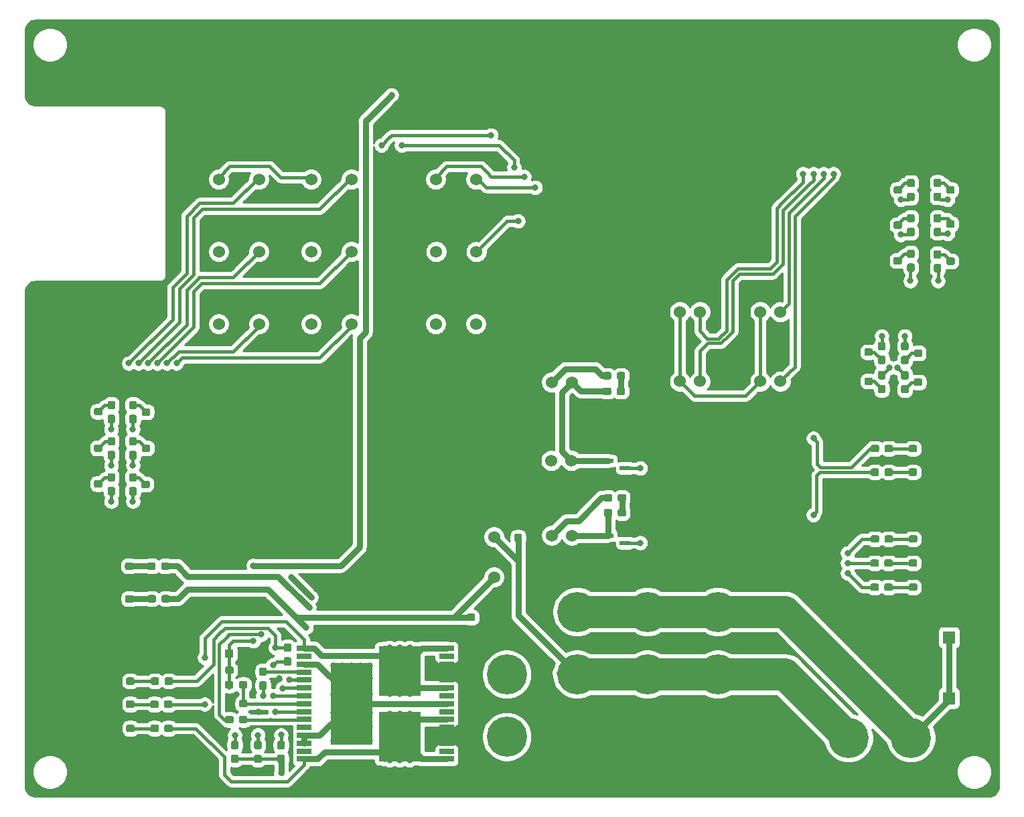
<source format=gbr>
G04 #@! TF.GenerationSoftware,KiCad,Pcbnew,(5.1.5)-2*
G04 #@! TF.CreationDate,2019-12-06T21:13:19-06:00*
G04 #@! TF.ProjectId,ArmBoard_Hardware,41726d42-6f61-4726-945f-486172647761,rev?*
G04 #@! TF.SameCoordinates,Original*
G04 #@! TF.FileFunction,Copper,L1,Top*
G04 #@! TF.FilePolarity,Positive*
%FSLAX46Y46*%
G04 Gerber Fmt 4.6, Leading zero omitted, Abs format (unit mm)*
G04 Created by KiCad (PCBNEW (5.1.5)-2) date 2019-12-06 21:13:19*
%MOMM*%
%LPD*%
G04 APERTURE LIST*
%ADD10C,0.100000*%
%ADD11C,1.524000*%
%ADD12R,1.320800X0.558800*%
%ADD13C,5.080000*%
%ADD14R,5.257800X6.223000*%
%ADD15R,5.257800X10.312400*%
%ADD16R,1.854200X0.635000*%
%ADD17R,1.600000X1.600000*%
%ADD18C,1.600000*%
%ADD19R,1.000000X1.000000*%
%ADD20C,0.800000*%
%ADD21C,4.104006*%
%ADD22C,0.381000*%
%ADD23C,4.104000*%
%ADD24C,0.762000*%
%ADD25C,0.254000*%
G04 APERTURE END LIST*
G04 #@! TA.AperFunction,SMDPad,CuDef*
D10*
G36*
X101352779Y-103729144D02*
G01*
X101375834Y-103732563D01*
X101398443Y-103738227D01*
X101420387Y-103746079D01*
X101441457Y-103756044D01*
X101461448Y-103768026D01*
X101480168Y-103781910D01*
X101497438Y-103797562D01*
X101513090Y-103814832D01*
X101526974Y-103833552D01*
X101538956Y-103853543D01*
X101548921Y-103874613D01*
X101556773Y-103896557D01*
X101562437Y-103919166D01*
X101565856Y-103942221D01*
X101567000Y-103965500D01*
X101567000Y-104540500D01*
X101565856Y-104563779D01*
X101562437Y-104586834D01*
X101556773Y-104609443D01*
X101548921Y-104631387D01*
X101538956Y-104652457D01*
X101526974Y-104672448D01*
X101513090Y-104691168D01*
X101497438Y-104708438D01*
X101480168Y-104724090D01*
X101461448Y-104737974D01*
X101441457Y-104749956D01*
X101420387Y-104759921D01*
X101398443Y-104767773D01*
X101375834Y-104773437D01*
X101352779Y-104776856D01*
X101329500Y-104778000D01*
X100854500Y-104778000D01*
X100831221Y-104776856D01*
X100808166Y-104773437D01*
X100785557Y-104767773D01*
X100763613Y-104759921D01*
X100742543Y-104749956D01*
X100722552Y-104737974D01*
X100703832Y-104724090D01*
X100686562Y-104708438D01*
X100670910Y-104691168D01*
X100657026Y-104672448D01*
X100645044Y-104652457D01*
X100635079Y-104631387D01*
X100627227Y-104609443D01*
X100621563Y-104586834D01*
X100618144Y-104563779D01*
X100617000Y-104540500D01*
X100617000Y-103965500D01*
X100618144Y-103942221D01*
X100621563Y-103919166D01*
X100627227Y-103896557D01*
X100635079Y-103874613D01*
X100645044Y-103853543D01*
X100657026Y-103833552D01*
X100670910Y-103814832D01*
X100686562Y-103797562D01*
X100703832Y-103781910D01*
X100722552Y-103768026D01*
X100742543Y-103756044D01*
X100763613Y-103746079D01*
X100785557Y-103738227D01*
X100808166Y-103732563D01*
X100831221Y-103729144D01*
X100854500Y-103728000D01*
X101329500Y-103728000D01*
X101352779Y-103729144D01*
G37*
G04 #@! TD.AperFunction*
G04 #@! TA.AperFunction,SMDPad,CuDef*
G36*
X101352779Y-101979144D02*
G01*
X101375834Y-101982563D01*
X101398443Y-101988227D01*
X101420387Y-101996079D01*
X101441457Y-102006044D01*
X101461448Y-102018026D01*
X101480168Y-102031910D01*
X101497438Y-102047562D01*
X101513090Y-102064832D01*
X101526974Y-102083552D01*
X101538956Y-102103543D01*
X101548921Y-102124613D01*
X101556773Y-102146557D01*
X101562437Y-102169166D01*
X101565856Y-102192221D01*
X101567000Y-102215500D01*
X101567000Y-102790500D01*
X101565856Y-102813779D01*
X101562437Y-102836834D01*
X101556773Y-102859443D01*
X101548921Y-102881387D01*
X101538956Y-102902457D01*
X101526974Y-102922448D01*
X101513090Y-102941168D01*
X101497438Y-102958438D01*
X101480168Y-102974090D01*
X101461448Y-102987974D01*
X101441457Y-102999956D01*
X101420387Y-103009921D01*
X101398443Y-103017773D01*
X101375834Y-103023437D01*
X101352779Y-103026856D01*
X101329500Y-103028000D01*
X100854500Y-103028000D01*
X100831221Y-103026856D01*
X100808166Y-103023437D01*
X100785557Y-103017773D01*
X100763613Y-103009921D01*
X100742543Y-102999956D01*
X100722552Y-102987974D01*
X100703832Y-102974090D01*
X100686562Y-102958438D01*
X100670910Y-102941168D01*
X100657026Y-102922448D01*
X100645044Y-102902457D01*
X100635079Y-102881387D01*
X100627227Y-102859443D01*
X100621563Y-102836834D01*
X100618144Y-102813779D01*
X100617000Y-102790500D01*
X100617000Y-102215500D01*
X100618144Y-102192221D01*
X100621563Y-102169166D01*
X100627227Y-102146557D01*
X100635079Y-102124613D01*
X100645044Y-102103543D01*
X100657026Y-102083552D01*
X100670910Y-102064832D01*
X100686562Y-102047562D01*
X100703832Y-102031910D01*
X100722552Y-102018026D01*
X100742543Y-102006044D01*
X100763613Y-101996079D01*
X100785557Y-101988227D01*
X100808166Y-101982563D01*
X100831221Y-101979144D01*
X100854500Y-101978000D01*
X101329500Y-101978000D01*
X101352779Y-101979144D01*
G37*
G04 #@! TD.AperFunction*
D11*
X98044000Y-104140000D03*
X98044000Y-106680000D03*
X98044000Y-109220000D03*
G04 #@! TA.AperFunction,SMDPad,CuDef*
D10*
G36*
X50475779Y-107349144D02*
G01*
X50498834Y-107352563D01*
X50521443Y-107358227D01*
X50543387Y-107366079D01*
X50564457Y-107376044D01*
X50584448Y-107388026D01*
X50603168Y-107401910D01*
X50620438Y-107417562D01*
X50636090Y-107434832D01*
X50649974Y-107453552D01*
X50661956Y-107473543D01*
X50671921Y-107494613D01*
X50679773Y-107516557D01*
X50685437Y-107539166D01*
X50688856Y-107562221D01*
X50690000Y-107585500D01*
X50690000Y-108060500D01*
X50688856Y-108083779D01*
X50685437Y-108106834D01*
X50679773Y-108129443D01*
X50671921Y-108151387D01*
X50661956Y-108172457D01*
X50649974Y-108192448D01*
X50636090Y-108211168D01*
X50620438Y-108228438D01*
X50603168Y-108244090D01*
X50584448Y-108257974D01*
X50564457Y-108269956D01*
X50543387Y-108279921D01*
X50521443Y-108287773D01*
X50498834Y-108293437D01*
X50475779Y-108296856D01*
X50452500Y-108298000D01*
X49877500Y-108298000D01*
X49854221Y-108296856D01*
X49831166Y-108293437D01*
X49808557Y-108287773D01*
X49786613Y-108279921D01*
X49765543Y-108269956D01*
X49745552Y-108257974D01*
X49726832Y-108244090D01*
X49709562Y-108228438D01*
X49693910Y-108211168D01*
X49680026Y-108192448D01*
X49668044Y-108172457D01*
X49658079Y-108151387D01*
X49650227Y-108129443D01*
X49644563Y-108106834D01*
X49641144Y-108083779D01*
X49640000Y-108060500D01*
X49640000Y-107585500D01*
X49641144Y-107562221D01*
X49644563Y-107539166D01*
X49650227Y-107516557D01*
X49658079Y-107494613D01*
X49668044Y-107473543D01*
X49680026Y-107453552D01*
X49693910Y-107434832D01*
X49709562Y-107417562D01*
X49726832Y-107401910D01*
X49745552Y-107388026D01*
X49765543Y-107376044D01*
X49786613Y-107366079D01*
X49808557Y-107358227D01*
X49831166Y-107352563D01*
X49854221Y-107349144D01*
X49877500Y-107348000D01*
X50452500Y-107348000D01*
X50475779Y-107349144D01*
G37*
G04 #@! TD.AperFunction*
G04 #@! TA.AperFunction,SMDPad,CuDef*
G36*
X52225779Y-107349144D02*
G01*
X52248834Y-107352563D01*
X52271443Y-107358227D01*
X52293387Y-107366079D01*
X52314457Y-107376044D01*
X52334448Y-107388026D01*
X52353168Y-107401910D01*
X52370438Y-107417562D01*
X52386090Y-107434832D01*
X52399974Y-107453552D01*
X52411956Y-107473543D01*
X52421921Y-107494613D01*
X52429773Y-107516557D01*
X52435437Y-107539166D01*
X52438856Y-107562221D01*
X52440000Y-107585500D01*
X52440000Y-108060500D01*
X52438856Y-108083779D01*
X52435437Y-108106834D01*
X52429773Y-108129443D01*
X52421921Y-108151387D01*
X52411956Y-108172457D01*
X52399974Y-108192448D01*
X52386090Y-108211168D01*
X52370438Y-108228438D01*
X52353168Y-108244090D01*
X52334448Y-108257974D01*
X52314457Y-108269956D01*
X52293387Y-108279921D01*
X52271443Y-108287773D01*
X52248834Y-108293437D01*
X52225779Y-108296856D01*
X52202500Y-108298000D01*
X51627500Y-108298000D01*
X51604221Y-108296856D01*
X51581166Y-108293437D01*
X51558557Y-108287773D01*
X51536613Y-108279921D01*
X51515543Y-108269956D01*
X51495552Y-108257974D01*
X51476832Y-108244090D01*
X51459562Y-108228438D01*
X51443910Y-108211168D01*
X51430026Y-108192448D01*
X51418044Y-108172457D01*
X51408079Y-108151387D01*
X51400227Y-108129443D01*
X51394563Y-108106834D01*
X51391144Y-108083779D01*
X51390000Y-108060500D01*
X51390000Y-107585500D01*
X51391144Y-107562221D01*
X51394563Y-107539166D01*
X51400227Y-107516557D01*
X51408079Y-107494613D01*
X51418044Y-107473543D01*
X51430026Y-107453552D01*
X51443910Y-107434832D01*
X51459562Y-107417562D01*
X51476832Y-107401910D01*
X51495552Y-107388026D01*
X51515543Y-107376044D01*
X51536613Y-107366079D01*
X51558557Y-107358227D01*
X51581166Y-107352563D01*
X51604221Y-107349144D01*
X51627500Y-107348000D01*
X52202500Y-107348000D01*
X52225779Y-107349144D01*
G37*
G04 #@! TD.AperFunction*
G04 #@! TA.AperFunction,SMDPad,CuDef*
G36*
X56811779Y-107349144D02*
G01*
X56834834Y-107352563D01*
X56857443Y-107358227D01*
X56879387Y-107366079D01*
X56900457Y-107376044D01*
X56920448Y-107388026D01*
X56939168Y-107401910D01*
X56956438Y-107417562D01*
X56972090Y-107434832D01*
X56985974Y-107453552D01*
X56997956Y-107473543D01*
X57007921Y-107494613D01*
X57015773Y-107516557D01*
X57021437Y-107539166D01*
X57024856Y-107562221D01*
X57026000Y-107585500D01*
X57026000Y-108060500D01*
X57024856Y-108083779D01*
X57021437Y-108106834D01*
X57015773Y-108129443D01*
X57007921Y-108151387D01*
X56997956Y-108172457D01*
X56985974Y-108192448D01*
X56972090Y-108211168D01*
X56956438Y-108228438D01*
X56939168Y-108244090D01*
X56920448Y-108257974D01*
X56900457Y-108269956D01*
X56879387Y-108279921D01*
X56857443Y-108287773D01*
X56834834Y-108293437D01*
X56811779Y-108296856D01*
X56788500Y-108298000D01*
X56213500Y-108298000D01*
X56190221Y-108296856D01*
X56167166Y-108293437D01*
X56144557Y-108287773D01*
X56122613Y-108279921D01*
X56101543Y-108269956D01*
X56081552Y-108257974D01*
X56062832Y-108244090D01*
X56045562Y-108228438D01*
X56029910Y-108211168D01*
X56016026Y-108192448D01*
X56004044Y-108172457D01*
X55994079Y-108151387D01*
X55986227Y-108129443D01*
X55980563Y-108106834D01*
X55977144Y-108083779D01*
X55976000Y-108060500D01*
X55976000Y-107585500D01*
X55977144Y-107562221D01*
X55980563Y-107539166D01*
X55986227Y-107516557D01*
X55994079Y-107494613D01*
X56004044Y-107473543D01*
X56016026Y-107453552D01*
X56029910Y-107434832D01*
X56045562Y-107417562D01*
X56062832Y-107401910D01*
X56081552Y-107388026D01*
X56101543Y-107376044D01*
X56122613Y-107366079D01*
X56144557Y-107358227D01*
X56167166Y-107352563D01*
X56190221Y-107349144D01*
X56213500Y-107348000D01*
X56788500Y-107348000D01*
X56811779Y-107349144D01*
G37*
G04 #@! TD.AperFunction*
G04 #@! TA.AperFunction,SMDPad,CuDef*
G36*
X55061779Y-107349144D02*
G01*
X55084834Y-107352563D01*
X55107443Y-107358227D01*
X55129387Y-107366079D01*
X55150457Y-107376044D01*
X55170448Y-107388026D01*
X55189168Y-107401910D01*
X55206438Y-107417562D01*
X55222090Y-107434832D01*
X55235974Y-107453552D01*
X55247956Y-107473543D01*
X55257921Y-107494613D01*
X55265773Y-107516557D01*
X55271437Y-107539166D01*
X55274856Y-107562221D01*
X55276000Y-107585500D01*
X55276000Y-108060500D01*
X55274856Y-108083779D01*
X55271437Y-108106834D01*
X55265773Y-108129443D01*
X55257921Y-108151387D01*
X55247956Y-108172457D01*
X55235974Y-108192448D01*
X55222090Y-108211168D01*
X55206438Y-108228438D01*
X55189168Y-108244090D01*
X55170448Y-108257974D01*
X55150457Y-108269956D01*
X55129387Y-108279921D01*
X55107443Y-108287773D01*
X55084834Y-108293437D01*
X55061779Y-108296856D01*
X55038500Y-108298000D01*
X54463500Y-108298000D01*
X54440221Y-108296856D01*
X54417166Y-108293437D01*
X54394557Y-108287773D01*
X54372613Y-108279921D01*
X54351543Y-108269956D01*
X54331552Y-108257974D01*
X54312832Y-108244090D01*
X54295562Y-108228438D01*
X54279910Y-108211168D01*
X54266026Y-108192448D01*
X54254044Y-108172457D01*
X54244079Y-108151387D01*
X54236227Y-108129443D01*
X54230563Y-108106834D01*
X54227144Y-108083779D01*
X54226000Y-108060500D01*
X54226000Y-107585500D01*
X54227144Y-107562221D01*
X54230563Y-107539166D01*
X54236227Y-107516557D01*
X54244079Y-107494613D01*
X54254044Y-107473543D01*
X54266026Y-107453552D01*
X54279910Y-107434832D01*
X54295562Y-107417562D01*
X54312832Y-107401910D01*
X54331552Y-107388026D01*
X54351543Y-107376044D01*
X54372613Y-107366079D01*
X54394557Y-107358227D01*
X54417166Y-107352563D01*
X54440221Y-107349144D01*
X54463500Y-107348000D01*
X55038500Y-107348000D01*
X55061779Y-107349144D01*
G37*
G04 #@! TD.AperFunction*
G04 #@! TA.AperFunction,SMDPad,CuDef*
G36*
X114533279Y-98713144D02*
G01*
X114556334Y-98716563D01*
X114578943Y-98722227D01*
X114600887Y-98730079D01*
X114621957Y-98740044D01*
X114641948Y-98752026D01*
X114660668Y-98765910D01*
X114677938Y-98781562D01*
X114693590Y-98798832D01*
X114707474Y-98817552D01*
X114719456Y-98837543D01*
X114729421Y-98858613D01*
X114737273Y-98880557D01*
X114742937Y-98903166D01*
X114746356Y-98926221D01*
X114747500Y-98949500D01*
X114747500Y-99424500D01*
X114746356Y-99447779D01*
X114742937Y-99470834D01*
X114737273Y-99493443D01*
X114729421Y-99515387D01*
X114719456Y-99536457D01*
X114707474Y-99556448D01*
X114693590Y-99575168D01*
X114677938Y-99592438D01*
X114660668Y-99608090D01*
X114641948Y-99621974D01*
X114621957Y-99633956D01*
X114600887Y-99643921D01*
X114578943Y-99651773D01*
X114556334Y-99657437D01*
X114533279Y-99660856D01*
X114510000Y-99662000D01*
X113935000Y-99662000D01*
X113911721Y-99660856D01*
X113888666Y-99657437D01*
X113866057Y-99651773D01*
X113844113Y-99643921D01*
X113823043Y-99633956D01*
X113803052Y-99621974D01*
X113784332Y-99608090D01*
X113767062Y-99592438D01*
X113751410Y-99575168D01*
X113737526Y-99556448D01*
X113725544Y-99536457D01*
X113715579Y-99515387D01*
X113707727Y-99493443D01*
X113702063Y-99470834D01*
X113698644Y-99447779D01*
X113697500Y-99424500D01*
X113697500Y-98949500D01*
X113698644Y-98926221D01*
X113702063Y-98903166D01*
X113707727Y-98880557D01*
X113715579Y-98858613D01*
X113725544Y-98837543D01*
X113737526Y-98817552D01*
X113751410Y-98798832D01*
X113767062Y-98781562D01*
X113784332Y-98765910D01*
X113803052Y-98752026D01*
X113823043Y-98740044D01*
X113844113Y-98730079D01*
X113866057Y-98722227D01*
X113888666Y-98716563D01*
X113911721Y-98713144D01*
X113935000Y-98712000D01*
X114510000Y-98712000D01*
X114533279Y-98713144D01*
G37*
G04 #@! TD.AperFunction*
G04 #@! TA.AperFunction,SMDPad,CuDef*
G36*
X112783279Y-98713144D02*
G01*
X112806334Y-98716563D01*
X112828943Y-98722227D01*
X112850887Y-98730079D01*
X112871957Y-98740044D01*
X112891948Y-98752026D01*
X112910668Y-98765910D01*
X112927938Y-98781562D01*
X112943590Y-98798832D01*
X112957474Y-98817552D01*
X112969456Y-98837543D01*
X112979421Y-98858613D01*
X112987273Y-98880557D01*
X112992937Y-98903166D01*
X112996356Y-98926221D01*
X112997500Y-98949500D01*
X112997500Y-99424500D01*
X112996356Y-99447779D01*
X112992937Y-99470834D01*
X112987273Y-99493443D01*
X112979421Y-99515387D01*
X112969456Y-99536457D01*
X112957474Y-99556448D01*
X112943590Y-99575168D01*
X112927938Y-99592438D01*
X112910668Y-99608090D01*
X112891948Y-99621974D01*
X112871957Y-99633956D01*
X112850887Y-99643921D01*
X112828943Y-99651773D01*
X112806334Y-99657437D01*
X112783279Y-99660856D01*
X112760000Y-99662000D01*
X112185000Y-99662000D01*
X112161721Y-99660856D01*
X112138666Y-99657437D01*
X112116057Y-99651773D01*
X112094113Y-99643921D01*
X112073043Y-99633956D01*
X112053052Y-99621974D01*
X112034332Y-99608090D01*
X112017062Y-99592438D01*
X112001410Y-99575168D01*
X111987526Y-99556448D01*
X111975544Y-99536457D01*
X111965579Y-99515387D01*
X111957727Y-99493443D01*
X111952063Y-99470834D01*
X111948644Y-99447779D01*
X111947500Y-99424500D01*
X111947500Y-98949500D01*
X111948644Y-98926221D01*
X111952063Y-98903166D01*
X111957727Y-98880557D01*
X111965579Y-98858613D01*
X111975544Y-98837543D01*
X111987526Y-98817552D01*
X112001410Y-98798832D01*
X112017062Y-98781562D01*
X112034332Y-98765910D01*
X112053052Y-98752026D01*
X112073043Y-98740044D01*
X112094113Y-98730079D01*
X112116057Y-98722227D01*
X112138666Y-98716563D01*
X112161721Y-98713144D01*
X112185000Y-98712000D01*
X112760000Y-98712000D01*
X112783279Y-98713144D01*
G37*
G04 #@! TD.AperFunction*
G04 #@! TA.AperFunction,SMDPad,CuDef*
G36*
X114533279Y-100618144D02*
G01*
X114556334Y-100621563D01*
X114578943Y-100627227D01*
X114600887Y-100635079D01*
X114621957Y-100645044D01*
X114641948Y-100657026D01*
X114660668Y-100670910D01*
X114677938Y-100686562D01*
X114693590Y-100703832D01*
X114707474Y-100722552D01*
X114719456Y-100742543D01*
X114729421Y-100763613D01*
X114737273Y-100785557D01*
X114742937Y-100808166D01*
X114746356Y-100831221D01*
X114747500Y-100854500D01*
X114747500Y-101329500D01*
X114746356Y-101352779D01*
X114742937Y-101375834D01*
X114737273Y-101398443D01*
X114729421Y-101420387D01*
X114719456Y-101441457D01*
X114707474Y-101461448D01*
X114693590Y-101480168D01*
X114677938Y-101497438D01*
X114660668Y-101513090D01*
X114641948Y-101526974D01*
X114621957Y-101538956D01*
X114600887Y-101548921D01*
X114578943Y-101556773D01*
X114556334Y-101562437D01*
X114533279Y-101565856D01*
X114510000Y-101567000D01*
X113935000Y-101567000D01*
X113911721Y-101565856D01*
X113888666Y-101562437D01*
X113866057Y-101556773D01*
X113844113Y-101548921D01*
X113823043Y-101538956D01*
X113803052Y-101526974D01*
X113784332Y-101513090D01*
X113767062Y-101497438D01*
X113751410Y-101480168D01*
X113737526Y-101461448D01*
X113725544Y-101441457D01*
X113715579Y-101420387D01*
X113707727Y-101398443D01*
X113702063Y-101375834D01*
X113698644Y-101352779D01*
X113697500Y-101329500D01*
X113697500Y-100854500D01*
X113698644Y-100831221D01*
X113702063Y-100808166D01*
X113707727Y-100785557D01*
X113715579Y-100763613D01*
X113725544Y-100742543D01*
X113737526Y-100722552D01*
X113751410Y-100703832D01*
X113767062Y-100686562D01*
X113784332Y-100670910D01*
X113803052Y-100657026D01*
X113823043Y-100645044D01*
X113844113Y-100635079D01*
X113866057Y-100627227D01*
X113888666Y-100621563D01*
X113911721Y-100618144D01*
X113935000Y-100617000D01*
X114510000Y-100617000D01*
X114533279Y-100618144D01*
G37*
G04 #@! TD.AperFunction*
G04 #@! TA.AperFunction,SMDPad,CuDef*
G36*
X112783279Y-100618144D02*
G01*
X112806334Y-100621563D01*
X112828943Y-100627227D01*
X112850887Y-100635079D01*
X112871957Y-100645044D01*
X112891948Y-100657026D01*
X112910668Y-100670910D01*
X112927938Y-100686562D01*
X112943590Y-100703832D01*
X112957474Y-100722552D01*
X112969456Y-100742543D01*
X112979421Y-100763613D01*
X112987273Y-100785557D01*
X112992937Y-100808166D01*
X112996356Y-100831221D01*
X112997500Y-100854500D01*
X112997500Y-101329500D01*
X112996356Y-101352779D01*
X112992937Y-101375834D01*
X112987273Y-101398443D01*
X112979421Y-101420387D01*
X112969456Y-101441457D01*
X112957474Y-101461448D01*
X112943590Y-101480168D01*
X112927938Y-101497438D01*
X112910668Y-101513090D01*
X112891948Y-101526974D01*
X112871957Y-101538956D01*
X112850887Y-101548921D01*
X112828943Y-101556773D01*
X112806334Y-101562437D01*
X112783279Y-101565856D01*
X112760000Y-101567000D01*
X112185000Y-101567000D01*
X112161721Y-101565856D01*
X112138666Y-101562437D01*
X112116057Y-101556773D01*
X112094113Y-101548921D01*
X112073043Y-101538956D01*
X112053052Y-101526974D01*
X112034332Y-101513090D01*
X112017062Y-101497438D01*
X112001410Y-101480168D01*
X111987526Y-101461448D01*
X111975544Y-101441457D01*
X111965579Y-101420387D01*
X111957727Y-101398443D01*
X111952063Y-101375834D01*
X111948644Y-101352779D01*
X111947500Y-101329500D01*
X111947500Y-100854500D01*
X111948644Y-100831221D01*
X111952063Y-100808166D01*
X111957727Y-100785557D01*
X111965579Y-100763613D01*
X111975544Y-100742543D01*
X111987526Y-100722552D01*
X112001410Y-100703832D01*
X112017062Y-100686562D01*
X112034332Y-100670910D01*
X112053052Y-100657026D01*
X112073043Y-100645044D01*
X112094113Y-100635079D01*
X112116057Y-100627227D01*
X112138666Y-100621563D01*
X112161721Y-100618144D01*
X112185000Y-100617000D01*
X112760000Y-100617000D01*
X112783279Y-100618144D01*
G37*
G04 #@! TD.AperFunction*
D11*
X95758000Y-77216000D03*
X93218000Y-77216000D03*
X90678000Y-77216000D03*
X80010000Y-68072000D03*
X77470000Y-68072000D03*
X74930000Y-68072000D03*
D12*
X112445800Y-94488000D03*
X114630200Y-93548200D03*
X114630200Y-95427800D03*
X112445800Y-103949500D03*
X114630200Y-103009700D03*
X114630200Y-104889300D03*
D11*
X63246000Y-77216000D03*
X65786000Y-77216000D03*
X68326000Y-77216000D03*
G04 #@! TA.AperFunction,SMDPad,CuDef*
D10*
G36*
X71380779Y-131683144D02*
G01*
X71403834Y-131686563D01*
X71426443Y-131692227D01*
X71448387Y-131700079D01*
X71469457Y-131710044D01*
X71489448Y-131722026D01*
X71508168Y-131735910D01*
X71525438Y-131751562D01*
X71541090Y-131768832D01*
X71554974Y-131787552D01*
X71566956Y-131807543D01*
X71576921Y-131828613D01*
X71584773Y-131850557D01*
X71590437Y-131873166D01*
X71593856Y-131896221D01*
X71595000Y-131919500D01*
X71595000Y-132494500D01*
X71593856Y-132517779D01*
X71590437Y-132540834D01*
X71584773Y-132563443D01*
X71576921Y-132585387D01*
X71566956Y-132606457D01*
X71554974Y-132626448D01*
X71541090Y-132645168D01*
X71525438Y-132662438D01*
X71508168Y-132678090D01*
X71489448Y-132691974D01*
X71469457Y-132703956D01*
X71448387Y-132713921D01*
X71426443Y-132721773D01*
X71403834Y-132727437D01*
X71380779Y-132730856D01*
X71357500Y-132732000D01*
X70882500Y-132732000D01*
X70859221Y-132730856D01*
X70836166Y-132727437D01*
X70813557Y-132721773D01*
X70791613Y-132713921D01*
X70770543Y-132703956D01*
X70750552Y-132691974D01*
X70731832Y-132678090D01*
X70714562Y-132662438D01*
X70698910Y-132645168D01*
X70685026Y-132626448D01*
X70673044Y-132606457D01*
X70663079Y-132585387D01*
X70655227Y-132563443D01*
X70649563Y-132540834D01*
X70646144Y-132517779D01*
X70645000Y-132494500D01*
X70645000Y-131919500D01*
X70646144Y-131896221D01*
X70649563Y-131873166D01*
X70655227Y-131850557D01*
X70663079Y-131828613D01*
X70673044Y-131807543D01*
X70685026Y-131787552D01*
X70698910Y-131768832D01*
X70714562Y-131751562D01*
X70731832Y-131735910D01*
X70750552Y-131722026D01*
X70770543Y-131710044D01*
X70791613Y-131700079D01*
X70813557Y-131692227D01*
X70836166Y-131686563D01*
X70859221Y-131683144D01*
X70882500Y-131682000D01*
X71357500Y-131682000D01*
X71380779Y-131683144D01*
G37*
G04 #@! TD.AperFunction*
G04 #@! TA.AperFunction,SMDPad,CuDef*
G36*
X71380779Y-129933144D02*
G01*
X71403834Y-129936563D01*
X71426443Y-129942227D01*
X71448387Y-129950079D01*
X71469457Y-129960044D01*
X71489448Y-129972026D01*
X71508168Y-129985910D01*
X71525438Y-130001562D01*
X71541090Y-130018832D01*
X71554974Y-130037552D01*
X71566956Y-130057543D01*
X71576921Y-130078613D01*
X71584773Y-130100557D01*
X71590437Y-130123166D01*
X71593856Y-130146221D01*
X71595000Y-130169500D01*
X71595000Y-130744500D01*
X71593856Y-130767779D01*
X71590437Y-130790834D01*
X71584773Y-130813443D01*
X71576921Y-130835387D01*
X71566956Y-130856457D01*
X71554974Y-130876448D01*
X71541090Y-130895168D01*
X71525438Y-130912438D01*
X71508168Y-130928090D01*
X71489448Y-130941974D01*
X71469457Y-130953956D01*
X71448387Y-130963921D01*
X71426443Y-130971773D01*
X71403834Y-130977437D01*
X71380779Y-130980856D01*
X71357500Y-130982000D01*
X70882500Y-130982000D01*
X70859221Y-130980856D01*
X70836166Y-130977437D01*
X70813557Y-130971773D01*
X70791613Y-130963921D01*
X70770543Y-130953956D01*
X70750552Y-130941974D01*
X70731832Y-130928090D01*
X70714562Y-130912438D01*
X70698910Y-130895168D01*
X70685026Y-130876448D01*
X70673044Y-130856457D01*
X70663079Y-130835387D01*
X70655227Y-130813443D01*
X70649563Y-130790834D01*
X70646144Y-130767779D01*
X70645000Y-130744500D01*
X70645000Y-130169500D01*
X70646144Y-130146221D01*
X70649563Y-130123166D01*
X70655227Y-130100557D01*
X70663079Y-130078613D01*
X70673044Y-130057543D01*
X70685026Y-130037552D01*
X70698910Y-130018832D01*
X70714562Y-130001562D01*
X70731832Y-129985910D01*
X70750552Y-129972026D01*
X70770543Y-129960044D01*
X70791613Y-129950079D01*
X70813557Y-129942227D01*
X70836166Y-129936563D01*
X70859221Y-129933144D01*
X70882500Y-129932000D01*
X71357500Y-129932000D01*
X71380779Y-129933144D01*
G37*
G04 #@! TD.AperFunction*
D11*
X124079000Y-84455000D03*
X121539000Y-84455000D03*
G04 #@! TA.AperFunction,SMDPad,CuDef*
D10*
G36*
X57242279Y-121890644D02*
G01*
X57265334Y-121894063D01*
X57287943Y-121899727D01*
X57309887Y-121907579D01*
X57330957Y-121917544D01*
X57350948Y-121929526D01*
X57369668Y-121943410D01*
X57386938Y-121959062D01*
X57402590Y-121976332D01*
X57416474Y-121995052D01*
X57428456Y-122015043D01*
X57438421Y-122036113D01*
X57446273Y-122058057D01*
X57451937Y-122080666D01*
X57455356Y-122103721D01*
X57456500Y-122127000D01*
X57456500Y-122602000D01*
X57455356Y-122625279D01*
X57451937Y-122648334D01*
X57446273Y-122670943D01*
X57438421Y-122692887D01*
X57428456Y-122713957D01*
X57416474Y-122733948D01*
X57402590Y-122752668D01*
X57386938Y-122769938D01*
X57369668Y-122785590D01*
X57350948Y-122799474D01*
X57330957Y-122811456D01*
X57309887Y-122821421D01*
X57287943Y-122829273D01*
X57265334Y-122834937D01*
X57242279Y-122838356D01*
X57219000Y-122839500D01*
X56644000Y-122839500D01*
X56620721Y-122838356D01*
X56597666Y-122834937D01*
X56575057Y-122829273D01*
X56553113Y-122821421D01*
X56532043Y-122811456D01*
X56512052Y-122799474D01*
X56493332Y-122785590D01*
X56476062Y-122769938D01*
X56460410Y-122752668D01*
X56446526Y-122733948D01*
X56434544Y-122713957D01*
X56424579Y-122692887D01*
X56416727Y-122670943D01*
X56411063Y-122648334D01*
X56407644Y-122625279D01*
X56406500Y-122602000D01*
X56406500Y-122127000D01*
X56407644Y-122103721D01*
X56411063Y-122080666D01*
X56416727Y-122058057D01*
X56424579Y-122036113D01*
X56434544Y-122015043D01*
X56446526Y-121995052D01*
X56460410Y-121976332D01*
X56476062Y-121959062D01*
X56493332Y-121943410D01*
X56512052Y-121929526D01*
X56532043Y-121917544D01*
X56553113Y-121907579D01*
X56575057Y-121899727D01*
X56597666Y-121894063D01*
X56620721Y-121890644D01*
X56644000Y-121889500D01*
X57219000Y-121889500D01*
X57242279Y-121890644D01*
G37*
G04 #@! TD.AperFunction*
G04 #@! TA.AperFunction,SMDPad,CuDef*
G36*
X55492279Y-121890644D02*
G01*
X55515334Y-121894063D01*
X55537943Y-121899727D01*
X55559887Y-121907579D01*
X55580957Y-121917544D01*
X55600948Y-121929526D01*
X55619668Y-121943410D01*
X55636938Y-121959062D01*
X55652590Y-121976332D01*
X55666474Y-121995052D01*
X55678456Y-122015043D01*
X55688421Y-122036113D01*
X55696273Y-122058057D01*
X55701937Y-122080666D01*
X55705356Y-122103721D01*
X55706500Y-122127000D01*
X55706500Y-122602000D01*
X55705356Y-122625279D01*
X55701937Y-122648334D01*
X55696273Y-122670943D01*
X55688421Y-122692887D01*
X55678456Y-122713957D01*
X55666474Y-122733948D01*
X55652590Y-122752668D01*
X55636938Y-122769938D01*
X55619668Y-122785590D01*
X55600948Y-122799474D01*
X55580957Y-122811456D01*
X55559887Y-122821421D01*
X55537943Y-122829273D01*
X55515334Y-122834937D01*
X55492279Y-122838356D01*
X55469000Y-122839500D01*
X54894000Y-122839500D01*
X54870721Y-122838356D01*
X54847666Y-122834937D01*
X54825057Y-122829273D01*
X54803113Y-122821421D01*
X54782043Y-122811456D01*
X54762052Y-122799474D01*
X54743332Y-122785590D01*
X54726062Y-122769938D01*
X54710410Y-122752668D01*
X54696526Y-122733948D01*
X54684544Y-122713957D01*
X54674579Y-122692887D01*
X54666727Y-122670943D01*
X54661063Y-122648334D01*
X54657644Y-122625279D01*
X54656500Y-122602000D01*
X54656500Y-122127000D01*
X54657644Y-122103721D01*
X54661063Y-122080666D01*
X54666727Y-122058057D01*
X54674579Y-122036113D01*
X54684544Y-122015043D01*
X54696526Y-121995052D01*
X54710410Y-121976332D01*
X54726062Y-121959062D01*
X54743332Y-121943410D01*
X54762052Y-121929526D01*
X54782043Y-121917544D01*
X54803113Y-121907579D01*
X54825057Y-121899727D01*
X54847666Y-121894063D01*
X54870721Y-121890644D01*
X54894000Y-121889500D01*
X55469000Y-121889500D01*
X55492279Y-121890644D01*
G37*
G04 #@! TD.AperFunction*
G04 #@! TA.AperFunction,SMDPad,CuDef*
G36*
X52366779Y-121890644D02*
G01*
X52389834Y-121894063D01*
X52412443Y-121899727D01*
X52434387Y-121907579D01*
X52455457Y-121917544D01*
X52475448Y-121929526D01*
X52494168Y-121943410D01*
X52511438Y-121959062D01*
X52527090Y-121976332D01*
X52540974Y-121995052D01*
X52552956Y-122015043D01*
X52562921Y-122036113D01*
X52570773Y-122058057D01*
X52576437Y-122080666D01*
X52579856Y-122103721D01*
X52581000Y-122127000D01*
X52581000Y-122602000D01*
X52579856Y-122625279D01*
X52576437Y-122648334D01*
X52570773Y-122670943D01*
X52562921Y-122692887D01*
X52552956Y-122713957D01*
X52540974Y-122733948D01*
X52527090Y-122752668D01*
X52511438Y-122769938D01*
X52494168Y-122785590D01*
X52475448Y-122799474D01*
X52455457Y-122811456D01*
X52434387Y-122821421D01*
X52412443Y-122829273D01*
X52389834Y-122834937D01*
X52366779Y-122838356D01*
X52343500Y-122839500D01*
X51768500Y-122839500D01*
X51745221Y-122838356D01*
X51722166Y-122834937D01*
X51699557Y-122829273D01*
X51677613Y-122821421D01*
X51656543Y-122811456D01*
X51636552Y-122799474D01*
X51617832Y-122785590D01*
X51600562Y-122769938D01*
X51584910Y-122752668D01*
X51571026Y-122733948D01*
X51559044Y-122713957D01*
X51549079Y-122692887D01*
X51541227Y-122670943D01*
X51535563Y-122648334D01*
X51532144Y-122625279D01*
X51531000Y-122602000D01*
X51531000Y-122127000D01*
X51532144Y-122103721D01*
X51535563Y-122080666D01*
X51541227Y-122058057D01*
X51549079Y-122036113D01*
X51559044Y-122015043D01*
X51571026Y-121995052D01*
X51584910Y-121976332D01*
X51600562Y-121959062D01*
X51617832Y-121943410D01*
X51636552Y-121929526D01*
X51656543Y-121917544D01*
X51677613Y-121907579D01*
X51699557Y-121899727D01*
X51722166Y-121894063D01*
X51745221Y-121890644D01*
X51768500Y-121889500D01*
X52343500Y-121889500D01*
X52366779Y-121890644D01*
G37*
G04 #@! TD.AperFunction*
G04 #@! TA.AperFunction,SMDPad,CuDef*
G36*
X50616779Y-121890644D02*
G01*
X50639834Y-121894063D01*
X50662443Y-121899727D01*
X50684387Y-121907579D01*
X50705457Y-121917544D01*
X50725448Y-121929526D01*
X50744168Y-121943410D01*
X50761438Y-121959062D01*
X50777090Y-121976332D01*
X50790974Y-121995052D01*
X50802956Y-122015043D01*
X50812921Y-122036113D01*
X50820773Y-122058057D01*
X50826437Y-122080666D01*
X50829856Y-122103721D01*
X50831000Y-122127000D01*
X50831000Y-122602000D01*
X50829856Y-122625279D01*
X50826437Y-122648334D01*
X50820773Y-122670943D01*
X50812921Y-122692887D01*
X50802956Y-122713957D01*
X50790974Y-122733948D01*
X50777090Y-122752668D01*
X50761438Y-122769938D01*
X50744168Y-122785590D01*
X50725448Y-122799474D01*
X50705457Y-122811456D01*
X50684387Y-122821421D01*
X50662443Y-122829273D01*
X50639834Y-122834937D01*
X50616779Y-122838356D01*
X50593500Y-122839500D01*
X50018500Y-122839500D01*
X49995221Y-122838356D01*
X49972166Y-122834937D01*
X49949557Y-122829273D01*
X49927613Y-122821421D01*
X49906543Y-122811456D01*
X49886552Y-122799474D01*
X49867832Y-122785590D01*
X49850562Y-122769938D01*
X49834910Y-122752668D01*
X49821026Y-122733948D01*
X49809044Y-122713957D01*
X49799079Y-122692887D01*
X49791227Y-122670943D01*
X49785563Y-122648334D01*
X49782144Y-122625279D01*
X49781000Y-122602000D01*
X49781000Y-122127000D01*
X49782144Y-122103721D01*
X49785563Y-122080666D01*
X49791227Y-122058057D01*
X49799079Y-122036113D01*
X49809044Y-122015043D01*
X49821026Y-121995052D01*
X49834910Y-121976332D01*
X49850562Y-121959062D01*
X49867832Y-121943410D01*
X49886552Y-121929526D01*
X49906543Y-121917544D01*
X49927613Y-121907579D01*
X49949557Y-121899727D01*
X49972166Y-121894063D01*
X49995221Y-121890644D01*
X50018500Y-121889500D01*
X50593500Y-121889500D01*
X50616779Y-121890644D01*
G37*
G04 #@! TD.AperFunction*
D13*
X99669000Y-121500000D03*
X99669000Y-129400000D03*
D11*
X95758000Y-58928000D03*
X93218000Y-58928000D03*
X90678000Y-58928000D03*
X95821500Y-68072000D03*
X93281500Y-68072000D03*
X90741500Y-68072000D03*
D14*
X86106000Y-129387600D03*
D15*
X80010000Y-125222000D03*
D14*
X86106000Y-121056400D03*
D16*
X92062300Y-118221999D03*
X92062300Y-119221999D03*
X92062300Y-120222000D03*
X92062300Y-121222000D03*
X92062300Y-122222001D03*
X92062300Y-123221999D03*
X92062300Y-124221999D03*
X92062300Y-125222000D03*
X92062300Y-126222001D03*
X92062300Y-127222001D03*
X92062300Y-128221999D03*
X92062300Y-129222000D03*
X92062300Y-130222000D03*
X92062300Y-131222001D03*
X92062300Y-132221999D03*
X74053700Y-132222001D03*
X74053700Y-131222001D03*
X74053700Y-130222000D03*
X74053700Y-129222000D03*
X74053700Y-128221999D03*
X74053700Y-127222001D03*
X74053700Y-126222001D03*
X74053700Y-125222000D03*
X74053700Y-124221999D03*
X74053700Y-123221999D03*
X74053700Y-122222001D03*
X74053700Y-121222000D03*
X74053700Y-120222000D03*
X74053700Y-119221999D03*
X74053700Y-118222001D03*
D11*
X80010000Y-77216000D03*
X77470000Y-77216000D03*
X74930000Y-77216000D03*
X107823000Y-94488000D03*
X105283000Y-94488000D03*
X105346500Y-84582000D03*
X107886500Y-84582000D03*
X63246000Y-58928000D03*
X65786000Y-58928000D03*
X68326000Y-58928000D03*
X80010000Y-58928000D03*
X77470000Y-58928000D03*
X74930000Y-58928000D03*
X63246000Y-68072000D03*
X65786000Y-68072000D03*
X68326000Y-68072000D03*
X121539000Y-75692000D03*
X124079000Y-75692000D03*
X134239000Y-75692000D03*
X131699000Y-75692000D03*
X131699000Y-84455000D03*
X134239000Y-84455000D03*
X105346500Y-103949500D03*
X107886500Y-103949500D03*
D13*
X150749000Y-129540000D03*
X142875000Y-129540000D03*
X135001000Y-129540000D03*
X108559000Y-113600000D03*
X108559000Y-121500000D03*
X108559000Y-129400000D03*
X126339000Y-129400000D03*
X126339000Y-121500000D03*
X126339000Y-113600000D03*
X117449000Y-129400000D03*
X117449000Y-121500000D03*
X117449000Y-113600000D03*
G04 #@! TA.AperFunction,SMDPad,CuDef*
D10*
G36*
X146759916Y-122947131D02*
G01*
X146782971Y-122950550D01*
X146805580Y-122956214D01*
X146827524Y-122964066D01*
X146848594Y-122974031D01*
X146868585Y-122986013D01*
X146887305Y-122999897D01*
X146904575Y-123015549D01*
X147240451Y-123351425D01*
X147256103Y-123368695D01*
X147269987Y-123387415D01*
X147281969Y-123407406D01*
X147291934Y-123428476D01*
X147299786Y-123450420D01*
X147305450Y-123473029D01*
X147308869Y-123496084D01*
X147310013Y-123519363D01*
X147308869Y-123542642D01*
X147305450Y-123565697D01*
X147299786Y-123588306D01*
X147291934Y-123610250D01*
X147281969Y-123631320D01*
X147269987Y-123651311D01*
X147256103Y-123670031D01*
X147240451Y-123687301D01*
X146833865Y-124093887D01*
X146816595Y-124109539D01*
X146797875Y-124123423D01*
X146777884Y-124135405D01*
X146756814Y-124145370D01*
X146734870Y-124153222D01*
X146712261Y-124158886D01*
X146689206Y-124162305D01*
X146665927Y-124163449D01*
X146642648Y-124162305D01*
X146619593Y-124158886D01*
X146596984Y-124153222D01*
X146575040Y-124145370D01*
X146553970Y-124135405D01*
X146533979Y-124123423D01*
X146515259Y-124109539D01*
X146497989Y-124093887D01*
X146162113Y-123758011D01*
X146146461Y-123740741D01*
X146132577Y-123722021D01*
X146120595Y-123702030D01*
X146110630Y-123680960D01*
X146102778Y-123659016D01*
X146097114Y-123636407D01*
X146093695Y-123613352D01*
X146092551Y-123590073D01*
X146093695Y-123566794D01*
X146097114Y-123543739D01*
X146102778Y-123521130D01*
X146110630Y-123499186D01*
X146120595Y-123478116D01*
X146132577Y-123458125D01*
X146146461Y-123439405D01*
X146162113Y-123422135D01*
X146568699Y-123015549D01*
X146585969Y-122999897D01*
X146604689Y-122986013D01*
X146624680Y-122974031D01*
X146645750Y-122964066D01*
X146667694Y-122956214D01*
X146690303Y-122950550D01*
X146713358Y-122947131D01*
X146736637Y-122945987D01*
X146759916Y-122947131D01*
G37*
G04 #@! TD.AperFunction*
G04 #@! TA.AperFunction,SMDPad,CuDef*
G36*
X147997352Y-121709695D02*
G01*
X148020407Y-121713114D01*
X148043016Y-121718778D01*
X148064960Y-121726630D01*
X148086030Y-121736595D01*
X148106021Y-121748577D01*
X148124741Y-121762461D01*
X148142011Y-121778113D01*
X148477887Y-122113989D01*
X148493539Y-122131259D01*
X148507423Y-122149979D01*
X148519405Y-122169970D01*
X148529370Y-122191040D01*
X148537222Y-122212984D01*
X148542886Y-122235593D01*
X148546305Y-122258648D01*
X148547449Y-122281927D01*
X148546305Y-122305206D01*
X148542886Y-122328261D01*
X148537222Y-122350870D01*
X148529370Y-122372814D01*
X148519405Y-122393884D01*
X148507423Y-122413875D01*
X148493539Y-122432595D01*
X148477887Y-122449865D01*
X148071301Y-122856451D01*
X148054031Y-122872103D01*
X148035311Y-122885987D01*
X148015320Y-122897969D01*
X147994250Y-122907934D01*
X147972306Y-122915786D01*
X147949697Y-122921450D01*
X147926642Y-122924869D01*
X147903363Y-122926013D01*
X147880084Y-122924869D01*
X147857029Y-122921450D01*
X147834420Y-122915786D01*
X147812476Y-122907934D01*
X147791406Y-122897969D01*
X147771415Y-122885987D01*
X147752695Y-122872103D01*
X147735425Y-122856451D01*
X147399549Y-122520575D01*
X147383897Y-122503305D01*
X147370013Y-122484585D01*
X147358031Y-122464594D01*
X147348066Y-122443524D01*
X147340214Y-122421580D01*
X147334550Y-122398971D01*
X147331131Y-122375916D01*
X147329987Y-122352637D01*
X147331131Y-122329358D01*
X147334550Y-122306303D01*
X147340214Y-122283694D01*
X147348066Y-122261750D01*
X147358031Y-122240680D01*
X147370013Y-122220689D01*
X147383897Y-122201969D01*
X147399549Y-122184699D01*
X147806135Y-121778113D01*
X147823405Y-121762461D01*
X147842125Y-121748577D01*
X147862116Y-121736595D01*
X147883186Y-121726630D01*
X147905130Y-121718778D01*
X147927739Y-121713114D01*
X147950794Y-121709695D01*
X147974073Y-121708551D01*
X147997352Y-121709695D01*
G37*
G04 #@! TD.AperFunction*
G04 #@! TA.AperFunction,SMDPad,CuDef*
G36*
X144441352Y-118153695D02*
G01*
X144464407Y-118157114D01*
X144487016Y-118162778D01*
X144508960Y-118170630D01*
X144530030Y-118180595D01*
X144550021Y-118192577D01*
X144568741Y-118206461D01*
X144586011Y-118222113D01*
X144921887Y-118557989D01*
X144937539Y-118575259D01*
X144951423Y-118593979D01*
X144963405Y-118613970D01*
X144973370Y-118635040D01*
X144981222Y-118656984D01*
X144986886Y-118679593D01*
X144990305Y-118702648D01*
X144991449Y-118725927D01*
X144990305Y-118749206D01*
X144986886Y-118772261D01*
X144981222Y-118794870D01*
X144973370Y-118816814D01*
X144963405Y-118837884D01*
X144951423Y-118857875D01*
X144937539Y-118876595D01*
X144921887Y-118893865D01*
X144515301Y-119300451D01*
X144498031Y-119316103D01*
X144479311Y-119329987D01*
X144459320Y-119341969D01*
X144438250Y-119351934D01*
X144416306Y-119359786D01*
X144393697Y-119365450D01*
X144370642Y-119368869D01*
X144347363Y-119370013D01*
X144324084Y-119368869D01*
X144301029Y-119365450D01*
X144278420Y-119359786D01*
X144256476Y-119351934D01*
X144235406Y-119341969D01*
X144215415Y-119329987D01*
X144196695Y-119316103D01*
X144179425Y-119300451D01*
X143843549Y-118964575D01*
X143827897Y-118947305D01*
X143814013Y-118928585D01*
X143802031Y-118908594D01*
X143792066Y-118887524D01*
X143784214Y-118865580D01*
X143778550Y-118842971D01*
X143775131Y-118819916D01*
X143773987Y-118796637D01*
X143775131Y-118773358D01*
X143778550Y-118750303D01*
X143784214Y-118727694D01*
X143792066Y-118705750D01*
X143802031Y-118684680D01*
X143814013Y-118664689D01*
X143827897Y-118645969D01*
X143843549Y-118628699D01*
X144250135Y-118222113D01*
X144267405Y-118206461D01*
X144286125Y-118192577D01*
X144306116Y-118180595D01*
X144327186Y-118170630D01*
X144349130Y-118162778D01*
X144371739Y-118157114D01*
X144394794Y-118153695D01*
X144418073Y-118152551D01*
X144441352Y-118153695D01*
G37*
G04 #@! TD.AperFunction*
G04 #@! TA.AperFunction,SMDPad,CuDef*
G36*
X143203916Y-119391131D02*
G01*
X143226971Y-119394550D01*
X143249580Y-119400214D01*
X143271524Y-119408066D01*
X143292594Y-119418031D01*
X143312585Y-119430013D01*
X143331305Y-119443897D01*
X143348575Y-119459549D01*
X143684451Y-119795425D01*
X143700103Y-119812695D01*
X143713987Y-119831415D01*
X143725969Y-119851406D01*
X143735934Y-119872476D01*
X143743786Y-119894420D01*
X143749450Y-119917029D01*
X143752869Y-119940084D01*
X143754013Y-119963363D01*
X143752869Y-119986642D01*
X143749450Y-120009697D01*
X143743786Y-120032306D01*
X143735934Y-120054250D01*
X143725969Y-120075320D01*
X143713987Y-120095311D01*
X143700103Y-120114031D01*
X143684451Y-120131301D01*
X143277865Y-120537887D01*
X143260595Y-120553539D01*
X143241875Y-120567423D01*
X143221884Y-120579405D01*
X143200814Y-120589370D01*
X143178870Y-120597222D01*
X143156261Y-120602886D01*
X143133206Y-120606305D01*
X143109927Y-120607449D01*
X143086648Y-120606305D01*
X143063593Y-120602886D01*
X143040984Y-120597222D01*
X143019040Y-120589370D01*
X142997970Y-120579405D01*
X142977979Y-120567423D01*
X142959259Y-120553539D01*
X142941989Y-120537887D01*
X142606113Y-120202011D01*
X142590461Y-120184741D01*
X142576577Y-120166021D01*
X142564595Y-120146030D01*
X142554630Y-120124960D01*
X142546778Y-120103016D01*
X142541114Y-120080407D01*
X142537695Y-120057352D01*
X142536551Y-120034073D01*
X142537695Y-120010794D01*
X142541114Y-119987739D01*
X142546778Y-119965130D01*
X142554630Y-119943186D01*
X142564595Y-119922116D01*
X142576577Y-119902125D01*
X142590461Y-119883405D01*
X142606113Y-119866135D01*
X143012699Y-119459549D01*
X143029969Y-119443897D01*
X143048689Y-119430013D01*
X143068680Y-119418031D01*
X143089750Y-119408066D01*
X143111694Y-119400214D01*
X143134303Y-119394550D01*
X143157358Y-119391131D01*
X143180637Y-119389987D01*
X143203916Y-119391131D01*
G37*
G04 #@! TD.AperFunction*
G04 #@! TA.AperFunction,SMDPad,CuDef*
G36*
X148537916Y-124725131D02*
G01*
X148560971Y-124728550D01*
X148583580Y-124734214D01*
X148605524Y-124742066D01*
X148626594Y-124752031D01*
X148646585Y-124764013D01*
X148665305Y-124777897D01*
X148682575Y-124793549D01*
X149018451Y-125129425D01*
X149034103Y-125146695D01*
X149047987Y-125165415D01*
X149059969Y-125185406D01*
X149069934Y-125206476D01*
X149077786Y-125228420D01*
X149083450Y-125251029D01*
X149086869Y-125274084D01*
X149088013Y-125297363D01*
X149086869Y-125320642D01*
X149083450Y-125343697D01*
X149077786Y-125366306D01*
X149069934Y-125388250D01*
X149059969Y-125409320D01*
X149047987Y-125429311D01*
X149034103Y-125448031D01*
X149018451Y-125465301D01*
X148611865Y-125871887D01*
X148594595Y-125887539D01*
X148575875Y-125901423D01*
X148555884Y-125913405D01*
X148534814Y-125923370D01*
X148512870Y-125931222D01*
X148490261Y-125936886D01*
X148467206Y-125940305D01*
X148443927Y-125941449D01*
X148420648Y-125940305D01*
X148397593Y-125936886D01*
X148374984Y-125931222D01*
X148353040Y-125923370D01*
X148331970Y-125913405D01*
X148311979Y-125901423D01*
X148293259Y-125887539D01*
X148275989Y-125871887D01*
X147940113Y-125536011D01*
X147924461Y-125518741D01*
X147910577Y-125500021D01*
X147898595Y-125480030D01*
X147888630Y-125458960D01*
X147880778Y-125437016D01*
X147875114Y-125414407D01*
X147871695Y-125391352D01*
X147870551Y-125368073D01*
X147871695Y-125344794D01*
X147875114Y-125321739D01*
X147880778Y-125299130D01*
X147888630Y-125277186D01*
X147898595Y-125256116D01*
X147910577Y-125236125D01*
X147924461Y-125217405D01*
X147940113Y-125200135D01*
X148346699Y-124793549D01*
X148363969Y-124777897D01*
X148382689Y-124764013D01*
X148402680Y-124752031D01*
X148423750Y-124742066D01*
X148445694Y-124734214D01*
X148468303Y-124728550D01*
X148491358Y-124725131D01*
X148514637Y-124723987D01*
X148537916Y-124725131D01*
G37*
G04 #@! TD.AperFunction*
G04 #@! TA.AperFunction,SMDPad,CuDef*
G36*
X149775352Y-123487695D02*
G01*
X149798407Y-123491114D01*
X149821016Y-123496778D01*
X149842960Y-123504630D01*
X149864030Y-123514595D01*
X149884021Y-123526577D01*
X149902741Y-123540461D01*
X149920011Y-123556113D01*
X150255887Y-123891989D01*
X150271539Y-123909259D01*
X150285423Y-123927979D01*
X150297405Y-123947970D01*
X150307370Y-123969040D01*
X150315222Y-123990984D01*
X150320886Y-124013593D01*
X150324305Y-124036648D01*
X150325449Y-124059927D01*
X150324305Y-124083206D01*
X150320886Y-124106261D01*
X150315222Y-124128870D01*
X150307370Y-124150814D01*
X150297405Y-124171884D01*
X150285423Y-124191875D01*
X150271539Y-124210595D01*
X150255887Y-124227865D01*
X149849301Y-124634451D01*
X149832031Y-124650103D01*
X149813311Y-124663987D01*
X149793320Y-124675969D01*
X149772250Y-124685934D01*
X149750306Y-124693786D01*
X149727697Y-124699450D01*
X149704642Y-124702869D01*
X149681363Y-124704013D01*
X149658084Y-124702869D01*
X149635029Y-124699450D01*
X149612420Y-124693786D01*
X149590476Y-124685934D01*
X149569406Y-124675969D01*
X149549415Y-124663987D01*
X149530695Y-124650103D01*
X149513425Y-124634451D01*
X149177549Y-124298575D01*
X149161897Y-124281305D01*
X149148013Y-124262585D01*
X149136031Y-124242594D01*
X149126066Y-124221524D01*
X149118214Y-124199580D01*
X149112550Y-124176971D01*
X149109131Y-124153916D01*
X149107987Y-124130637D01*
X149109131Y-124107358D01*
X149112550Y-124084303D01*
X149118214Y-124061694D01*
X149126066Y-124039750D01*
X149136031Y-124018680D01*
X149148013Y-123998689D01*
X149161897Y-123979969D01*
X149177549Y-123962699D01*
X149584135Y-123556113D01*
X149601405Y-123540461D01*
X149620125Y-123526577D01*
X149640116Y-123514595D01*
X149661186Y-123504630D01*
X149683130Y-123496778D01*
X149705739Y-123491114D01*
X149728794Y-123487695D01*
X149752073Y-123486551D01*
X149775352Y-123487695D01*
G37*
G04 #@! TD.AperFunction*
G04 #@! TA.AperFunction,SMDPad,CuDef*
G36*
X142663352Y-116375695D02*
G01*
X142686407Y-116379114D01*
X142709016Y-116384778D01*
X142730960Y-116392630D01*
X142752030Y-116402595D01*
X142772021Y-116414577D01*
X142790741Y-116428461D01*
X142808011Y-116444113D01*
X143143887Y-116779989D01*
X143159539Y-116797259D01*
X143173423Y-116815979D01*
X143185405Y-116835970D01*
X143195370Y-116857040D01*
X143203222Y-116878984D01*
X143208886Y-116901593D01*
X143212305Y-116924648D01*
X143213449Y-116947927D01*
X143212305Y-116971206D01*
X143208886Y-116994261D01*
X143203222Y-117016870D01*
X143195370Y-117038814D01*
X143185405Y-117059884D01*
X143173423Y-117079875D01*
X143159539Y-117098595D01*
X143143887Y-117115865D01*
X142737301Y-117522451D01*
X142720031Y-117538103D01*
X142701311Y-117551987D01*
X142681320Y-117563969D01*
X142660250Y-117573934D01*
X142638306Y-117581786D01*
X142615697Y-117587450D01*
X142592642Y-117590869D01*
X142569363Y-117592013D01*
X142546084Y-117590869D01*
X142523029Y-117587450D01*
X142500420Y-117581786D01*
X142478476Y-117573934D01*
X142457406Y-117563969D01*
X142437415Y-117551987D01*
X142418695Y-117538103D01*
X142401425Y-117522451D01*
X142065549Y-117186575D01*
X142049897Y-117169305D01*
X142036013Y-117150585D01*
X142024031Y-117130594D01*
X142014066Y-117109524D01*
X142006214Y-117087580D01*
X142000550Y-117064971D01*
X141997131Y-117041916D01*
X141995987Y-117018637D01*
X141997131Y-116995358D01*
X142000550Y-116972303D01*
X142006214Y-116949694D01*
X142014066Y-116927750D01*
X142024031Y-116906680D01*
X142036013Y-116886689D01*
X142049897Y-116867969D01*
X142065549Y-116850699D01*
X142472135Y-116444113D01*
X142489405Y-116428461D01*
X142508125Y-116414577D01*
X142528116Y-116402595D01*
X142549186Y-116392630D01*
X142571130Y-116384778D01*
X142593739Y-116379114D01*
X142616794Y-116375695D01*
X142640073Y-116374551D01*
X142663352Y-116375695D01*
G37*
G04 #@! TD.AperFunction*
G04 #@! TA.AperFunction,SMDPad,CuDef*
G36*
X141425916Y-117613131D02*
G01*
X141448971Y-117616550D01*
X141471580Y-117622214D01*
X141493524Y-117630066D01*
X141514594Y-117640031D01*
X141534585Y-117652013D01*
X141553305Y-117665897D01*
X141570575Y-117681549D01*
X141906451Y-118017425D01*
X141922103Y-118034695D01*
X141935987Y-118053415D01*
X141947969Y-118073406D01*
X141957934Y-118094476D01*
X141965786Y-118116420D01*
X141971450Y-118139029D01*
X141974869Y-118162084D01*
X141976013Y-118185363D01*
X141974869Y-118208642D01*
X141971450Y-118231697D01*
X141965786Y-118254306D01*
X141957934Y-118276250D01*
X141947969Y-118297320D01*
X141935987Y-118317311D01*
X141922103Y-118336031D01*
X141906451Y-118353301D01*
X141499865Y-118759887D01*
X141482595Y-118775539D01*
X141463875Y-118789423D01*
X141443884Y-118801405D01*
X141422814Y-118811370D01*
X141400870Y-118819222D01*
X141378261Y-118824886D01*
X141355206Y-118828305D01*
X141331927Y-118829449D01*
X141308648Y-118828305D01*
X141285593Y-118824886D01*
X141262984Y-118819222D01*
X141241040Y-118811370D01*
X141219970Y-118801405D01*
X141199979Y-118789423D01*
X141181259Y-118775539D01*
X141163989Y-118759887D01*
X140828113Y-118424011D01*
X140812461Y-118406741D01*
X140798577Y-118388021D01*
X140786595Y-118368030D01*
X140776630Y-118346960D01*
X140768778Y-118325016D01*
X140763114Y-118302407D01*
X140759695Y-118279352D01*
X140758551Y-118256073D01*
X140759695Y-118232794D01*
X140763114Y-118209739D01*
X140768778Y-118187130D01*
X140776630Y-118165186D01*
X140786595Y-118144116D01*
X140798577Y-118124125D01*
X140812461Y-118105405D01*
X140828113Y-118088135D01*
X141234699Y-117681549D01*
X141251969Y-117665897D01*
X141270689Y-117652013D01*
X141290680Y-117640031D01*
X141311750Y-117630066D01*
X141333694Y-117622214D01*
X141356303Y-117616550D01*
X141379358Y-117613131D01*
X141402637Y-117611987D01*
X141425916Y-117613131D01*
G37*
G04 #@! TD.AperFunction*
G04 #@! TA.AperFunction,SMDPad,CuDef*
G36*
X144981916Y-121169131D02*
G01*
X145004971Y-121172550D01*
X145027580Y-121178214D01*
X145049524Y-121186066D01*
X145070594Y-121196031D01*
X145090585Y-121208013D01*
X145109305Y-121221897D01*
X145126575Y-121237549D01*
X145462451Y-121573425D01*
X145478103Y-121590695D01*
X145491987Y-121609415D01*
X145503969Y-121629406D01*
X145513934Y-121650476D01*
X145521786Y-121672420D01*
X145527450Y-121695029D01*
X145530869Y-121718084D01*
X145532013Y-121741363D01*
X145530869Y-121764642D01*
X145527450Y-121787697D01*
X145521786Y-121810306D01*
X145513934Y-121832250D01*
X145503969Y-121853320D01*
X145491987Y-121873311D01*
X145478103Y-121892031D01*
X145462451Y-121909301D01*
X145055865Y-122315887D01*
X145038595Y-122331539D01*
X145019875Y-122345423D01*
X144999884Y-122357405D01*
X144978814Y-122367370D01*
X144956870Y-122375222D01*
X144934261Y-122380886D01*
X144911206Y-122384305D01*
X144887927Y-122385449D01*
X144864648Y-122384305D01*
X144841593Y-122380886D01*
X144818984Y-122375222D01*
X144797040Y-122367370D01*
X144775970Y-122357405D01*
X144755979Y-122345423D01*
X144737259Y-122331539D01*
X144719989Y-122315887D01*
X144384113Y-121980011D01*
X144368461Y-121962741D01*
X144354577Y-121944021D01*
X144342595Y-121924030D01*
X144332630Y-121902960D01*
X144324778Y-121881016D01*
X144319114Y-121858407D01*
X144315695Y-121835352D01*
X144314551Y-121812073D01*
X144315695Y-121788794D01*
X144319114Y-121765739D01*
X144324778Y-121743130D01*
X144332630Y-121721186D01*
X144342595Y-121700116D01*
X144354577Y-121680125D01*
X144368461Y-121661405D01*
X144384113Y-121644135D01*
X144790699Y-121237549D01*
X144807969Y-121221897D01*
X144826689Y-121208013D01*
X144846680Y-121196031D01*
X144867750Y-121186066D01*
X144889694Y-121178214D01*
X144912303Y-121172550D01*
X144935358Y-121169131D01*
X144958637Y-121167987D01*
X144981916Y-121169131D01*
G37*
G04 #@! TD.AperFunction*
G04 #@! TA.AperFunction,SMDPad,CuDef*
G36*
X146219352Y-119931695D02*
G01*
X146242407Y-119935114D01*
X146265016Y-119940778D01*
X146286960Y-119948630D01*
X146308030Y-119958595D01*
X146328021Y-119970577D01*
X146346741Y-119984461D01*
X146364011Y-120000113D01*
X146699887Y-120335989D01*
X146715539Y-120353259D01*
X146729423Y-120371979D01*
X146741405Y-120391970D01*
X146751370Y-120413040D01*
X146759222Y-120434984D01*
X146764886Y-120457593D01*
X146768305Y-120480648D01*
X146769449Y-120503927D01*
X146768305Y-120527206D01*
X146764886Y-120550261D01*
X146759222Y-120572870D01*
X146751370Y-120594814D01*
X146741405Y-120615884D01*
X146729423Y-120635875D01*
X146715539Y-120654595D01*
X146699887Y-120671865D01*
X146293301Y-121078451D01*
X146276031Y-121094103D01*
X146257311Y-121107987D01*
X146237320Y-121119969D01*
X146216250Y-121129934D01*
X146194306Y-121137786D01*
X146171697Y-121143450D01*
X146148642Y-121146869D01*
X146125363Y-121148013D01*
X146102084Y-121146869D01*
X146079029Y-121143450D01*
X146056420Y-121137786D01*
X146034476Y-121129934D01*
X146013406Y-121119969D01*
X145993415Y-121107987D01*
X145974695Y-121094103D01*
X145957425Y-121078451D01*
X145621549Y-120742575D01*
X145605897Y-120725305D01*
X145592013Y-120706585D01*
X145580031Y-120686594D01*
X145570066Y-120665524D01*
X145562214Y-120643580D01*
X145556550Y-120620971D01*
X145553131Y-120597916D01*
X145551987Y-120574637D01*
X145553131Y-120551358D01*
X145556550Y-120528303D01*
X145562214Y-120505694D01*
X145570066Y-120483750D01*
X145580031Y-120462680D01*
X145592013Y-120442689D01*
X145605897Y-120423969D01*
X145621549Y-120406699D01*
X146028135Y-120000113D01*
X146045405Y-119984461D01*
X146064125Y-119970577D01*
X146084116Y-119958595D01*
X146105186Y-119948630D01*
X146127130Y-119940778D01*
X146149739Y-119935114D01*
X146172794Y-119931695D01*
X146196073Y-119930551D01*
X146219352Y-119931695D01*
G37*
G04 #@! TD.AperFunction*
D17*
X155575000Y-124523500D03*
D18*
X158075000Y-124523500D03*
G04 #@! TA.AperFunction,SMDPad,CuDef*
D10*
G36*
X95447779Y-113826144D02*
G01*
X95470834Y-113829563D01*
X95493443Y-113835227D01*
X95515387Y-113843079D01*
X95536457Y-113853044D01*
X95556448Y-113865026D01*
X95575168Y-113878910D01*
X95592438Y-113894562D01*
X95608090Y-113911832D01*
X95621974Y-113930552D01*
X95633956Y-113950543D01*
X95643921Y-113971613D01*
X95651773Y-113993557D01*
X95657437Y-114016166D01*
X95660856Y-114039221D01*
X95662000Y-114062500D01*
X95662000Y-114537500D01*
X95660856Y-114560779D01*
X95657437Y-114583834D01*
X95651773Y-114606443D01*
X95643921Y-114628387D01*
X95633956Y-114649457D01*
X95621974Y-114669448D01*
X95608090Y-114688168D01*
X95592438Y-114705438D01*
X95575168Y-114721090D01*
X95556448Y-114734974D01*
X95536457Y-114746956D01*
X95515387Y-114756921D01*
X95493443Y-114764773D01*
X95470834Y-114770437D01*
X95447779Y-114773856D01*
X95424500Y-114775000D01*
X94849500Y-114775000D01*
X94826221Y-114773856D01*
X94803166Y-114770437D01*
X94780557Y-114764773D01*
X94758613Y-114756921D01*
X94737543Y-114746956D01*
X94717552Y-114734974D01*
X94698832Y-114721090D01*
X94681562Y-114705438D01*
X94665910Y-114688168D01*
X94652026Y-114669448D01*
X94640044Y-114649457D01*
X94630079Y-114628387D01*
X94622227Y-114606443D01*
X94616563Y-114583834D01*
X94613144Y-114560779D01*
X94612000Y-114537500D01*
X94612000Y-114062500D01*
X94613144Y-114039221D01*
X94616563Y-114016166D01*
X94622227Y-113993557D01*
X94630079Y-113971613D01*
X94640044Y-113950543D01*
X94652026Y-113930552D01*
X94665910Y-113911832D01*
X94681562Y-113894562D01*
X94698832Y-113878910D01*
X94717552Y-113865026D01*
X94737543Y-113853044D01*
X94758613Y-113843079D01*
X94780557Y-113835227D01*
X94803166Y-113829563D01*
X94826221Y-113826144D01*
X94849500Y-113825000D01*
X95424500Y-113825000D01*
X95447779Y-113826144D01*
G37*
G04 #@! TD.AperFunction*
G04 #@! TA.AperFunction,SMDPad,CuDef*
G36*
X97197779Y-113826144D02*
G01*
X97220834Y-113829563D01*
X97243443Y-113835227D01*
X97265387Y-113843079D01*
X97286457Y-113853044D01*
X97306448Y-113865026D01*
X97325168Y-113878910D01*
X97342438Y-113894562D01*
X97358090Y-113911832D01*
X97371974Y-113930552D01*
X97383956Y-113950543D01*
X97393921Y-113971613D01*
X97401773Y-113993557D01*
X97407437Y-114016166D01*
X97410856Y-114039221D01*
X97412000Y-114062500D01*
X97412000Y-114537500D01*
X97410856Y-114560779D01*
X97407437Y-114583834D01*
X97401773Y-114606443D01*
X97393921Y-114628387D01*
X97383956Y-114649457D01*
X97371974Y-114669448D01*
X97358090Y-114688168D01*
X97342438Y-114705438D01*
X97325168Y-114721090D01*
X97306448Y-114734974D01*
X97286457Y-114746956D01*
X97265387Y-114756921D01*
X97243443Y-114764773D01*
X97220834Y-114770437D01*
X97197779Y-114773856D01*
X97174500Y-114775000D01*
X96599500Y-114775000D01*
X96576221Y-114773856D01*
X96553166Y-114770437D01*
X96530557Y-114764773D01*
X96508613Y-114756921D01*
X96487543Y-114746956D01*
X96467552Y-114734974D01*
X96448832Y-114721090D01*
X96431562Y-114705438D01*
X96415910Y-114688168D01*
X96402026Y-114669448D01*
X96390044Y-114649457D01*
X96380079Y-114628387D01*
X96372227Y-114606443D01*
X96366563Y-114583834D01*
X96363144Y-114560779D01*
X96362000Y-114537500D01*
X96362000Y-114062500D01*
X96363144Y-114039221D01*
X96366563Y-114016166D01*
X96372227Y-113993557D01*
X96380079Y-113971613D01*
X96390044Y-113950543D01*
X96402026Y-113930552D01*
X96415910Y-113911832D01*
X96431562Y-113894562D01*
X96448832Y-113878910D01*
X96467552Y-113865026D01*
X96487543Y-113853044D01*
X96508613Y-113843079D01*
X96530557Y-113835227D01*
X96553166Y-113829563D01*
X96576221Y-113826144D01*
X96599500Y-113825000D01*
X97174500Y-113825000D01*
X97197779Y-113826144D01*
G37*
G04 #@! TD.AperFunction*
D18*
X158075000Y-116840000D03*
D17*
X155575000Y-116840000D03*
G04 #@! TA.AperFunction,SMDPad,CuDef*
D10*
G36*
X66666979Y-120506344D02*
G01*
X66690034Y-120509763D01*
X66712643Y-120515427D01*
X66734587Y-120523279D01*
X66755657Y-120533244D01*
X66775648Y-120545226D01*
X66794368Y-120559110D01*
X66811638Y-120574762D01*
X66827290Y-120592032D01*
X66841174Y-120610752D01*
X66853156Y-120630743D01*
X66863121Y-120651813D01*
X66870973Y-120673757D01*
X66876637Y-120696366D01*
X66880056Y-120719421D01*
X66881200Y-120742700D01*
X66881200Y-121217700D01*
X66880056Y-121240979D01*
X66876637Y-121264034D01*
X66870973Y-121286643D01*
X66863121Y-121308587D01*
X66853156Y-121329657D01*
X66841174Y-121349648D01*
X66827290Y-121368368D01*
X66811638Y-121385638D01*
X66794368Y-121401290D01*
X66775648Y-121415174D01*
X66755657Y-121427156D01*
X66734587Y-121437121D01*
X66712643Y-121444973D01*
X66690034Y-121450637D01*
X66666979Y-121454056D01*
X66643700Y-121455200D01*
X66068700Y-121455200D01*
X66045421Y-121454056D01*
X66022366Y-121450637D01*
X65999757Y-121444973D01*
X65977813Y-121437121D01*
X65956743Y-121427156D01*
X65936752Y-121415174D01*
X65918032Y-121401290D01*
X65900762Y-121385638D01*
X65885110Y-121368368D01*
X65871226Y-121349648D01*
X65859244Y-121329657D01*
X65849279Y-121308587D01*
X65841427Y-121286643D01*
X65835763Y-121264034D01*
X65832344Y-121240979D01*
X65831200Y-121217700D01*
X65831200Y-120742700D01*
X65832344Y-120719421D01*
X65835763Y-120696366D01*
X65841427Y-120673757D01*
X65849279Y-120651813D01*
X65859244Y-120630743D01*
X65871226Y-120610752D01*
X65885110Y-120592032D01*
X65900762Y-120574762D01*
X65918032Y-120559110D01*
X65936752Y-120545226D01*
X65956743Y-120533244D01*
X65977813Y-120523279D01*
X65999757Y-120515427D01*
X66022366Y-120509763D01*
X66045421Y-120506344D01*
X66068700Y-120505200D01*
X66643700Y-120505200D01*
X66666979Y-120506344D01*
G37*
G04 #@! TD.AperFunction*
G04 #@! TA.AperFunction,SMDPad,CuDef*
G36*
X64916979Y-120506344D02*
G01*
X64940034Y-120509763D01*
X64962643Y-120515427D01*
X64984587Y-120523279D01*
X65005657Y-120533244D01*
X65025648Y-120545226D01*
X65044368Y-120559110D01*
X65061638Y-120574762D01*
X65077290Y-120592032D01*
X65091174Y-120610752D01*
X65103156Y-120630743D01*
X65113121Y-120651813D01*
X65120973Y-120673757D01*
X65126637Y-120696366D01*
X65130056Y-120719421D01*
X65131200Y-120742700D01*
X65131200Y-121217700D01*
X65130056Y-121240979D01*
X65126637Y-121264034D01*
X65120973Y-121286643D01*
X65113121Y-121308587D01*
X65103156Y-121329657D01*
X65091174Y-121349648D01*
X65077290Y-121368368D01*
X65061638Y-121385638D01*
X65044368Y-121401290D01*
X65025648Y-121415174D01*
X65005657Y-121427156D01*
X64984587Y-121437121D01*
X64962643Y-121444973D01*
X64940034Y-121450637D01*
X64916979Y-121454056D01*
X64893700Y-121455200D01*
X64318700Y-121455200D01*
X64295421Y-121454056D01*
X64272366Y-121450637D01*
X64249757Y-121444973D01*
X64227813Y-121437121D01*
X64206743Y-121427156D01*
X64186752Y-121415174D01*
X64168032Y-121401290D01*
X64150762Y-121385638D01*
X64135110Y-121368368D01*
X64121226Y-121349648D01*
X64109244Y-121329657D01*
X64099279Y-121308587D01*
X64091427Y-121286643D01*
X64085763Y-121264034D01*
X64082344Y-121240979D01*
X64081200Y-121217700D01*
X64081200Y-120742700D01*
X64082344Y-120719421D01*
X64085763Y-120696366D01*
X64091427Y-120673757D01*
X64099279Y-120651813D01*
X64109244Y-120630743D01*
X64121226Y-120610752D01*
X64135110Y-120592032D01*
X64150762Y-120574762D01*
X64168032Y-120559110D01*
X64186752Y-120545226D01*
X64206743Y-120533244D01*
X64227813Y-120523279D01*
X64249757Y-120515427D01*
X64272366Y-120509763D01*
X64295421Y-120506344D01*
X64318700Y-120505200D01*
X64893700Y-120505200D01*
X64916979Y-120506344D01*
G37*
G04 #@! TD.AperFunction*
D19*
X64586800Y-118897400D03*
X67086800Y-118897400D03*
G04 #@! TA.AperFunction,SMDPad,CuDef*
D10*
G36*
X149408779Y-59787644D02*
G01*
X149431834Y-59791063D01*
X149454443Y-59796727D01*
X149476387Y-59804579D01*
X149497457Y-59814544D01*
X149517448Y-59826526D01*
X149536168Y-59840410D01*
X149553438Y-59856062D01*
X149569090Y-59873332D01*
X149582974Y-59892052D01*
X149594956Y-59912043D01*
X149604921Y-59933113D01*
X149612773Y-59955057D01*
X149618437Y-59977666D01*
X149621856Y-60000721D01*
X149623000Y-60024000D01*
X149623000Y-60499000D01*
X149621856Y-60522279D01*
X149618437Y-60545334D01*
X149612773Y-60567943D01*
X149604921Y-60589887D01*
X149594956Y-60610957D01*
X149582974Y-60630948D01*
X149569090Y-60649668D01*
X149553438Y-60666938D01*
X149536168Y-60682590D01*
X149517448Y-60696474D01*
X149497457Y-60708456D01*
X149476387Y-60718421D01*
X149454443Y-60726273D01*
X149431834Y-60731937D01*
X149408779Y-60735356D01*
X149385500Y-60736500D01*
X148810500Y-60736500D01*
X148787221Y-60735356D01*
X148764166Y-60731937D01*
X148741557Y-60726273D01*
X148719613Y-60718421D01*
X148698543Y-60708456D01*
X148678552Y-60696474D01*
X148659832Y-60682590D01*
X148642562Y-60666938D01*
X148626910Y-60649668D01*
X148613026Y-60630948D01*
X148601044Y-60610957D01*
X148591079Y-60589887D01*
X148583227Y-60567943D01*
X148577563Y-60545334D01*
X148574144Y-60522279D01*
X148573000Y-60499000D01*
X148573000Y-60024000D01*
X148574144Y-60000721D01*
X148577563Y-59977666D01*
X148583227Y-59955057D01*
X148591079Y-59933113D01*
X148601044Y-59912043D01*
X148613026Y-59892052D01*
X148626910Y-59873332D01*
X148642562Y-59856062D01*
X148659832Y-59840410D01*
X148678552Y-59826526D01*
X148698543Y-59814544D01*
X148719613Y-59804579D01*
X148741557Y-59796727D01*
X148764166Y-59791063D01*
X148787221Y-59787644D01*
X148810500Y-59786500D01*
X149385500Y-59786500D01*
X149408779Y-59787644D01*
G37*
G04 #@! TD.AperFunction*
G04 #@! TA.AperFunction,SMDPad,CuDef*
G36*
X147658779Y-59787644D02*
G01*
X147681834Y-59791063D01*
X147704443Y-59796727D01*
X147726387Y-59804579D01*
X147747457Y-59814544D01*
X147767448Y-59826526D01*
X147786168Y-59840410D01*
X147803438Y-59856062D01*
X147819090Y-59873332D01*
X147832974Y-59892052D01*
X147844956Y-59912043D01*
X147854921Y-59933113D01*
X147862773Y-59955057D01*
X147868437Y-59977666D01*
X147871856Y-60000721D01*
X147873000Y-60024000D01*
X147873000Y-60499000D01*
X147871856Y-60522279D01*
X147868437Y-60545334D01*
X147862773Y-60567943D01*
X147854921Y-60589887D01*
X147844956Y-60610957D01*
X147832974Y-60630948D01*
X147819090Y-60649668D01*
X147803438Y-60666938D01*
X147786168Y-60682590D01*
X147767448Y-60696474D01*
X147747457Y-60708456D01*
X147726387Y-60718421D01*
X147704443Y-60726273D01*
X147681834Y-60731937D01*
X147658779Y-60735356D01*
X147635500Y-60736500D01*
X147060500Y-60736500D01*
X147037221Y-60735356D01*
X147014166Y-60731937D01*
X146991557Y-60726273D01*
X146969613Y-60718421D01*
X146948543Y-60708456D01*
X146928552Y-60696474D01*
X146909832Y-60682590D01*
X146892562Y-60666938D01*
X146876910Y-60649668D01*
X146863026Y-60630948D01*
X146851044Y-60610957D01*
X146841079Y-60589887D01*
X146833227Y-60567943D01*
X146827563Y-60545334D01*
X146824144Y-60522279D01*
X146823000Y-60499000D01*
X146823000Y-60024000D01*
X146824144Y-60000721D01*
X146827563Y-59977666D01*
X146833227Y-59955057D01*
X146841079Y-59933113D01*
X146851044Y-59912043D01*
X146863026Y-59892052D01*
X146876910Y-59873332D01*
X146892562Y-59856062D01*
X146909832Y-59840410D01*
X146928552Y-59826526D01*
X146948543Y-59814544D01*
X146969613Y-59804579D01*
X146991557Y-59796727D01*
X147014166Y-59791063D01*
X147037221Y-59787644D01*
X147060500Y-59786500D01*
X147635500Y-59786500D01*
X147658779Y-59787644D01*
G37*
G04 #@! TD.AperFunction*
G04 #@! TA.AperFunction,SMDPad,CuDef*
G36*
X157826279Y-59787644D02*
G01*
X157849334Y-59791063D01*
X157871943Y-59796727D01*
X157893887Y-59804579D01*
X157914957Y-59814544D01*
X157934948Y-59826526D01*
X157953668Y-59840410D01*
X157970938Y-59856062D01*
X157986590Y-59873332D01*
X158000474Y-59892052D01*
X158012456Y-59912043D01*
X158022421Y-59933113D01*
X158030273Y-59955057D01*
X158035937Y-59977666D01*
X158039356Y-60000721D01*
X158040500Y-60024000D01*
X158040500Y-60499000D01*
X158039356Y-60522279D01*
X158035937Y-60545334D01*
X158030273Y-60567943D01*
X158022421Y-60589887D01*
X158012456Y-60610957D01*
X158000474Y-60630948D01*
X157986590Y-60649668D01*
X157970938Y-60666938D01*
X157953668Y-60682590D01*
X157934948Y-60696474D01*
X157914957Y-60708456D01*
X157893887Y-60718421D01*
X157871943Y-60726273D01*
X157849334Y-60731937D01*
X157826279Y-60735356D01*
X157803000Y-60736500D01*
X157228000Y-60736500D01*
X157204721Y-60735356D01*
X157181666Y-60731937D01*
X157159057Y-60726273D01*
X157137113Y-60718421D01*
X157116043Y-60708456D01*
X157096052Y-60696474D01*
X157077332Y-60682590D01*
X157060062Y-60666938D01*
X157044410Y-60649668D01*
X157030526Y-60630948D01*
X157018544Y-60610957D01*
X157008579Y-60589887D01*
X157000727Y-60567943D01*
X156995063Y-60545334D01*
X156991644Y-60522279D01*
X156990500Y-60499000D01*
X156990500Y-60024000D01*
X156991644Y-60000721D01*
X156995063Y-59977666D01*
X157000727Y-59955057D01*
X157008579Y-59933113D01*
X157018544Y-59912043D01*
X157030526Y-59892052D01*
X157044410Y-59873332D01*
X157060062Y-59856062D01*
X157077332Y-59840410D01*
X157096052Y-59826526D01*
X157116043Y-59814544D01*
X157137113Y-59804579D01*
X157159057Y-59796727D01*
X157181666Y-59791063D01*
X157204721Y-59787644D01*
X157228000Y-59786500D01*
X157803000Y-59786500D01*
X157826279Y-59787644D01*
G37*
G04 #@! TD.AperFunction*
G04 #@! TA.AperFunction,SMDPad,CuDef*
G36*
X156076279Y-59787644D02*
G01*
X156099334Y-59791063D01*
X156121943Y-59796727D01*
X156143887Y-59804579D01*
X156164957Y-59814544D01*
X156184948Y-59826526D01*
X156203668Y-59840410D01*
X156220938Y-59856062D01*
X156236590Y-59873332D01*
X156250474Y-59892052D01*
X156262456Y-59912043D01*
X156272421Y-59933113D01*
X156280273Y-59955057D01*
X156285937Y-59977666D01*
X156289356Y-60000721D01*
X156290500Y-60024000D01*
X156290500Y-60499000D01*
X156289356Y-60522279D01*
X156285937Y-60545334D01*
X156280273Y-60567943D01*
X156272421Y-60589887D01*
X156262456Y-60610957D01*
X156250474Y-60630948D01*
X156236590Y-60649668D01*
X156220938Y-60666938D01*
X156203668Y-60682590D01*
X156184948Y-60696474D01*
X156164957Y-60708456D01*
X156143887Y-60718421D01*
X156121943Y-60726273D01*
X156099334Y-60731937D01*
X156076279Y-60735356D01*
X156053000Y-60736500D01*
X155478000Y-60736500D01*
X155454721Y-60735356D01*
X155431666Y-60731937D01*
X155409057Y-60726273D01*
X155387113Y-60718421D01*
X155366043Y-60708456D01*
X155346052Y-60696474D01*
X155327332Y-60682590D01*
X155310062Y-60666938D01*
X155294410Y-60649668D01*
X155280526Y-60630948D01*
X155268544Y-60610957D01*
X155258579Y-60589887D01*
X155250727Y-60567943D01*
X155245063Y-60545334D01*
X155241644Y-60522279D01*
X155240500Y-60499000D01*
X155240500Y-60024000D01*
X155241644Y-60000721D01*
X155245063Y-59977666D01*
X155250727Y-59955057D01*
X155258579Y-59933113D01*
X155268544Y-59912043D01*
X155280526Y-59892052D01*
X155294410Y-59873332D01*
X155310062Y-59856062D01*
X155327332Y-59840410D01*
X155346052Y-59826526D01*
X155366043Y-59814544D01*
X155387113Y-59804579D01*
X155409057Y-59796727D01*
X155431666Y-59791063D01*
X155454721Y-59787644D01*
X155478000Y-59786500D01*
X156053000Y-59786500D01*
X156076279Y-59787644D01*
G37*
G04 #@! TD.AperFunction*
G04 #@! TA.AperFunction,SMDPad,CuDef*
G36*
X52266702Y-111490432D02*
G01*
X52289757Y-111493851D01*
X52312366Y-111499515D01*
X52334310Y-111507367D01*
X52355380Y-111517332D01*
X52375371Y-111529314D01*
X52394091Y-111543198D01*
X52411361Y-111558850D01*
X52427013Y-111576120D01*
X52440897Y-111594840D01*
X52452879Y-111614831D01*
X52462844Y-111635901D01*
X52470696Y-111657845D01*
X52476360Y-111680454D01*
X52479779Y-111703509D01*
X52480923Y-111726788D01*
X52480923Y-112201788D01*
X52479779Y-112225067D01*
X52476360Y-112248122D01*
X52470696Y-112270731D01*
X52462844Y-112292675D01*
X52452879Y-112313745D01*
X52440897Y-112333736D01*
X52427013Y-112352456D01*
X52411361Y-112369726D01*
X52394091Y-112385378D01*
X52375371Y-112399262D01*
X52355380Y-112411244D01*
X52334310Y-112421209D01*
X52312366Y-112429061D01*
X52289757Y-112434725D01*
X52266702Y-112438144D01*
X52243423Y-112439288D01*
X51668423Y-112439288D01*
X51645144Y-112438144D01*
X51622089Y-112434725D01*
X51599480Y-112429061D01*
X51577536Y-112421209D01*
X51556466Y-112411244D01*
X51536475Y-112399262D01*
X51517755Y-112385378D01*
X51500485Y-112369726D01*
X51484833Y-112352456D01*
X51470949Y-112333736D01*
X51458967Y-112313745D01*
X51449002Y-112292675D01*
X51441150Y-112270731D01*
X51435486Y-112248122D01*
X51432067Y-112225067D01*
X51430923Y-112201788D01*
X51430923Y-111726788D01*
X51432067Y-111703509D01*
X51435486Y-111680454D01*
X51441150Y-111657845D01*
X51449002Y-111635901D01*
X51458967Y-111614831D01*
X51470949Y-111594840D01*
X51484833Y-111576120D01*
X51500485Y-111558850D01*
X51517755Y-111543198D01*
X51536475Y-111529314D01*
X51556466Y-111517332D01*
X51577536Y-111507367D01*
X51599480Y-111499515D01*
X51622089Y-111493851D01*
X51645144Y-111490432D01*
X51668423Y-111489288D01*
X52243423Y-111489288D01*
X52266702Y-111490432D01*
G37*
G04 #@! TD.AperFunction*
G04 #@! TA.AperFunction,SMDPad,CuDef*
G36*
X50516702Y-111490432D02*
G01*
X50539757Y-111493851D01*
X50562366Y-111499515D01*
X50584310Y-111507367D01*
X50605380Y-111517332D01*
X50625371Y-111529314D01*
X50644091Y-111543198D01*
X50661361Y-111558850D01*
X50677013Y-111576120D01*
X50690897Y-111594840D01*
X50702879Y-111614831D01*
X50712844Y-111635901D01*
X50720696Y-111657845D01*
X50726360Y-111680454D01*
X50729779Y-111703509D01*
X50730923Y-111726788D01*
X50730923Y-112201788D01*
X50729779Y-112225067D01*
X50726360Y-112248122D01*
X50720696Y-112270731D01*
X50712844Y-112292675D01*
X50702879Y-112313745D01*
X50690897Y-112333736D01*
X50677013Y-112352456D01*
X50661361Y-112369726D01*
X50644091Y-112385378D01*
X50625371Y-112399262D01*
X50605380Y-112411244D01*
X50584310Y-112421209D01*
X50562366Y-112429061D01*
X50539757Y-112434725D01*
X50516702Y-112438144D01*
X50493423Y-112439288D01*
X49918423Y-112439288D01*
X49895144Y-112438144D01*
X49872089Y-112434725D01*
X49849480Y-112429061D01*
X49827536Y-112421209D01*
X49806466Y-112411244D01*
X49786475Y-112399262D01*
X49767755Y-112385378D01*
X49750485Y-112369726D01*
X49734833Y-112352456D01*
X49720949Y-112333736D01*
X49708967Y-112313745D01*
X49699002Y-112292675D01*
X49691150Y-112270731D01*
X49685486Y-112248122D01*
X49682067Y-112225067D01*
X49680923Y-112201788D01*
X49680923Y-111726788D01*
X49682067Y-111703509D01*
X49685486Y-111680454D01*
X49691150Y-111657845D01*
X49699002Y-111635901D01*
X49708967Y-111614831D01*
X49720949Y-111594840D01*
X49734833Y-111576120D01*
X49750485Y-111558850D01*
X49767755Y-111543198D01*
X49786475Y-111529314D01*
X49806466Y-111517332D01*
X49827536Y-111507367D01*
X49849480Y-111499515D01*
X49872089Y-111493851D01*
X49895144Y-111490432D01*
X49918423Y-111489288D01*
X50493423Y-111489288D01*
X50516702Y-111490432D01*
G37*
G04 #@! TD.AperFunction*
G04 #@! TA.AperFunction,SMDPad,CuDef*
G36*
X149394779Y-64232644D02*
G01*
X149417834Y-64236063D01*
X149440443Y-64241727D01*
X149462387Y-64249579D01*
X149483457Y-64259544D01*
X149503448Y-64271526D01*
X149522168Y-64285410D01*
X149539438Y-64301062D01*
X149555090Y-64318332D01*
X149568974Y-64337052D01*
X149580956Y-64357043D01*
X149590921Y-64378113D01*
X149598773Y-64400057D01*
X149604437Y-64422666D01*
X149607856Y-64445721D01*
X149609000Y-64469000D01*
X149609000Y-64944000D01*
X149607856Y-64967279D01*
X149604437Y-64990334D01*
X149598773Y-65012943D01*
X149590921Y-65034887D01*
X149580956Y-65055957D01*
X149568974Y-65075948D01*
X149555090Y-65094668D01*
X149539438Y-65111938D01*
X149522168Y-65127590D01*
X149503448Y-65141474D01*
X149483457Y-65153456D01*
X149462387Y-65163421D01*
X149440443Y-65171273D01*
X149417834Y-65176937D01*
X149394779Y-65180356D01*
X149371500Y-65181500D01*
X148796500Y-65181500D01*
X148773221Y-65180356D01*
X148750166Y-65176937D01*
X148727557Y-65171273D01*
X148705613Y-65163421D01*
X148684543Y-65153456D01*
X148664552Y-65141474D01*
X148645832Y-65127590D01*
X148628562Y-65111938D01*
X148612910Y-65094668D01*
X148599026Y-65075948D01*
X148587044Y-65055957D01*
X148577079Y-65034887D01*
X148569227Y-65012943D01*
X148563563Y-64990334D01*
X148560144Y-64967279D01*
X148559000Y-64944000D01*
X148559000Y-64469000D01*
X148560144Y-64445721D01*
X148563563Y-64422666D01*
X148569227Y-64400057D01*
X148577079Y-64378113D01*
X148587044Y-64357043D01*
X148599026Y-64337052D01*
X148612910Y-64318332D01*
X148628562Y-64301062D01*
X148645832Y-64285410D01*
X148664552Y-64271526D01*
X148684543Y-64259544D01*
X148705613Y-64249579D01*
X148727557Y-64241727D01*
X148750166Y-64236063D01*
X148773221Y-64232644D01*
X148796500Y-64231500D01*
X149371500Y-64231500D01*
X149394779Y-64232644D01*
G37*
G04 #@! TD.AperFunction*
G04 #@! TA.AperFunction,SMDPad,CuDef*
G36*
X147644779Y-64232644D02*
G01*
X147667834Y-64236063D01*
X147690443Y-64241727D01*
X147712387Y-64249579D01*
X147733457Y-64259544D01*
X147753448Y-64271526D01*
X147772168Y-64285410D01*
X147789438Y-64301062D01*
X147805090Y-64318332D01*
X147818974Y-64337052D01*
X147830956Y-64357043D01*
X147840921Y-64378113D01*
X147848773Y-64400057D01*
X147854437Y-64422666D01*
X147857856Y-64445721D01*
X147859000Y-64469000D01*
X147859000Y-64944000D01*
X147857856Y-64967279D01*
X147854437Y-64990334D01*
X147848773Y-65012943D01*
X147840921Y-65034887D01*
X147830956Y-65055957D01*
X147818974Y-65075948D01*
X147805090Y-65094668D01*
X147789438Y-65111938D01*
X147772168Y-65127590D01*
X147753448Y-65141474D01*
X147733457Y-65153456D01*
X147712387Y-65163421D01*
X147690443Y-65171273D01*
X147667834Y-65176937D01*
X147644779Y-65180356D01*
X147621500Y-65181500D01*
X147046500Y-65181500D01*
X147023221Y-65180356D01*
X147000166Y-65176937D01*
X146977557Y-65171273D01*
X146955613Y-65163421D01*
X146934543Y-65153456D01*
X146914552Y-65141474D01*
X146895832Y-65127590D01*
X146878562Y-65111938D01*
X146862910Y-65094668D01*
X146849026Y-65075948D01*
X146837044Y-65055957D01*
X146827079Y-65034887D01*
X146819227Y-65012943D01*
X146813563Y-64990334D01*
X146810144Y-64967279D01*
X146809000Y-64944000D01*
X146809000Y-64469000D01*
X146810144Y-64445721D01*
X146813563Y-64422666D01*
X146819227Y-64400057D01*
X146827079Y-64378113D01*
X146837044Y-64357043D01*
X146849026Y-64337052D01*
X146862910Y-64318332D01*
X146878562Y-64301062D01*
X146895832Y-64285410D01*
X146914552Y-64271526D01*
X146934543Y-64259544D01*
X146955613Y-64249579D01*
X146977557Y-64241727D01*
X147000166Y-64236063D01*
X147023221Y-64232644D01*
X147046500Y-64231500D01*
X147621500Y-64231500D01*
X147644779Y-64232644D01*
G37*
G04 #@! TD.AperFunction*
G04 #@! TA.AperFunction,SMDPad,CuDef*
G36*
X156076279Y-64105644D02*
G01*
X156099334Y-64109063D01*
X156121943Y-64114727D01*
X156143887Y-64122579D01*
X156164957Y-64132544D01*
X156184948Y-64144526D01*
X156203668Y-64158410D01*
X156220938Y-64174062D01*
X156236590Y-64191332D01*
X156250474Y-64210052D01*
X156262456Y-64230043D01*
X156272421Y-64251113D01*
X156280273Y-64273057D01*
X156285937Y-64295666D01*
X156289356Y-64318721D01*
X156290500Y-64342000D01*
X156290500Y-64817000D01*
X156289356Y-64840279D01*
X156285937Y-64863334D01*
X156280273Y-64885943D01*
X156272421Y-64907887D01*
X156262456Y-64928957D01*
X156250474Y-64948948D01*
X156236590Y-64967668D01*
X156220938Y-64984938D01*
X156203668Y-65000590D01*
X156184948Y-65014474D01*
X156164957Y-65026456D01*
X156143887Y-65036421D01*
X156121943Y-65044273D01*
X156099334Y-65049937D01*
X156076279Y-65053356D01*
X156053000Y-65054500D01*
X155478000Y-65054500D01*
X155454721Y-65053356D01*
X155431666Y-65049937D01*
X155409057Y-65044273D01*
X155387113Y-65036421D01*
X155366043Y-65026456D01*
X155346052Y-65014474D01*
X155327332Y-65000590D01*
X155310062Y-64984938D01*
X155294410Y-64967668D01*
X155280526Y-64948948D01*
X155268544Y-64928957D01*
X155258579Y-64907887D01*
X155250727Y-64885943D01*
X155245063Y-64863334D01*
X155241644Y-64840279D01*
X155240500Y-64817000D01*
X155240500Y-64342000D01*
X155241644Y-64318721D01*
X155245063Y-64295666D01*
X155250727Y-64273057D01*
X155258579Y-64251113D01*
X155268544Y-64230043D01*
X155280526Y-64210052D01*
X155294410Y-64191332D01*
X155310062Y-64174062D01*
X155327332Y-64158410D01*
X155346052Y-64144526D01*
X155366043Y-64132544D01*
X155387113Y-64122579D01*
X155409057Y-64114727D01*
X155431666Y-64109063D01*
X155454721Y-64105644D01*
X155478000Y-64104500D01*
X156053000Y-64104500D01*
X156076279Y-64105644D01*
G37*
G04 #@! TD.AperFunction*
G04 #@! TA.AperFunction,SMDPad,CuDef*
G36*
X157826279Y-64105644D02*
G01*
X157849334Y-64109063D01*
X157871943Y-64114727D01*
X157893887Y-64122579D01*
X157914957Y-64132544D01*
X157934948Y-64144526D01*
X157953668Y-64158410D01*
X157970938Y-64174062D01*
X157986590Y-64191332D01*
X158000474Y-64210052D01*
X158012456Y-64230043D01*
X158022421Y-64251113D01*
X158030273Y-64273057D01*
X158035937Y-64295666D01*
X158039356Y-64318721D01*
X158040500Y-64342000D01*
X158040500Y-64817000D01*
X158039356Y-64840279D01*
X158035937Y-64863334D01*
X158030273Y-64885943D01*
X158022421Y-64907887D01*
X158012456Y-64928957D01*
X158000474Y-64948948D01*
X157986590Y-64967668D01*
X157970938Y-64984938D01*
X157953668Y-65000590D01*
X157934948Y-65014474D01*
X157914957Y-65026456D01*
X157893887Y-65036421D01*
X157871943Y-65044273D01*
X157849334Y-65049937D01*
X157826279Y-65053356D01*
X157803000Y-65054500D01*
X157228000Y-65054500D01*
X157204721Y-65053356D01*
X157181666Y-65049937D01*
X157159057Y-65044273D01*
X157137113Y-65036421D01*
X157116043Y-65026456D01*
X157096052Y-65014474D01*
X157077332Y-65000590D01*
X157060062Y-64984938D01*
X157044410Y-64967668D01*
X157030526Y-64948948D01*
X157018544Y-64928957D01*
X157008579Y-64907887D01*
X157000727Y-64885943D01*
X156995063Y-64863334D01*
X156991644Y-64840279D01*
X156990500Y-64817000D01*
X156990500Y-64342000D01*
X156991644Y-64318721D01*
X156995063Y-64295666D01*
X157000727Y-64273057D01*
X157008579Y-64251113D01*
X157018544Y-64230043D01*
X157030526Y-64210052D01*
X157044410Y-64191332D01*
X157060062Y-64174062D01*
X157077332Y-64158410D01*
X157096052Y-64144526D01*
X157116043Y-64132544D01*
X157137113Y-64122579D01*
X157159057Y-64114727D01*
X157181666Y-64109063D01*
X157204721Y-64105644D01*
X157228000Y-64104500D01*
X157803000Y-64104500D01*
X157826279Y-64105644D01*
G37*
G04 #@! TD.AperFunction*
G04 #@! TA.AperFunction,SMDPad,CuDef*
G36*
X147644779Y-68741144D02*
G01*
X147667834Y-68744563D01*
X147690443Y-68750227D01*
X147712387Y-68758079D01*
X147733457Y-68768044D01*
X147753448Y-68780026D01*
X147772168Y-68793910D01*
X147789438Y-68809562D01*
X147805090Y-68826832D01*
X147818974Y-68845552D01*
X147830956Y-68865543D01*
X147840921Y-68886613D01*
X147848773Y-68908557D01*
X147854437Y-68931166D01*
X147857856Y-68954221D01*
X147859000Y-68977500D01*
X147859000Y-69452500D01*
X147857856Y-69475779D01*
X147854437Y-69498834D01*
X147848773Y-69521443D01*
X147840921Y-69543387D01*
X147830956Y-69564457D01*
X147818974Y-69584448D01*
X147805090Y-69603168D01*
X147789438Y-69620438D01*
X147772168Y-69636090D01*
X147753448Y-69649974D01*
X147733457Y-69661956D01*
X147712387Y-69671921D01*
X147690443Y-69679773D01*
X147667834Y-69685437D01*
X147644779Y-69688856D01*
X147621500Y-69690000D01*
X147046500Y-69690000D01*
X147023221Y-69688856D01*
X147000166Y-69685437D01*
X146977557Y-69679773D01*
X146955613Y-69671921D01*
X146934543Y-69661956D01*
X146914552Y-69649974D01*
X146895832Y-69636090D01*
X146878562Y-69620438D01*
X146862910Y-69603168D01*
X146849026Y-69584448D01*
X146837044Y-69564457D01*
X146827079Y-69543387D01*
X146819227Y-69521443D01*
X146813563Y-69498834D01*
X146810144Y-69475779D01*
X146809000Y-69452500D01*
X146809000Y-68977500D01*
X146810144Y-68954221D01*
X146813563Y-68931166D01*
X146819227Y-68908557D01*
X146827079Y-68886613D01*
X146837044Y-68865543D01*
X146849026Y-68845552D01*
X146862910Y-68826832D01*
X146878562Y-68809562D01*
X146895832Y-68793910D01*
X146914552Y-68780026D01*
X146934543Y-68768044D01*
X146955613Y-68758079D01*
X146977557Y-68750227D01*
X147000166Y-68744563D01*
X147023221Y-68741144D01*
X147046500Y-68740000D01*
X147621500Y-68740000D01*
X147644779Y-68741144D01*
G37*
G04 #@! TD.AperFunction*
G04 #@! TA.AperFunction,SMDPad,CuDef*
G36*
X149394779Y-68741144D02*
G01*
X149417834Y-68744563D01*
X149440443Y-68750227D01*
X149462387Y-68758079D01*
X149483457Y-68768044D01*
X149503448Y-68780026D01*
X149522168Y-68793910D01*
X149539438Y-68809562D01*
X149555090Y-68826832D01*
X149568974Y-68845552D01*
X149580956Y-68865543D01*
X149590921Y-68886613D01*
X149598773Y-68908557D01*
X149604437Y-68931166D01*
X149607856Y-68954221D01*
X149609000Y-68977500D01*
X149609000Y-69452500D01*
X149607856Y-69475779D01*
X149604437Y-69498834D01*
X149598773Y-69521443D01*
X149590921Y-69543387D01*
X149580956Y-69564457D01*
X149568974Y-69584448D01*
X149555090Y-69603168D01*
X149539438Y-69620438D01*
X149522168Y-69636090D01*
X149503448Y-69649974D01*
X149483457Y-69661956D01*
X149462387Y-69671921D01*
X149440443Y-69679773D01*
X149417834Y-69685437D01*
X149394779Y-69688856D01*
X149371500Y-69690000D01*
X148796500Y-69690000D01*
X148773221Y-69688856D01*
X148750166Y-69685437D01*
X148727557Y-69679773D01*
X148705613Y-69671921D01*
X148684543Y-69661956D01*
X148664552Y-69649974D01*
X148645832Y-69636090D01*
X148628562Y-69620438D01*
X148612910Y-69603168D01*
X148599026Y-69584448D01*
X148587044Y-69564457D01*
X148577079Y-69543387D01*
X148569227Y-69521443D01*
X148563563Y-69498834D01*
X148560144Y-69475779D01*
X148559000Y-69452500D01*
X148559000Y-68977500D01*
X148560144Y-68954221D01*
X148563563Y-68931166D01*
X148569227Y-68908557D01*
X148577079Y-68886613D01*
X148587044Y-68865543D01*
X148599026Y-68845552D01*
X148612910Y-68826832D01*
X148628562Y-68809562D01*
X148645832Y-68793910D01*
X148664552Y-68780026D01*
X148684543Y-68768044D01*
X148705613Y-68758079D01*
X148727557Y-68750227D01*
X148750166Y-68744563D01*
X148773221Y-68741144D01*
X148796500Y-68740000D01*
X149371500Y-68740000D01*
X149394779Y-68741144D01*
G37*
G04 #@! TD.AperFunction*
G04 #@! TA.AperFunction,SMDPad,CuDef*
G36*
X156090279Y-68804644D02*
G01*
X156113334Y-68808063D01*
X156135943Y-68813727D01*
X156157887Y-68821579D01*
X156178957Y-68831544D01*
X156198948Y-68843526D01*
X156217668Y-68857410D01*
X156234938Y-68873062D01*
X156250590Y-68890332D01*
X156264474Y-68909052D01*
X156276456Y-68929043D01*
X156286421Y-68950113D01*
X156294273Y-68972057D01*
X156299937Y-68994666D01*
X156303356Y-69017721D01*
X156304500Y-69041000D01*
X156304500Y-69516000D01*
X156303356Y-69539279D01*
X156299937Y-69562334D01*
X156294273Y-69584943D01*
X156286421Y-69606887D01*
X156276456Y-69627957D01*
X156264474Y-69647948D01*
X156250590Y-69666668D01*
X156234938Y-69683938D01*
X156217668Y-69699590D01*
X156198948Y-69713474D01*
X156178957Y-69725456D01*
X156157887Y-69735421D01*
X156135943Y-69743273D01*
X156113334Y-69748937D01*
X156090279Y-69752356D01*
X156067000Y-69753500D01*
X155492000Y-69753500D01*
X155468721Y-69752356D01*
X155445666Y-69748937D01*
X155423057Y-69743273D01*
X155401113Y-69735421D01*
X155380043Y-69725456D01*
X155360052Y-69713474D01*
X155341332Y-69699590D01*
X155324062Y-69683938D01*
X155308410Y-69666668D01*
X155294526Y-69647948D01*
X155282544Y-69627957D01*
X155272579Y-69606887D01*
X155264727Y-69584943D01*
X155259063Y-69562334D01*
X155255644Y-69539279D01*
X155254500Y-69516000D01*
X155254500Y-69041000D01*
X155255644Y-69017721D01*
X155259063Y-68994666D01*
X155264727Y-68972057D01*
X155272579Y-68950113D01*
X155282544Y-68929043D01*
X155294526Y-68909052D01*
X155308410Y-68890332D01*
X155324062Y-68873062D01*
X155341332Y-68857410D01*
X155360052Y-68843526D01*
X155380043Y-68831544D01*
X155401113Y-68821579D01*
X155423057Y-68813727D01*
X155445666Y-68808063D01*
X155468721Y-68804644D01*
X155492000Y-68803500D01*
X156067000Y-68803500D01*
X156090279Y-68804644D01*
G37*
G04 #@! TD.AperFunction*
G04 #@! TA.AperFunction,SMDPad,CuDef*
G36*
X157840279Y-68804644D02*
G01*
X157863334Y-68808063D01*
X157885943Y-68813727D01*
X157907887Y-68821579D01*
X157928957Y-68831544D01*
X157948948Y-68843526D01*
X157967668Y-68857410D01*
X157984938Y-68873062D01*
X158000590Y-68890332D01*
X158014474Y-68909052D01*
X158026456Y-68929043D01*
X158036421Y-68950113D01*
X158044273Y-68972057D01*
X158049937Y-68994666D01*
X158053356Y-69017721D01*
X158054500Y-69041000D01*
X158054500Y-69516000D01*
X158053356Y-69539279D01*
X158049937Y-69562334D01*
X158044273Y-69584943D01*
X158036421Y-69606887D01*
X158026456Y-69627957D01*
X158014474Y-69647948D01*
X158000590Y-69666668D01*
X157984938Y-69683938D01*
X157967668Y-69699590D01*
X157948948Y-69713474D01*
X157928957Y-69725456D01*
X157907887Y-69735421D01*
X157885943Y-69743273D01*
X157863334Y-69748937D01*
X157840279Y-69752356D01*
X157817000Y-69753500D01*
X157242000Y-69753500D01*
X157218721Y-69752356D01*
X157195666Y-69748937D01*
X157173057Y-69743273D01*
X157151113Y-69735421D01*
X157130043Y-69725456D01*
X157110052Y-69713474D01*
X157091332Y-69699590D01*
X157074062Y-69683938D01*
X157058410Y-69666668D01*
X157044526Y-69647948D01*
X157032544Y-69627957D01*
X157022579Y-69606887D01*
X157014727Y-69584943D01*
X157009063Y-69562334D01*
X157005644Y-69539279D01*
X157004500Y-69516000D01*
X157004500Y-69041000D01*
X157005644Y-69017721D01*
X157009063Y-68994666D01*
X157014727Y-68972057D01*
X157022579Y-68950113D01*
X157032544Y-68929043D01*
X157044526Y-68909052D01*
X157058410Y-68890332D01*
X157074062Y-68873062D01*
X157091332Y-68857410D01*
X157110052Y-68843526D01*
X157130043Y-68831544D01*
X157151113Y-68821579D01*
X157173057Y-68813727D01*
X157195666Y-68808063D01*
X157218721Y-68804644D01*
X157242000Y-68803500D01*
X157817000Y-68803500D01*
X157840279Y-68804644D01*
G37*
G04 #@! TD.AperFunction*
G04 #@! TA.AperFunction,SMDPad,CuDef*
G36*
X48329479Y-87803844D02*
G01*
X48352534Y-87807263D01*
X48375143Y-87812927D01*
X48397087Y-87820779D01*
X48418157Y-87830744D01*
X48438148Y-87842726D01*
X48456868Y-87856610D01*
X48474138Y-87872262D01*
X48489790Y-87889532D01*
X48503674Y-87908252D01*
X48515656Y-87928243D01*
X48525621Y-87949313D01*
X48533473Y-87971257D01*
X48539137Y-87993866D01*
X48542556Y-88016921D01*
X48543700Y-88040200D01*
X48543700Y-88515200D01*
X48542556Y-88538479D01*
X48539137Y-88561534D01*
X48533473Y-88584143D01*
X48525621Y-88606087D01*
X48515656Y-88627157D01*
X48503674Y-88647148D01*
X48489790Y-88665868D01*
X48474138Y-88683138D01*
X48456868Y-88698790D01*
X48438148Y-88712674D01*
X48418157Y-88724656D01*
X48397087Y-88734621D01*
X48375143Y-88742473D01*
X48352534Y-88748137D01*
X48329479Y-88751556D01*
X48306200Y-88752700D01*
X47731200Y-88752700D01*
X47707921Y-88751556D01*
X47684866Y-88748137D01*
X47662257Y-88742473D01*
X47640313Y-88734621D01*
X47619243Y-88724656D01*
X47599252Y-88712674D01*
X47580532Y-88698790D01*
X47563262Y-88683138D01*
X47547610Y-88665868D01*
X47533726Y-88647148D01*
X47521744Y-88627157D01*
X47511779Y-88606087D01*
X47503927Y-88584143D01*
X47498263Y-88561534D01*
X47494844Y-88538479D01*
X47493700Y-88515200D01*
X47493700Y-88040200D01*
X47494844Y-88016921D01*
X47498263Y-87993866D01*
X47503927Y-87971257D01*
X47511779Y-87949313D01*
X47521744Y-87928243D01*
X47533726Y-87908252D01*
X47547610Y-87889532D01*
X47563262Y-87872262D01*
X47580532Y-87856610D01*
X47599252Y-87842726D01*
X47619243Y-87830744D01*
X47640313Y-87820779D01*
X47662257Y-87812927D01*
X47684866Y-87807263D01*
X47707921Y-87803844D01*
X47731200Y-87802700D01*
X48306200Y-87802700D01*
X48329479Y-87803844D01*
G37*
G04 #@! TD.AperFunction*
G04 #@! TA.AperFunction,SMDPad,CuDef*
G36*
X46579479Y-87803844D02*
G01*
X46602534Y-87807263D01*
X46625143Y-87812927D01*
X46647087Y-87820779D01*
X46668157Y-87830744D01*
X46688148Y-87842726D01*
X46706868Y-87856610D01*
X46724138Y-87872262D01*
X46739790Y-87889532D01*
X46753674Y-87908252D01*
X46765656Y-87928243D01*
X46775621Y-87949313D01*
X46783473Y-87971257D01*
X46789137Y-87993866D01*
X46792556Y-88016921D01*
X46793700Y-88040200D01*
X46793700Y-88515200D01*
X46792556Y-88538479D01*
X46789137Y-88561534D01*
X46783473Y-88584143D01*
X46775621Y-88606087D01*
X46765656Y-88627157D01*
X46753674Y-88647148D01*
X46739790Y-88665868D01*
X46724138Y-88683138D01*
X46706868Y-88698790D01*
X46688148Y-88712674D01*
X46668157Y-88724656D01*
X46647087Y-88734621D01*
X46625143Y-88742473D01*
X46602534Y-88748137D01*
X46579479Y-88751556D01*
X46556200Y-88752700D01*
X45981200Y-88752700D01*
X45957921Y-88751556D01*
X45934866Y-88748137D01*
X45912257Y-88742473D01*
X45890313Y-88734621D01*
X45869243Y-88724656D01*
X45849252Y-88712674D01*
X45830532Y-88698790D01*
X45813262Y-88683138D01*
X45797610Y-88665868D01*
X45783726Y-88647148D01*
X45771744Y-88627157D01*
X45761779Y-88606087D01*
X45753927Y-88584143D01*
X45748263Y-88561534D01*
X45744844Y-88538479D01*
X45743700Y-88515200D01*
X45743700Y-88040200D01*
X45744844Y-88016921D01*
X45748263Y-87993866D01*
X45753927Y-87971257D01*
X45761779Y-87949313D01*
X45771744Y-87928243D01*
X45783726Y-87908252D01*
X45797610Y-87889532D01*
X45813262Y-87872262D01*
X45830532Y-87856610D01*
X45849252Y-87842726D01*
X45869243Y-87830744D01*
X45890313Y-87820779D01*
X45912257Y-87812927D01*
X45934866Y-87807263D01*
X45957921Y-87803844D01*
X45981200Y-87802700D01*
X46556200Y-87802700D01*
X46579479Y-87803844D01*
G37*
G04 #@! TD.AperFunction*
G04 #@! TA.AperFunction,SMDPad,CuDef*
G36*
X50630779Y-127859644D02*
G01*
X50653834Y-127863063D01*
X50676443Y-127868727D01*
X50698387Y-127876579D01*
X50719457Y-127886544D01*
X50739448Y-127898526D01*
X50758168Y-127912410D01*
X50775438Y-127928062D01*
X50791090Y-127945332D01*
X50804974Y-127964052D01*
X50816956Y-127984043D01*
X50826921Y-128005113D01*
X50834773Y-128027057D01*
X50840437Y-128049666D01*
X50843856Y-128072721D01*
X50845000Y-128096000D01*
X50845000Y-128571000D01*
X50843856Y-128594279D01*
X50840437Y-128617334D01*
X50834773Y-128639943D01*
X50826921Y-128661887D01*
X50816956Y-128682957D01*
X50804974Y-128702948D01*
X50791090Y-128721668D01*
X50775438Y-128738938D01*
X50758168Y-128754590D01*
X50739448Y-128768474D01*
X50719457Y-128780456D01*
X50698387Y-128790421D01*
X50676443Y-128798273D01*
X50653834Y-128803937D01*
X50630779Y-128807356D01*
X50607500Y-128808500D01*
X50032500Y-128808500D01*
X50009221Y-128807356D01*
X49986166Y-128803937D01*
X49963557Y-128798273D01*
X49941613Y-128790421D01*
X49920543Y-128780456D01*
X49900552Y-128768474D01*
X49881832Y-128754590D01*
X49864562Y-128738938D01*
X49848910Y-128721668D01*
X49835026Y-128702948D01*
X49823044Y-128682957D01*
X49813079Y-128661887D01*
X49805227Y-128639943D01*
X49799563Y-128617334D01*
X49796144Y-128594279D01*
X49795000Y-128571000D01*
X49795000Y-128096000D01*
X49796144Y-128072721D01*
X49799563Y-128049666D01*
X49805227Y-128027057D01*
X49813079Y-128005113D01*
X49823044Y-127984043D01*
X49835026Y-127964052D01*
X49848910Y-127945332D01*
X49864562Y-127928062D01*
X49881832Y-127912410D01*
X49900552Y-127898526D01*
X49920543Y-127886544D01*
X49941613Y-127876579D01*
X49963557Y-127868727D01*
X49986166Y-127863063D01*
X50009221Y-127859644D01*
X50032500Y-127858500D01*
X50607500Y-127858500D01*
X50630779Y-127859644D01*
G37*
G04 #@! TD.AperFunction*
G04 #@! TA.AperFunction,SMDPad,CuDef*
G36*
X52380779Y-127859644D02*
G01*
X52403834Y-127863063D01*
X52426443Y-127868727D01*
X52448387Y-127876579D01*
X52469457Y-127886544D01*
X52489448Y-127898526D01*
X52508168Y-127912410D01*
X52525438Y-127928062D01*
X52541090Y-127945332D01*
X52554974Y-127964052D01*
X52566956Y-127984043D01*
X52576921Y-128005113D01*
X52584773Y-128027057D01*
X52590437Y-128049666D01*
X52593856Y-128072721D01*
X52595000Y-128096000D01*
X52595000Y-128571000D01*
X52593856Y-128594279D01*
X52590437Y-128617334D01*
X52584773Y-128639943D01*
X52576921Y-128661887D01*
X52566956Y-128682957D01*
X52554974Y-128702948D01*
X52541090Y-128721668D01*
X52525438Y-128738938D01*
X52508168Y-128754590D01*
X52489448Y-128768474D01*
X52469457Y-128780456D01*
X52448387Y-128790421D01*
X52426443Y-128798273D01*
X52403834Y-128803937D01*
X52380779Y-128807356D01*
X52357500Y-128808500D01*
X51782500Y-128808500D01*
X51759221Y-128807356D01*
X51736166Y-128803937D01*
X51713557Y-128798273D01*
X51691613Y-128790421D01*
X51670543Y-128780456D01*
X51650552Y-128768474D01*
X51631832Y-128754590D01*
X51614562Y-128738938D01*
X51598910Y-128721668D01*
X51585026Y-128702948D01*
X51573044Y-128682957D01*
X51563079Y-128661887D01*
X51555227Y-128639943D01*
X51549563Y-128617334D01*
X51546144Y-128594279D01*
X51545000Y-128571000D01*
X51545000Y-128096000D01*
X51546144Y-128072721D01*
X51549563Y-128049666D01*
X51555227Y-128027057D01*
X51563079Y-128005113D01*
X51573044Y-127984043D01*
X51585026Y-127964052D01*
X51598910Y-127945332D01*
X51614562Y-127928062D01*
X51631832Y-127912410D01*
X51650552Y-127898526D01*
X51670543Y-127886544D01*
X51691613Y-127876579D01*
X51713557Y-127868727D01*
X51736166Y-127863063D01*
X51759221Y-127859644D01*
X51782500Y-127858500D01*
X52357500Y-127858500D01*
X52380779Y-127859644D01*
G37*
G04 #@! TD.AperFunction*
G04 #@! TA.AperFunction,SMDPad,CuDef*
G36*
X52366779Y-124811644D02*
G01*
X52389834Y-124815063D01*
X52412443Y-124820727D01*
X52434387Y-124828579D01*
X52455457Y-124838544D01*
X52475448Y-124850526D01*
X52494168Y-124864410D01*
X52511438Y-124880062D01*
X52527090Y-124897332D01*
X52540974Y-124916052D01*
X52552956Y-124936043D01*
X52562921Y-124957113D01*
X52570773Y-124979057D01*
X52576437Y-125001666D01*
X52579856Y-125024721D01*
X52581000Y-125048000D01*
X52581000Y-125523000D01*
X52579856Y-125546279D01*
X52576437Y-125569334D01*
X52570773Y-125591943D01*
X52562921Y-125613887D01*
X52552956Y-125634957D01*
X52540974Y-125654948D01*
X52527090Y-125673668D01*
X52511438Y-125690938D01*
X52494168Y-125706590D01*
X52475448Y-125720474D01*
X52455457Y-125732456D01*
X52434387Y-125742421D01*
X52412443Y-125750273D01*
X52389834Y-125755937D01*
X52366779Y-125759356D01*
X52343500Y-125760500D01*
X51768500Y-125760500D01*
X51745221Y-125759356D01*
X51722166Y-125755937D01*
X51699557Y-125750273D01*
X51677613Y-125742421D01*
X51656543Y-125732456D01*
X51636552Y-125720474D01*
X51617832Y-125706590D01*
X51600562Y-125690938D01*
X51584910Y-125673668D01*
X51571026Y-125654948D01*
X51559044Y-125634957D01*
X51549079Y-125613887D01*
X51541227Y-125591943D01*
X51535563Y-125569334D01*
X51532144Y-125546279D01*
X51531000Y-125523000D01*
X51531000Y-125048000D01*
X51532144Y-125024721D01*
X51535563Y-125001666D01*
X51541227Y-124979057D01*
X51549079Y-124957113D01*
X51559044Y-124936043D01*
X51571026Y-124916052D01*
X51584910Y-124897332D01*
X51600562Y-124880062D01*
X51617832Y-124864410D01*
X51636552Y-124850526D01*
X51656543Y-124838544D01*
X51677613Y-124828579D01*
X51699557Y-124820727D01*
X51722166Y-124815063D01*
X51745221Y-124811644D01*
X51768500Y-124810500D01*
X52343500Y-124810500D01*
X52366779Y-124811644D01*
G37*
G04 #@! TD.AperFunction*
G04 #@! TA.AperFunction,SMDPad,CuDef*
G36*
X50616779Y-124811644D02*
G01*
X50639834Y-124815063D01*
X50662443Y-124820727D01*
X50684387Y-124828579D01*
X50705457Y-124838544D01*
X50725448Y-124850526D01*
X50744168Y-124864410D01*
X50761438Y-124880062D01*
X50777090Y-124897332D01*
X50790974Y-124916052D01*
X50802956Y-124936043D01*
X50812921Y-124957113D01*
X50820773Y-124979057D01*
X50826437Y-125001666D01*
X50829856Y-125024721D01*
X50831000Y-125048000D01*
X50831000Y-125523000D01*
X50829856Y-125546279D01*
X50826437Y-125569334D01*
X50820773Y-125591943D01*
X50812921Y-125613887D01*
X50802956Y-125634957D01*
X50790974Y-125654948D01*
X50777090Y-125673668D01*
X50761438Y-125690938D01*
X50744168Y-125706590D01*
X50725448Y-125720474D01*
X50705457Y-125732456D01*
X50684387Y-125742421D01*
X50662443Y-125750273D01*
X50639834Y-125755937D01*
X50616779Y-125759356D01*
X50593500Y-125760500D01*
X50018500Y-125760500D01*
X49995221Y-125759356D01*
X49972166Y-125755937D01*
X49949557Y-125750273D01*
X49927613Y-125742421D01*
X49906543Y-125732456D01*
X49886552Y-125720474D01*
X49867832Y-125706590D01*
X49850562Y-125690938D01*
X49834910Y-125673668D01*
X49821026Y-125654948D01*
X49809044Y-125634957D01*
X49799079Y-125613887D01*
X49791227Y-125591943D01*
X49785563Y-125569334D01*
X49782144Y-125546279D01*
X49781000Y-125523000D01*
X49781000Y-125048000D01*
X49782144Y-125024721D01*
X49785563Y-125001666D01*
X49791227Y-124979057D01*
X49799079Y-124957113D01*
X49809044Y-124936043D01*
X49821026Y-124916052D01*
X49834910Y-124897332D01*
X49850562Y-124880062D01*
X49867832Y-124864410D01*
X49886552Y-124850526D01*
X49906543Y-124838544D01*
X49927613Y-124828579D01*
X49949557Y-124820727D01*
X49972166Y-124815063D01*
X49995221Y-124811644D01*
X50018500Y-124810500D01*
X50593500Y-124810500D01*
X50616779Y-124811644D01*
G37*
G04 #@! TD.AperFunction*
G04 #@! TA.AperFunction,SMDPad,CuDef*
G36*
X56111979Y-87867344D02*
G01*
X56135034Y-87870763D01*
X56157643Y-87876427D01*
X56179587Y-87884279D01*
X56200657Y-87894244D01*
X56220648Y-87906226D01*
X56239368Y-87920110D01*
X56256638Y-87935762D01*
X56272290Y-87953032D01*
X56286174Y-87971752D01*
X56298156Y-87991743D01*
X56308121Y-88012813D01*
X56315973Y-88034757D01*
X56321637Y-88057366D01*
X56325056Y-88080421D01*
X56326200Y-88103700D01*
X56326200Y-88578700D01*
X56325056Y-88601979D01*
X56321637Y-88625034D01*
X56315973Y-88647643D01*
X56308121Y-88669587D01*
X56298156Y-88690657D01*
X56286174Y-88710648D01*
X56272290Y-88729368D01*
X56256638Y-88746638D01*
X56239368Y-88762290D01*
X56220648Y-88776174D01*
X56200657Y-88788156D01*
X56179587Y-88798121D01*
X56157643Y-88805973D01*
X56135034Y-88811637D01*
X56111979Y-88815056D01*
X56088700Y-88816200D01*
X55513700Y-88816200D01*
X55490421Y-88815056D01*
X55467366Y-88811637D01*
X55444757Y-88805973D01*
X55422813Y-88798121D01*
X55401743Y-88788156D01*
X55381752Y-88776174D01*
X55363032Y-88762290D01*
X55345762Y-88746638D01*
X55330110Y-88729368D01*
X55316226Y-88710648D01*
X55304244Y-88690657D01*
X55294279Y-88669587D01*
X55286427Y-88647643D01*
X55280763Y-88625034D01*
X55277344Y-88601979D01*
X55276200Y-88578700D01*
X55276200Y-88103700D01*
X55277344Y-88080421D01*
X55280763Y-88057366D01*
X55286427Y-88034757D01*
X55294279Y-88012813D01*
X55304244Y-87991743D01*
X55316226Y-87971752D01*
X55330110Y-87953032D01*
X55345762Y-87935762D01*
X55363032Y-87920110D01*
X55381752Y-87906226D01*
X55401743Y-87894244D01*
X55422813Y-87884279D01*
X55444757Y-87876427D01*
X55467366Y-87870763D01*
X55490421Y-87867344D01*
X55513700Y-87866200D01*
X56088700Y-87866200D01*
X56111979Y-87867344D01*
G37*
G04 #@! TD.AperFunction*
G04 #@! TA.AperFunction,SMDPad,CuDef*
G36*
X54361979Y-87867344D02*
G01*
X54385034Y-87870763D01*
X54407643Y-87876427D01*
X54429587Y-87884279D01*
X54450657Y-87894244D01*
X54470648Y-87906226D01*
X54489368Y-87920110D01*
X54506638Y-87935762D01*
X54522290Y-87953032D01*
X54536174Y-87971752D01*
X54548156Y-87991743D01*
X54558121Y-88012813D01*
X54565973Y-88034757D01*
X54571637Y-88057366D01*
X54575056Y-88080421D01*
X54576200Y-88103700D01*
X54576200Y-88578700D01*
X54575056Y-88601979D01*
X54571637Y-88625034D01*
X54565973Y-88647643D01*
X54558121Y-88669587D01*
X54548156Y-88690657D01*
X54536174Y-88710648D01*
X54522290Y-88729368D01*
X54506638Y-88746638D01*
X54489368Y-88762290D01*
X54470648Y-88776174D01*
X54450657Y-88788156D01*
X54429587Y-88798121D01*
X54407643Y-88805973D01*
X54385034Y-88811637D01*
X54361979Y-88815056D01*
X54338700Y-88816200D01*
X53763700Y-88816200D01*
X53740421Y-88815056D01*
X53717366Y-88811637D01*
X53694757Y-88805973D01*
X53672813Y-88798121D01*
X53651743Y-88788156D01*
X53631752Y-88776174D01*
X53613032Y-88762290D01*
X53595762Y-88746638D01*
X53580110Y-88729368D01*
X53566226Y-88710648D01*
X53554244Y-88690657D01*
X53544279Y-88669587D01*
X53536427Y-88647643D01*
X53530763Y-88625034D01*
X53527344Y-88601979D01*
X53526200Y-88578700D01*
X53526200Y-88103700D01*
X53527344Y-88080421D01*
X53530763Y-88057366D01*
X53536427Y-88034757D01*
X53544279Y-88012813D01*
X53554244Y-87991743D01*
X53566226Y-87971752D01*
X53580110Y-87953032D01*
X53595762Y-87935762D01*
X53613032Y-87920110D01*
X53631752Y-87906226D01*
X53651743Y-87894244D01*
X53672813Y-87884279D01*
X53694757Y-87876427D01*
X53717366Y-87870763D01*
X53740421Y-87867344D01*
X53763700Y-87866200D01*
X54338700Y-87866200D01*
X54361979Y-87867344D01*
G37*
G04 #@! TD.AperFunction*
G04 #@! TA.AperFunction,SMDPad,CuDef*
G36*
X46565479Y-92439344D02*
G01*
X46588534Y-92442763D01*
X46611143Y-92448427D01*
X46633087Y-92456279D01*
X46654157Y-92466244D01*
X46674148Y-92478226D01*
X46692868Y-92492110D01*
X46710138Y-92507762D01*
X46725790Y-92525032D01*
X46739674Y-92543752D01*
X46751656Y-92563743D01*
X46761621Y-92584813D01*
X46769473Y-92606757D01*
X46775137Y-92629366D01*
X46778556Y-92652421D01*
X46779700Y-92675700D01*
X46779700Y-93150700D01*
X46778556Y-93173979D01*
X46775137Y-93197034D01*
X46769473Y-93219643D01*
X46761621Y-93241587D01*
X46751656Y-93262657D01*
X46739674Y-93282648D01*
X46725790Y-93301368D01*
X46710138Y-93318638D01*
X46692868Y-93334290D01*
X46674148Y-93348174D01*
X46654157Y-93360156D01*
X46633087Y-93370121D01*
X46611143Y-93377973D01*
X46588534Y-93383637D01*
X46565479Y-93387056D01*
X46542200Y-93388200D01*
X45967200Y-93388200D01*
X45943921Y-93387056D01*
X45920866Y-93383637D01*
X45898257Y-93377973D01*
X45876313Y-93370121D01*
X45855243Y-93360156D01*
X45835252Y-93348174D01*
X45816532Y-93334290D01*
X45799262Y-93318638D01*
X45783610Y-93301368D01*
X45769726Y-93282648D01*
X45757744Y-93262657D01*
X45747779Y-93241587D01*
X45739927Y-93219643D01*
X45734263Y-93197034D01*
X45730844Y-93173979D01*
X45729700Y-93150700D01*
X45729700Y-92675700D01*
X45730844Y-92652421D01*
X45734263Y-92629366D01*
X45739927Y-92606757D01*
X45747779Y-92584813D01*
X45757744Y-92563743D01*
X45769726Y-92543752D01*
X45783610Y-92525032D01*
X45799262Y-92507762D01*
X45816532Y-92492110D01*
X45835252Y-92478226D01*
X45855243Y-92466244D01*
X45876313Y-92456279D01*
X45898257Y-92448427D01*
X45920866Y-92442763D01*
X45943921Y-92439344D01*
X45967200Y-92438200D01*
X46542200Y-92438200D01*
X46565479Y-92439344D01*
G37*
G04 #@! TD.AperFunction*
G04 #@! TA.AperFunction,SMDPad,CuDef*
G36*
X48315479Y-92439344D02*
G01*
X48338534Y-92442763D01*
X48361143Y-92448427D01*
X48383087Y-92456279D01*
X48404157Y-92466244D01*
X48424148Y-92478226D01*
X48442868Y-92492110D01*
X48460138Y-92507762D01*
X48475790Y-92525032D01*
X48489674Y-92543752D01*
X48501656Y-92563743D01*
X48511621Y-92584813D01*
X48519473Y-92606757D01*
X48525137Y-92629366D01*
X48528556Y-92652421D01*
X48529700Y-92675700D01*
X48529700Y-93150700D01*
X48528556Y-93173979D01*
X48525137Y-93197034D01*
X48519473Y-93219643D01*
X48511621Y-93241587D01*
X48501656Y-93262657D01*
X48489674Y-93282648D01*
X48475790Y-93301368D01*
X48460138Y-93318638D01*
X48442868Y-93334290D01*
X48424148Y-93348174D01*
X48404157Y-93360156D01*
X48383087Y-93370121D01*
X48361143Y-93377973D01*
X48338534Y-93383637D01*
X48315479Y-93387056D01*
X48292200Y-93388200D01*
X47717200Y-93388200D01*
X47693921Y-93387056D01*
X47670866Y-93383637D01*
X47648257Y-93377973D01*
X47626313Y-93370121D01*
X47605243Y-93360156D01*
X47585252Y-93348174D01*
X47566532Y-93334290D01*
X47549262Y-93318638D01*
X47533610Y-93301368D01*
X47519726Y-93282648D01*
X47507744Y-93262657D01*
X47497779Y-93241587D01*
X47489927Y-93219643D01*
X47484263Y-93197034D01*
X47480844Y-93173979D01*
X47479700Y-93150700D01*
X47479700Y-92675700D01*
X47480844Y-92652421D01*
X47484263Y-92629366D01*
X47489927Y-92606757D01*
X47497779Y-92584813D01*
X47507744Y-92563743D01*
X47519726Y-92543752D01*
X47533610Y-92525032D01*
X47549262Y-92507762D01*
X47566532Y-92492110D01*
X47585252Y-92478226D01*
X47605243Y-92466244D01*
X47626313Y-92456279D01*
X47648257Y-92448427D01*
X47670866Y-92442763D01*
X47693921Y-92439344D01*
X47717200Y-92438200D01*
X48292200Y-92438200D01*
X48315479Y-92439344D01*
G37*
G04 #@! TD.AperFunction*
G04 #@! TA.AperFunction,SMDPad,CuDef*
G36*
X56125979Y-92439344D02*
G01*
X56149034Y-92442763D01*
X56171643Y-92448427D01*
X56193587Y-92456279D01*
X56214657Y-92466244D01*
X56234648Y-92478226D01*
X56253368Y-92492110D01*
X56270638Y-92507762D01*
X56286290Y-92525032D01*
X56300174Y-92543752D01*
X56312156Y-92563743D01*
X56322121Y-92584813D01*
X56329973Y-92606757D01*
X56335637Y-92629366D01*
X56339056Y-92652421D01*
X56340200Y-92675700D01*
X56340200Y-93150700D01*
X56339056Y-93173979D01*
X56335637Y-93197034D01*
X56329973Y-93219643D01*
X56322121Y-93241587D01*
X56312156Y-93262657D01*
X56300174Y-93282648D01*
X56286290Y-93301368D01*
X56270638Y-93318638D01*
X56253368Y-93334290D01*
X56234648Y-93348174D01*
X56214657Y-93360156D01*
X56193587Y-93370121D01*
X56171643Y-93377973D01*
X56149034Y-93383637D01*
X56125979Y-93387056D01*
X56102700Y-93388200D01*
X55527700Y-93388200D01*
X55504421Y-93387056D01*
X55481366Y-93383637D01*
X55458757Y-93377973D01*
X55436813Y-93370121D01*
X55415743Y-93360156D01*
X55395752Y-93348174D01*
X55377032Y-93334290D01*
X55359762Y-93318638D01*
X55344110Y-93301368D01*
X55330226Y-93282648D01*
X55318244Y-93262657D01*
X55308279Y-93241587D01*
X55300427Y-93219643D01*
X55294763Y-93197034D01*
X55291344Y-93173979D01*
X55290200Y-93150700D01*
X55290200Y-92675700D01*
X55291344Y-92652421D01*
X55294763Y-92629366D01*
X55300427Y-92606757D01*
X55308279Y-92584813D01*
X55318244Y-92563743D01*
X55330226Y-92543752D01*
X55344110Y-92525032D01*
X55359762Y-92507762D01*
X55377032Y-92492110D01*
X55395752Y-92478226D01*
X55415743Y-92466244D01*
X55436813Y-92456279D01*
X55458757Y-92448427D01*
X55481366Y-92442763D01*
X55504421Y-92439344D01*
X55527700Y-92438200D01*
X56102700Y-92438200D01*
X56125979Y-92439344D01*
G37*
G04 #@! TD.AperFunction*
G04 #@! TA.AperFunction,SMDPad,CuDef*
G36*
X54375979Y-92439344D02*
G01*
X54399034Y-92442763D01*
X54421643Y-92448427D01*
X54443587Y-92456279D01*
X54464657Y-92466244D01*
X54484648Y-92478226D01*
X54503368Y-92492110D01*
X54520638Y-92507762D01*
X54536290Y-92525032D01*
X54550174Y-92543752D01*
X54562156Y-92563743D01*
X54572121Y-92584813D01*
X54579973Y-92606757D01*
X54585637Y-92629366D01*
X54589056Y-92652421D01*
X54590200Y-92675700D01*
X54590200Y-93150700D01*
X54589056Y-93173979D01*
X54585637Y-93197034D01*
X54579973Y-93219643D01*
X54572121Y-93241587D01*
X54562156Y-93262657D01*
X54550174Y-93282648D01*
X54536290Y-93301368D01*
X54520638Y-93318638D01*
X54503368Y-93334290D01*
X54484648Y-93348174D01*
X54464657Y-93360156D01*
X54443587Y-93370121D01*
X54421643Y-93377973D01*
X54399034Y-93383637D01*
X54375979Y-93387056D01*
X54352700Y-93388200D01*
X53777700Y-93388200D01*
X53754421Y-93387056D01*
X53731366Y-93383637D01*
X53708757Y-93377973D01*
X53686813Y-93370121D01*
X53665743Y-93360156D01*
X53645752Y-93348174D01*
X53627032Y-93334290D01*
X53609762Y-93318638D01*
X53594110Y-93301368D01*
X53580226Y-93282648D01*
X53568244Y-93262657D01*
X53558279Y-93241587D01*
X53550427Y-93219643D01*
X53544763Y-93197034D01*
X53541344Y-93173979D01*
X53540200Y-93150700D01*
X53540200Y-92675700D01*
X53541344Y-92652421D01*
X53544763Y-92629366D01*
X53550427Y-92606757D01*
X53558279Y-92584813D01*
X53568244Y-92563743D01*
X53580226Y-92543752D01*
X53594110Y-92525032D01*
X53609762Y-92507762D01*
X53627032Y-92492110D01*
X53645752Y-92478226D01*
X53665743Y-92466244D01*
X53686813Y-92456279D01*
X53708757Y-92448427D01*
X53731366Y-92442763D01*
X53754421Y-92439344D01*
X53777700Y-92438200D01*
X54352700Y-92438200D01*
X54375979Y-92439344D01*
G37*
G04 #@! TD.AperFunction*
G04 #@! TA.AperFunction,SMDPad,CuDef*
G36*
X151313779Y-92490144D02*
G01*
X151336834Y-92493563D01*
X151359443Y-92499227D01*
X151381387Y-92507079D01*
X151402457Y-92517044D01*
X151422448Y-92529026D01*
X151441168Y-92542910D01*
X151458438Y-92558562D01*
X151474090Y-92575832D01*
X151487974Y-92594552D01*
X151499956Y-92614543D01*
X151509921Y-92635613D01*
X151517773Y-92657557D01*
X151523437Y-92680166D01*
X151526856Y-92703221D01*
X151528000Y-92726500D01*
X151528000Y-93201500D01*
X151526856Y-93224779D01*
X151523437Y-93247834D01*
X151517773Y-93270443D01*
X151509921Y-93292387D01*
X151499956Y-93313457D01*
X151487974Y-93333448D01*
X151474090Y-93352168D01*
X151458438Y-93369438D01*
X151441168Y-93385090D01*
X151422448Y-93398974D01*
X151402457Y-93410956D01*
X151381387Y-93420921D01*
X151359443Y-93428773D01*
X151336834Y-93434437D01*
X151313779Y-93437856D01*
X151290500Y-93439000D01*
X150715500Y-93439000D01*
X150692221Y-93437856D01*
X150669166Y-93434437D01*
X150646557Y-93428773D01*
X150624613Y-93420921D01*
X150603543Y-93410956D01*
X150583552Y-93398974D01*
X150564832Y-93385090D01*
X150547562Y-93369438D01*
X150531910Y-93352168D01*
X150518026Y-93333448D01*
X150506044Y-93313457D01*
X150496079Y-93292387D01*
X150488227Y-93270443D01*
X150482563Y-93247834D01*
X150479144Y-93224779D01*
X150478000Y-93201500D01*
X150478000Y-92726500D01*
X150479144Y-92703221D01*
X150482563Y-92680166D01*
X150488227Y-92657557D01*
X150496079Y-92635613D01*
X150506044Y-92614543D01*
X150518026Y-92594552D01*
X150531910Y-92575832D01*
X150547562Y-92558562D01*
X150564832Y-92542910D01*
X150583552Y-92529026D01*
X150603543Y-92517044D01*
X150624613Y-92507079D01*
X150646557Y-92499227D01*
X150669166Y-92493563D01*
X150692221Y-92490144D01*
X150715500Y-92489000D01*
X151290500Y-92489000D01*
X151313779Y-92490144D01*
G37*
G04 #@! TD.AperFunction*
G04 #@! TA.AperFunction,SMDPad,CuDef*
G36*
X153063779Y-92490144D02*
G01*
X153086834Y-92493563D01*
X153109443Y-92499227D01*
X153131387Y-92507079D01*
X153152457Y-92517044D01*
X153172448Y-92529026D01*
X153191168Y-92542910D01*
X153208438Y-92558562D01*
X153224090Y-92575832D01*
X153237974Y-92594552D01*
X153249956Y-92614543D01*
X153259921Y-92635613D01*
X153267773Y-92657557D01*
X153273437Y-92680166D01*
X153276856Y-92703221D01*
X153278000Y-92726500D01*
X153278000Y-93201500D01*
X153276856Y-93224779D01*
X153273437Y-93247834D01*
X153267773Y-93270443D01*
X153259921Y-93292387D01*
X153249956Y-93313457D01*
X153237974Y-93333448D01*
X153224090Y-93352168D01*
X153208438Y-93369438D01*
X153191168Y-93385090D01*
X153172448Y-93398974D01*
X153152457Y-93410956D01*
X153131387Y-93420921D01*
X153109443Y-93428773D01*
X153086834Y-93434437D01*
X153063779Y-93437856D01*
X153040500Y-93439000D01*
X152465500Y-93439000D01*
X152442221Y-93437856D01*
X152419166Y-93434437D01*
X152396557Y-93428773D01*
X152374613Y-93420921D01*
X152353543Y-93410956D01*
X152333552Y-93398974D01*
X152314832Y-93385090D01*
X152297562Y-93369438D01*
X152281910Y-93352168D01*
X152268026Y-93333448D01*
X152256044Y-93313457D01*
X152246079Y-93292387D01*
X152238227Y-93270443D01*
X152232563Y-93247834D01*
X152229144Y-93224779D01*
X152228000Y-93201500D01*
X152228000Y-92726500D01*
X152229144Y-92703221D01*
X152232563Y-92680166D01*
X152238227Y-92657557D01*
X152246079Y-92635613D01*
X152256044Y-92614543D01*
X152268026Y-92594552D01*
X152281910Y-92575832D01*
X152297562Y-92558562D01*
X152314832Y-92542910D01*
X152333552Y-92529026D01*
X152353543Y-92517044D01*
X152374613Y-92507079D01*
X152396557Y-92499227D01*
X152419166Y-92493563D01*
X152442221Y-92490144D01*
X152465500Y-92489000D01*
X153040500Y-92489000D01*
X153063779Y-92490144D01*
G37*
G04 #@! TD.AperFunction*
G04 #@! TA.AperFunction,SMDPad,CuDef*
G36*
X112656279Y-85251144D02*
G01*
X112679334Y-85254563D01*
X112701943Y-85260227D01*
X112723887Y-85268079D01*
X112744957Y-85278044D01*
X112764948Y-85290026D01*
X112783668Y-85303910D01*
X112800938Y-85319562D01*
X112816590Y-85336832D01*
X112830474Y-85355552D01*
X112842456Y-85375543D01*
X112852421Y-85396613D01*
X112860273Y-85418557D01*
X112865937Y-85441166D01*
X112869356Y-85464221D01*
X112870500Y-85487500D01*
X112870500Y-85962500D01*
X112869356Y-85985779D01*
X112865937Y-86008834D01*
X112860273Y-86031443D01*
X112852421Y-86053387D01*
X112842456Y-86074457D01*
X112830474Y-86094448D01*
X112816590Y-86113168D01*
X112800938Y-86130438D01*
X112783668Y-86146090D01*
X112764948Y-86159974D01*
X112744957Y-86171956D01*
X112723887Y-86181921D01*
X112701943Y-86189773D01*
X112679334Y-86195437D01*
X112656279Y-86198856D01*
X112633000Y-86200000D01*
X112058000Y-86200000D01*
X112034721Y-86198856D01*
X112011666Y-86195437D01*
X111989057Y-86189773D01*
X111967113Y-86181921D01*
X111946043Y-86171956D01*
X111926052Y-86159974D01*
X111907332Y-86146090D01*
X111890062Y-86130438D01*
X111874410Y-86113168D01*
X111860526Y-86094448D01*
X111848544Y-86074457D01*
X111838579Y-86053387D01*
X111830727Y-86031443D01*
X111825063Y-86008834D01*
X111821644Y-85985779D01*
X111820500Y-85962500D01*
X111820500Y-85487500D01*
X111821644Y-85464221D01*
X111825063Y-85441166D01*
X111830727Y-85418557D01*
X111838579Y-85396613D01*
X111848544Y-85375543D01*
X111860526Y-85355552D01*
X111874410Y-85336832D01*
X111890062Y-85319562D01*
X111907332Y-85303910D01*
X111926052Y-85290026D01*
X111946043Y-85278044D01*
X111967113Y-85268079D01*
X111989057Y-85260227D01*
X112011666Y-85254563D01*
X112034721Y-85251144D01*
X112058000Y-85250000D01*
X112633000Y-85250000D01*
X112656279Y-85251144D01*
G37*
G04 #@! TD.AperFunction*
G04 #@! TA.AperFunction,SMDPad,CuDef*
G36*
X114406279Y-85251144D02*
G01*
X114429334Y-85254563D01*
X114451943Y-85260227D01*
X114473887Y-85268079D01*
X114494957Y-85278044D01*
X114514948Y-85290026D01*
X114533668Y-85303910D01*
X114550938Y-85319562D01*
X114566590Y-85336832D01*
X114580474Y-85355552D01*
X114592456Y-85375543D01*
X114602421Y-85396613D01*
X114610273Y-85418557D01*
X114615937Y-85441166D01*
X114619356Y-85464221D01*
X114620500Y-85487500D01*
X114620500Y-85962500D01*
X114619356Y-85985779D01*
X114615937Y-86008834D01*
X114610273Y-86031443D01*
X114602421Y-86053387D01*
X114592456Y-86074457D01*
X114580474Y-86094448D01*
X114566590Y-86113168D01*
X114550938Y-86130438D01*
X114533668Y-86146090D01*
X114514948Y-86159974D01*
X114494957Y-86171956D01*
X114473887Y-86181921D01*
X114451943Y-86189773D01*
X114429334Y-86195437D01*
X114406279Y-86198856D01*
X114383000Y-86200000D01*
X113808000Y-86200000D01*
X113784721Y-86198856D01*
X113761666Y-86195437D01*
X113739057Y-86189773D01*
X113717113Y-86181921D01*
X113696043Y-86171956D01*
X113676052Y-86159974D01*
X113657332Y-86146090D01*
X113640062Y-86130438D01*
X113624410Y-86113168D01*
X113610526Y-86094448D01*
X113598544Y-86074457D01*
X113588579Y-86053387D01*
X113580727Y-86031443D01*
X113575063Y-86008834D01*
X113571644Y-85985779D01*
X113570500Y-85962500D01*
X113570500Y-85487500D01*
X113571644Y-85464221D01*
X113575063Y-85441166D01*
X113580727Y-85418557D01*
X113588579Y-85396613D01*
X113598544Y-85375543D01*
X113610526Y-85355552D01*
X113624410Y-85336832D01*
X113640062Y-85319562D01*
X113657332Y-85303910D01*
X113676052Y-85290026D01*
X113696043Y-85278044D01*
X113717113Y-85268079D01*
X113739057Y-85260227D01*
X113761666Y-85254563D01*
X113784721Y-85251144D01*
X113808000Y-85250000D01*
X114383000Y-85250000D01*
X114406279Y-85251144D01*
G37*
G04 #@! TD.AperFunction*
G04 #@! TA.AperFunction,SMDPad,CuDef*
G36*
X46565479Y-96947844D02*
G01*
X46588534Y-96951263D01*
X46611143Y-96956927D01*
X46633087Y-96964779D01*
X46654157Y-96974744D01*
X46674148Y-96986726D01*
X46692868Y-97000610D01*
X46710138Y-97016262D01*
X46725790Y-97033532D01*
X46739674Y-97052252D01*
X46751656Y-97072243D01*
X46761621Y-97093313D01*
X46769473Y-97115257D01*
X46775137Y-97137866D01*
X46778556Y-97160921D01*
X46779700Y-97184200D01*
X46779700Y-97659200D01*
X46778556Y-97682479D01*
X46775137Y-97705534D01*
X46769473Y-97728143D01*
X46761621Y-97750087D01*
X46751656Y-97771157D01*
X46739674Y-97791148D01*
X46725790Y-97809868D01*
X46710138Y-97827138D01*
X46692868Y-97842790D01*
X46674148Y-97856674D01*
X46654157Y-97868656D01*
X46633087Y-97878621D01*
X46611143Y-97886473D01*
X46588534Y-97892137D01*
X46565479Y-97895556D01*
X46542200Y-97896700D01*
X45967200Y-97896700D01*
X45943921Y-97895556D01*
X45920866Y-97892137D01*
X45898257Y-97886473D01*
X45876313Y-97878621D01*
X45855243Y-97868656D01*
X45835252Y-97856674D01*
X45816532Y-97842790D01*
X45799262Y-97827138D01*
X45783610Y-97809868D01*
X45769726Y-97791148D01*
X45757744Y-97771157D01*
X45747779Y-97750087D01*
X45739927Y-97728143D01*
X45734263Y-97705534D01*
X45730844Y-97682479D01*
X45729700Y-97659200D01*
X45729700Y-97184200D01*
X45730844Y-97160921D01*
X45734263Y-97137866D01*
X45739927Y-97115257D01*
X45747779Y-97093313D01*
X45757744Y-97072243D01*
X45769726Y-97052252D01*
X45783610Y-97033532D01*
X45799262Y-97016262D01*
X45816532Y-97000610D01*
X45835252Y-96986726D01*
X45855243Y-96974744D01*
X45876313Y-96964779D01*
X45898257Y-96956927D01*
X45920866Y-96951263D01*
X45943921Y-96947844D01*
X45967200Y-96946700D01*
X46542200Y-96946700D01*
X46565479Y-96947844D01*
G37*
G04 #@! TD.AperFunction*
G04 #@! TA.AperFunction,SMDPad,CuDef*
G36*
X48315479Y-96947844D02*
G01*
X48338534Y-96951263D01*
X48361143Y-96956927D01*
X48383087Y-96964779D01*
X48404157Y-96974744D01*
X48424148Y-96986726D01*
X48442868Y-97000610D01*
X48460138Y-97016262D01*
X48475790Y-97033532D01*
X48489674Y-97052252D01*
X48501656Y-97072243D01*
X48511621Y-97093313D01*
X48519473Y-97115257D01*
X48525137Y-97137866D01*
X48528556Y-97160921D01*
X48529700Y-97184200D01*
X48529700Y-97659200D01*
X48528556Y-97682479D01*
X48525137Y-97705534D01*
X48519473Y-97728143D01*
X48511621Y-97750087D01*
X48501656Y-97771157D01*
X48489674Y-97791148D01*
X48475790Y-97809868D01*
X48460138Y-97827138D01*
X48442868Y-97842790D01*
X48424148Y-97856674D01*
X48404157Y-97868656D01*
X48383087Y-97878621D01*
X48361143Y-97886473D01*
X48338534Y-97892137D01*
X48315479Y-97895556D01*
X48292200Y-97896700D01*
X47717200Y-97896700D01*
X47693921Y-97895556D01*
X47670866Y-97892137D01*
X47648257Y-97886473D01*
X47626313Y-97878621D01*
X47605243Y-97868656D01*
X47585252Y-97856674D01*
X47566532Y-97842790D01*
X47549262Y-97827138D01*
X47533610Y-97809868D01*
X47519726Y-97791148D01*
X47507744Y-97771157D01*
X47497779Y-97750087D01*
X47489927Y-97728143D01*
X47484263Y-97705534D01*
X47480844Y-97682479D01*
X47479700Y-97659200D01*
X47479700Y-97184200D01*
X47480844Y-97160921D01*
X47484263Y-97137866D01*
X47489927Y-97115257D01*
X47497779Y-97093313D01*
X47507744Y-97072243D01*
X47519726Y-97052252D01*
X47533610Y-97033532D01*
X47549262Y-97016262D01*
X47566532Y-97000610D01*
X47585252Y-96986726D01*
X47605243Y-96974744D01*
X47626313Y-96964779D01*
X47648257Y-96956927D01*
X47670866Y-96951263D01*
X47693921Y-96947844D01*
X47717200Y-96946700D01*
X48292200Y-96946700D01*
X48315479Y-96947844D01*
G37*
G04 #@! TD.AperFunction*
G04 #@! TA.AperFunction,SMDPad,CuDef*
G36*
X56062479Y-97011344D02*
G01*
X56085534Y-97014763D01*
X56108143Y-97020427D01*
X56130087Y-97028279D01*
X56151157Y-97038244D01*
X56171148Y-97050226D01*
X56189868Y-97064110D01*
X56207138Y-97079762D01*
X56222790Y-97097032D01*
X56236674Y-97115752D01*
X56248656Y-97135743D01*
X56258621Y-97156813D01*
X56266473Y-97178757D01*
X56272137Y-97201366D01*
X56275556Y-97224421D01*
X56276700Y-97247700D01*
X56276700Y-97722700D01*
X56275556Y-97745979D01*
X56272137Y-97769034D01*
X56266473Y-97791643D01*
X56258621Y-97813587D01*
X56248656Y-97834657D01*
X56236674Y-97854648D01*
X56222790Y-97873368D01*
X56207138Y-97890638D01*
X56189868Y-97906290D01*
X56171148Y-97920174D01*
X56151157Y-97932156D01*
X56130087Y-97942121D01*
X56108143Y-97949973D01*
X56085534Y-97955637D01*
X56062479Y-97959056D01*
X56039200Y-97960200D01*
X55464200Y-97960200D01*
X55440921Y-97959056D01*
X55417866Y-97955637D01*
X55395257Y-97949973D01*
X55373313Y-97942121D01*
X55352243Y-97932156D01*
X55332252Y-97920174D01*
X55313532Y-97906290D01*
X55296262Y-97890638D01*
X55280610Y-97873368D01*
X55266726Y-97854648D01*
X55254744Y-97834657D01*
X55244779Y-97813587D01*
X55236927Y-97791643D01*
X55231263Y-97769034D01*
X55227844Y-97745979D01*
X55226700Y-97722700D01*
X55226700Y-97247700D01*
X55227844Y-97224421D01*
X55231263Y-97201366D01*
X55236927Y-97178757D01*
X55244779Y-97156813D01*
X55254744Y-97135743D01*
X55266726Y-97115752D01*
X55280610Y-97097032D01*
X55296262Y-97079762D01*
X55313532Y-97064110D01*
X55332252Y-97050226D01*
X55352243Y-97038244D01*
X55373313Y-97028279D01*
X55395257Y-97020427D01*
X55417866Y-97014763D01*
X55440921Y-97011344D01*
X55464200Y-97010200D01*
X56039200Y-97010200D01*
X56062479Y-97011344D01*
G37*
G04 #@! TD.AperFunction*
G04 #@! TA.AperFunction,SMDPad,CuDef*
G36*
X54312479Y-97011344D02*
G01*
X54335534Y-97014763D01*
X54358143Y-97020427D01*
X54380087Y-97028279D01*
X54401157Y-97038244D01*
X54421148Y-97050226D01*
X54439868Y-97064110D01*
X54457138Y-97079762D01*
X54472790Y-97097032D01*
X54486674Y-97115752D01*
X54498656Y-97135743D01*
X54508621Y-97156813D01*
X54516473Y-97178757D01*
X54522137Y-97201366D01*
X54525556Y-97224421D01*
X54526700Y-97247700D01*
X54526700Y-97722700D01*
X54525556Y-97745979D01*
X54522137Y-97769034D01*
X54516473Y-97791643D01*
X54508621Y-97813587D01*
X54498656Y-97834657D01*
X54486674Y-97854648D01*
X54472790Y-97873368D01*
X54457138Y-97890638D01*
X54439868Y-97906290D01*
X54421148Y-97920174D01*
X54401157Y-97932156D01*
X54380087Y-97942121D01*
X54358143Y-97949973D01*
X54335534Y-97955637D01*
X54312479Y-97959056D01*
X54289200Y-97960200D01*
X53714200Y-97960200D01*
X53690921Y-97959056D01*
X53667866Y-97955637D01*
X53645257Y-97949973D01*
X53623313Y-97942121D01*
X53602243Y-97932156D01*
X53582252Y-97920174D01*
X53563532Y-97906290D01*
X53546262Y-97890638D01*
X53530610Y-97873368D01*
X53516726Y-97854648D01*
X53504744Y-97834657D01*
X53494779Y-97813587D01*
X53486927Y-97791643D01*
X53481263Y-97769034D01*
X53477844Y-97745979D01*
X53476700Y-97722700D01*
X53476700Y-97247700D01*
X53477844Y-97224421D01*
X53481263Y-97201366D01*
X53486927Y-97178757D01*
X53494779Y-97156813D01*
X53504744Y-97135743D01*
X53516726Y-97115752D01*
X53530610Y-97097032D01*
X53546262Y-97079762D01*
X53563532Y-97064110D01*
X53582252Y-97050226D01*
X53602243Y-97038244D01*
X53623313Y-97028279D01*
X53645257Y-97020427D01*
X53667866Y-97014763D01*
X53690921Y-97011344D01*
X53714200Y-97010200D01*
X54289200Y-97010200D01*
X54312479Y-97011344D01*
G37*
G04 #@! TD.AperFunction*
G04 #@! TA.AperFunction,SMDPad,CuDef*
G36*
X151313779Y-95474644D02*
G01*
X151336834Y-95478063D01*
X151359443Y-95483727D01*
X151381387Y-95491579D01*
X151402457Y-95501544D01*
X151422448Y-95513526D01*
X151441168Y-95527410D01*
X151458438Y-95543062D01*
X151474090Y-95560332D01*
X151487974Y-95579052D01*
X151499956Y-95599043D01*
X151509921Y-95620113D01*
X151517773Y-95642057D01*
X151523437Y-95664666D01*
X151526856Y-95687721D01*
X151528000Y-95711000D01*
X151528000Y-96186000D01*
X151526856Y-96209279D01*
X151523437Y-96232334D01*
X151517773Y-96254943D01*
X151509921Y-96276887D01*
X151499956Y-96297957D01*
X151487974Y-96317948D01*
X151474090Y-96336668D01*
X151458438Y-96353938D01*
X151441168Y-96369590D01*
X151422448Y-96383474D01*
X151402457Y-96395456D01*
X151381387Y-96405421D01*
X151359443Y-96413273D01*
X151336834Y-96418937D01*
X151313779Y-96422356D01*
X151290500Y-96423500D01*
X150715500Y-96423500D01*
X150692221Y-96422356D01*
X150669166Y-96418937D01*
X150646557Y-96413273D01*
X150624613Y-96405421D01*
X150603543Y-96395456D01*
X150583552Y-96383474D01*
X150564832Y-96369590D01*
X150547562Y-96353938D01*
X150531910Y-96336668D01*
X150518026Y-96317948D01*
X150506044Y-96297957D01*
X150496079Y-96276887D01*
X150488227Y-96254943D01*
X150482563Y-96232334D01*
X150479144Y-96209279D01*
X150478000Y-96186000D01*
X150478000Y-95711000D01*
X150479144Y-95687721D01*
X150482563Y-95664666D01*
X150488227Y-95642057D01*
X150496079Y-95620113D01*
X150506044Y-95599043D01*
X150518026Y-95579052D01*
X150531910Y-95560332D01*
X150547562Y-95543062D01*
X150564832Y-95527410D01*
X150583552Y-95513526D01*
X150603543Y-95501544D01*
X150624613Y-95491579D01*
X150646557Y-95483727D01*
X150669166Y-95478063D01*
X150692221Y-95474644D01*
X150715500Y-95473500D01*
X151290500Y-95473500D01*
X151313779Y-95474644D01*
G37*
G04 #@! TD.AperFunction*
G04 #@! TA.AperFunction,SMDPad,CuDef*
G36*
X153063779Y-95474644D02*
G01*
X153086834Y-95478063D01*
X153109443Y-95483727D01*
X153131387Y-95491579D01*
X153152457Y-95501544D01*
X153172448Y-95513526D01*
X153191168Y-95527410D01*
X153208438Y-95543062D01*
X153224090Y-95560332D01*
X153237974Y-95579052D01*
X153249956Y-95599043D01*
X153259921Y-95620113D01*
X153267773Y-95642057D01*
X153273437Y-95664666D01*
X153276856Y-95687721D01*
X153278000Y-95711000D01*
X153278000Y-96186000D01*
X153276856Y-96209279D01*
X153273437Y-96232334D01*
X153267773Y-96254943D01*
X153259921Y-96276887D01*
X153249956Y-96297957D01*
X153237974Y-96317948D01*
X153224090Y-96336668D01*
X153208438Y-96353938D01*
X153191168Y-96369590D01*
X153172448Y-96383474D01*
X153152457Y-96395456D01*
X153131387Y-96405421D01*
X153109443Y-96413273D01*
X153086834Y-96418937D01*
X153063779Y-96422356D01*
X153040500Y-96423500D01*
X152465500Y-96423500D01*
X152442221Y-96422356D01*
X152419166Y-96418937D01*
X152396557Y-96413273D01*
X152374613Y-96405421D01*
X152353543Y-96395456D01*
X152333552Y-96383474D01*
X152314832Y-96369590D01*
X152297562Y-96353938D01*
X152281910Y-96336668D01*
X152268026Y-96317948D01*
X152256044Y-96297957D01*
X152246079Y-96276887D01*
X152238227Y-96254943D01*
X152232563Y-96232334D01*
X152229144Y-96209279D01*
X152228000Y-96186000D01*
X152228000Y-95711000D01*
X152229144Y-95687721D01*
X152232563Y-95664666D01*
X152238227Y-95642057D01*
X152246079Y-95620113D01*
X152256044Y-95599043D01*
X152268026Y-95579052D01*
X152281910Y-95560332D01*
X152297562Y-95543062D01*
X152314832Y-95527410D01*
X152333552Y-95513526D01*
X152353543Y-95501544D01*
X152374613Y-95491579D01*
X152396557Y-95483727D01*
X152419166Y-95478063D01*
X152442221Y-95474644D01*
X152465500Y-95473500D01*
X153040500Y-95473500D01*
X153063779Y-95474644D01*
G37*
G04 #@! TD.AperFunction*
G04 #@! TA.AperFunction,SMDPad,CuDef*
G36*
X153091779Y-103920144D02*
G01*
X153114834Y-103923563D01*
X153137443Y-103929227D01*
X153159387Y-103937079D01*
X153180457Y-103947044D01*
X153200448Y-103959026D01*
X153219168Y-103972910D01*
X153236438Y-103988562D01*
X153252090Y-104005832D01*
X153265974Y-104024552D01*
X153277956Y-104044543D01*
X153287921Y-104065613D01*
X153295773Y-104087557D01*
X153301437Y-104110166D01*
X153304856Y-104133221D01*
X153306000Y-104156500D01*
X153306000Y-104631500D01*
X153304856Y-104654779D01*
X153301437Y-104677834D01*
X153295773Y-104700443D01*
X153287921Y-104722387D01*
X153277956Y-104743457D01*
X153265974Y-104763448D01*
X153252090Y-104782168D01*
X153236438Y-104799438D01*
X153219168Y-104815090D01*
X153200448Y-104828974D01*
X153180457Y-104840956D01*
X153159387Y-104850921D01*
X153137443Y-104858773D01*
X153114834Y-104864437D01*
X153091779Y-104867856D01*
X153068500Y-104869000D01*
X152493500Y-104869000D01*
X152470221Y-104867856D01*
X152447166Y-104864437D01*
X152424557Y-104858773D01*
X152402613Y-104850921D01*
X152381543Y-104840956D01*
X152361552Y-104828974D01*
X152342832Y-104815090D01*
X152325562Y-104799438D01*
X152309910Y-104782168D01*
X152296026Y-104763448D01*
X152284044Y-104743457D01*
X152274079Y-104722387D01*
X152266227Y-104700443D01*
X152260563Y-104677834D01*
X152257144Y-104654779D01*
X152256000Y-104631500D01*
X152256000Y-104156500D01*
X152257144Y-104133221D01*
X152260563Y-104110166D01*
X152266227Y-104087557D01*
X152274079Y-104065613D01*
X152284044Y-104044543D01*
X152296026Y-104024552D01*
X152309910Y-104005832D01*
X152325562Y-103988562D01*
X152342832Y-103972910D01*
X152361552Y-103959026D01*
X152381543Y-103947044D01*
X152402613Y-103937079D01*
X152424557Y-103929227D01*
X152447166Y-103923563D01*
X152470221Y-103920144D01*
X152493500Y-103919000D01*
X153068500Y-103919000D01*
X153091779Y-103920144D01*
G37*
G04 #@! TD.AperFunction*
G04 #@! TA.AperFunction,SMDPad,CuDef*
G36*
X151341779Y-103920144D02*
G01*
X151364834Y-103923563D01*
X151387443Y-103929227D01*
X151409387Y-103937079D01*
X151430457Y-103947044D01*
X151450448Y-103959026D01*
X151469168Y-103972910D01*
X151486438Y-103988562D01*
X151502090Y-104005832D01*
X151515974Y-104024552D01*
X151527956Y-104044543D01*
X151537921Y-104065613D01*
X151545773Y-104087557D01*
X151551437Y-104110166D01*
X151554856Y-104133221D01*
X151556000Y-104156500D01*
X151556000Y-104631500D01*
X151554856Y-104654779D01*
X151551437Y-104677834D01*
X151545773Y-104700443D01*
X151537921Y-104722387D01*
X151527956Y-104743457D01*
X151515974Y-104763448D01*
X151502090Y-104782168D01*
X151486438Y-104799438D01*
X151469168Y-104815090D01*
X151450448Y-104828974D01*
X151430457Y-104840956D01*
X151409387Y-104850921D01*
X151387443Y-104858773D01*
X151364834Y-104864437D01*
X151341779Y-104867856D01*
X151318500Y-104869000D01*
X150743500Y-104869000D01*
X150720221Y-104867856D01*
X150697166Y-104864437D01*
X150674557Y-104858773D01*
X150652613Y-104850921D01*
X150631543Y-104840956D01*
X150611552Y-104828974D01*
X150592832Y-104815090D01*
X150575562Y-104799438D01*
X150559910Y-104782168D01*
X150546026Y-104763448D01*
X150534044Y-104743457D01*
X150524079Y-104722387D01*
X150516227Y-104700443D01*
X150510563Y-104677834D01*
X150507144Y-104654779D01*
X150506000Y-104631500D01*
X150506000Y-104156500D01*
X150507144Y-104133221D01*
X150510563Y-104110166D01*
X150516227Y-104087557D01*
X150524079Y-104065613D01*
X150534044Y-104044543D01*
X150546026Y-104024552D01*
X150559910Y-104005832D01*
X150575562Y-103988562D01*
X150592832Y-103972910D01*
X150611552Y-103959026D01*
X150631543Y-103947044D01*
X150652613Y-103937079D01*
X150674557Y-103929227D01*
X150697166Y-103923563D01*
X150720221Y-103920144D01*
X150743500Y-103919000D01*
X151318500Y-103919000D01*
X151341779Y-103920144D01*
G37*
G04 #@! TD.AperFunction*
G04 #@! TA.AperFunction,SMDPad,CuDef*
G36*
X153077779Y-106968144D02*
G01*
X153100834Y-106971563D01*
X153123443Y-106977227D01*
X153145387Y-106985079D01*
X153166457Y-106995044D01*
X153186448Y-107007026D01*
X153205168Y-107020910D01*
X153222438Y-107036562D01*
X153238090Y-107053832D01*
X153251974Y-107072552D01*
X153263956Y-107092543D01*
X153273921Y-107113613D01*
X153281773Y-107135557D01*
X153287437Y-107158166D01*
X153290856Y-107181221D01*
X153292000Y-107204500D01*
X153292000Y-107679500D01*
X153290856Y-107702779D01*
X153287437Y-107725834D01*
X153281773Y-107748443D01*
X153273921Y-107770387D01*
X153263956Y-107791457D01*
X153251974Y-107811448D01*
X153238090Y-107830168D01*
X153222438Y-107847438D01*
X153205168Y-107863090D01*
X153186448Y-107876974D01*
X153166457Y-107888956D01*
X153145387Y-107898921D01*
X153123443Y-107906773D01*
X153100834Y-107912437D01*
X153077779Y-107915856D01*
X153054500Y-107917000D01*
X152479500Y-107917000D01*
X152456221Y-107915856D01*
X152433166Y-107912437D01*
X152410557Y-107906773D01*
X152388613Y-107898921D01*
X152367543Y-107888956D01*
X152347552Y-107876974D01*
X152328832Y-107863090D01*
X152311562Y-107847438D01*
X152295910Y-107830168D01*
X152282026Y-107811448D01*
X152270044Y-107791457D01*
X152260079Y-107770387D01*
X152252227Y-107748443D01*
X152246563Y-107725834D01*
X152243144Y-107702779D01*
X152242000Y-107679500D01*
X152242000Y-107204500D01*
X152243144Y-107181221D01*
X152246563Y-107158166D01*
X152252227Y-107135557D01*
X152260079Y-107113613D01*
X152270044Y-107092543D01*
X152282026Y-107072552D01*
X152295910Y-107053832D01*
X152311562Y-107036562D01*
X152328832Y-107020910D01*
X152347552Y-107007026D01*
X152367543Y-106995044D01*
X152388613Y-106985079D01*
X152410557Y-106977227D01*
X152433166Y-106971563D01*
X152456221Y-106968144D01*
X152479500Y-106967000D01*
X153054500Y-106967000D01*
X153077779Y-106968144D01*
G37*
G04 #@! TD.AperFunction*
G04 #@! TA.AperFunction,SMDPad,CuDef*
G36*
X151327779Y-106968144D02*
G01*
X151350834Y-106971563D01*
X151373443Y-106977227D01*
X151395387Y-106985079D01*
X151416457Y-106995044D01*
X151436448Y-107007026D01*
X151455168Y-107020910D01*
X151472438Y-107036562D01*
X151488090Y-107053832D01*
X151501974Y-107072552D01*
X151513956Y-107092543D01*
X151523921Y-107113613D01*
X151531773Y-107135557D01*
X151537437Y-107158166D01*
X151540856Y-107181221D01*
X151542000Y-107204500D01*
X151542000Y-107679500D01*
X151540856Y-107702779D01*
X151537437Y-107725834D01*
X151531773Y-107748443D01*
X151523921Y-107770387D01*
X151513956Y-107791457D01*
X151501974Y-107811448D01*
X151488090Y-107830168D01*
X151472438Y-107847438D01*
X151455168Y-107863090D01*
X151436448Y-107876974D01*
X151416457Y-107888956D01*
X151395387Y-107898921D01*
X151373443Y-107906773D01*
X151350834Y-107912437D01*
X151327779Y-107915856D01*
X151304500Y-107917000D01*
X150729500Y-107917000D01*
X150706221Y-107915856D01*
X150683166Y-107912437D01*
X150660557Y-107906773D01*
X150638613Y-107898921D01*
X150617543Y-107888956D01*
X150597552Y-107876974D01*
X150578832Y-107863090D01*
X150561562Y-107847438D01*
X150545910Y-107830168D01*
X150532026Y-107811448D01*
X150520044Y-107791457D01*
X150510079Y-107770387D01*
X150502227Y-107748443D01*
X150496563Y-107725834D01*
X150493144Y-107702779D01*
X150492000Y-107679500D01*
X150492000Y-107204500D01*
X150493144Y-107181221D01*
X150496563Y-107158166D01*
X150502227Y-107135557D01*
X150510079Y-107113613D01*
X150520044Y-107092543D01*
X150532026Y-107072552D01*
X150545910Y-107053832D01*
X150561562Y-107036562D01*
X150578832Y-107020910D01*
X150597552Y-107007026D01*
X150617543Y-106995044D01*
X150638613Y-106985079D01*
X150660557Y-106977227D01*
X150683166Y-106971563D01*
X150706221Y-106968144D01*
X150729500Y-106967000D01*
X151304500Y-106967000D01*
X151327779Y-106968144D01*
G37*
G04 #@! TD.AperFunction*
G04 #@! TA.AperFunction,SMDPad,CuDef*
G36*
X151341779Y-110016144D02*
G01*
X151364834Y-110019563D01*
X151387443Y-110025227D01*
X151409387Y-110033079D01*
X151430457Y-110043044D01*
X151450448Y-110055026D01*
X151469168Y-110068910D01*
X151486438Y-110084562D01*
X151502090Y-110101832D01*
X151515974Y-110120552D01*
X151527956Y-110140543D01*
X151537921Y-110161613D01*
X151545773Y-110183557D01*
X151551437Y-110206166D01*
X151554856Y-110229221D01*
X151556000Y-110252500D01*
X151556000Y-110727500D01*
X151554856Y-110750779D01*
X151551437Y-110773834D01*
X151545773Y-110796443D01*
X151537921Y-110818387D01*
X151527956Y-110839457D01*
X151515974Y-110859448D01*
X151502090Y-110878168D01*
X151486438Y-110895438D01*
X151469168Y-110911090D01*
X151450448Y-110924974D01*
X151430457Y-110936956D01*
X151409387Y-110946921D01*
X151387443Y-110954773D01*
X151364834Y-110960437D01*
X151341779Y-110963856D01*
X151318500Y-110965000D01*
X150743500Y-110965000D01*
X150720221Y-110963856D01*
X150697166Y-110960437D01*
X150674557Y-110954773D01*
X150652613Y-110946921D01*
X150631543Y-110936956D01*
X150611552Y-110924974D01*
X150592832Y-110911090D01*
X150575562Y-110895438D01*
X150559910Y-110878168D01*
X150546026Y-110859448D01*
X150534044Y-110839457D01*
X150524079Y-110818387D01*
X150516227Y-110796443D01*
X150510563Y-110773834D01*
X150507144Y-110750779D01*
X150506000Y-110727500D01*
X150506000Y-110252500D01*
X150507144Y-110229221D01*
X150510563Y-110206166D01*
X150516227Y-110183557D01*
X150524079Y-110161613D01*
X150534044Y-110140543D01*
X150546026Y-110120552D01*
X150559910Y-110101832D01*
X150575562Y-110084562D01*
X150592832Y-110068910D01*
X150611552Y-110055026D01*
X150631543Y-110043044D01*
X150652613Y-110033079D01*
X150674557Y-110025227D01*
X150697166Y-110019563D01*
X150720221Y-110016144D01*
X150743500Y-110015000D01*
X151318500Y-110015000D01*
X151341779Y-110016144D01*
G37*
G04 #@! TD.AperFunction*
G04 #@! TA.AperFunction,SMDPad,CuDef*
G36*
X153091779Y-110016144D02*
G01*
X153114834Y-110019563D01*
X153137443Y-110025227D01*
X153159387Y-110033079D01*
X153180457Y-110043044D01*
X153200448Y-110055026D01*
X153219168Y-110068910D01*
X153236438Y-110084562D01*
X153252090Y-110101832D01*
X153265974Y-110120552D01*
X153277956Y-110140543D01*
X153287921Y-110161613D01*
X153295773Y-110183557D01*
X153301437Y-110206166D01*
X153304856Y-110229221D01*
X153306000Y-110252500D01*
X153306000Y-110727500D01*
X153304856Y-110750779D01*
X153301437Y-110773834D01*
X153295773Y-110796443D01*
X153287921Y-110818387D01*
X153277956Y-110839457D01*
X153265974Y-110859448D01*
X153252090Y-110878168D01*
X153236438Y-110895438D01*
X153219168Y-110911090D01*
X153200448Y-110924974D01*
X153180457Y-110936956D01*
X153159387Y-110946921D01*
X153137443Y-110954773D01*
X153114834Y-110960437D01*
X153091779Y-110963856D01*
X153068500Y-110965000D01*
X152493500Y-110965000D01*
X152470221Y-110963856D01*
X152447166Y-110960437D01*
X152424557Y-110954773D01*
X152402613Y-110946921D01*
X152381543Y-110936956D01*
X152361552Y-110924974D01*
X152342832Y-110911090D01*
X152325562Y-110895438D01*
X152309910Y-110878168D01*
X152296026Y-110859448D01*
X152284044Y-110839457D01*
X152274079Y-110818387D01*
X152266227Y-110796443D01*
X152260563Y-110773834D01*
X152257144Y-110750779D01*
X152256000Y-110727500D01*
X152256000Y-110252500D01*
X152257144Y-110229221D01*
X152260563Y-110206166D01*
X152266227Y-110183557D01*
X152274079Y-110161613D01*
X152284044Y-110140543D01*
X152296026Y-110120552D01*
X152309910Y-110101832D01*
X152325562Y-110084562D01*
X152342832Y-110068910D01*
X152361552Y-110055026D01*
X152381543Y-110043044D01*
X152402613Y-110033079D01*
X152424557Y-110025227D01*
X152447166Y-110019563D01*
X152470221Y-110016144D01*
X152493500Y-110015000D01*
X153068500Y-110015000D01*
X153091779Y-110016144D01*
G37*
G04 #@! TD.AperFunction*
G04 #@! TA.AperFunction,SMDPad,CuDef*
G36*
X145711779Y-80298144D02*
G01*
X145734834Y-80301563D01*
X145757443Y-80307227D01*
X145779387Y-80315079D01*
X145800457Y-80325044D01*
X145820448Y-80337026D01*
X145839168Y-80350910D01*
X145856438Y-80366562D01*
X145872090Y-80383832D01*
X145885974Y-80402552D01*
X145897956Y-80422543D01*
X145907921Y-80443613D01*
X145915773Y-80465557D01*
X145921437Y-80488166D01*
X145924856Y-80511221D01*
X145926000Y-80534500D01*
X145926000Y-81009500D01*
X145924856Y-81032779D01*
X145921437Y-81055834D01*
X145915773Y-81078443D01*
X145907921Y-81100387D01*
X145897956Y-81121457D01*
X145885974Y-81141448D01*
X145872090Y-81160168D01*
X145856438Y-81177438D01*
X145839168Y-81193090D01*
X145820448Y-81206974D01*
X145800457Y-81218956D01*
X145779387Y-81228921D01*
X145757443Y-81236773D01*
X145734834Y-81242437D01*
X145711779Y-81245856D01*
X145688500Y-81247000D01*
X145113500Y-81247000D01*
X145090221Y-81245856D01*
X145067166Y-81242437D01*
X145044557Y-81236773D01*
X145022613Y-81228921D01*
X145001543Y-81218956D01*
X144981552Y-81206974D01*
X144962832Y-81193090D01*
X144945562Y-81177438D01*
X144929910Y-81160168D01*
X144916026Y-81141448D01*
X144904044Y-81121457D01*
X144894079Y-81100387D01*
X144886227Y-81078443D01*
X144880563Y-81055834D01*
X144877144Y-81032779D01*
X144876000Y-81009500D01*
X144876000Y-80534500D01*
X144877144Y-80511221D01*
X144880563Y-80488166D01*
X144886227Y-80465557D01*
X144894079Y-80443613D01*
X144904044Y-80422543D01*
X144916026Y-80402552D01*
X144929910Y-80383832D01*
X144945562Y-80366562D01*
X144962832Y-80350910D01*
X144981552Y-80337026D01*
X145001543Y-80325044D01*
X145022613Y-80315079D01*
X145044557Y-80307227D01*
X145067166Y-80301563D01*
X145090221Y-80298144D01*
X145113500Y-80297000D01*
X145688500Y-80297000D01*
X145711779Y-80298144D01*
G37*
G04 #@! TD.AperFunction*
G04 #@! TA.AperFunction,SMDPad,CuDef*
G36*
X143961779Y-80298144D02*
G01*
X143984834Y-80301563D01*
X144007443Y-80307227D01*
X144029387Y-80315079D01*
X144050457Y-80325044D01*
X144070448Y-80337026D01*
X144089168Y-80350910D01*
X144106438Y-80366562D01*
X144122090Y-80383832D01*
X144135974Y-80402552D01*
X144147956Y-80422543D01*
X144157921Y-80443613D01*
X144165773Y-80465557D01*
X144171437Y-80488166D01*
X144174856Y-80511221D01*
X144176000Y-80534500D01*
X144176000Y-81009500D01*
X144174856Y-81032779D01*
X144171437Y-81055834D01*
X144165773Y-81078443D01*
X144157921Y-81100387D01*
X144147956Y-81121457D01*
X144135974Y-81141448D01*
X144122090Y-81160168D01*
X144106438Y-81177438D01*
X144089168Y-81193090D01*
X144070448Y-81206974D01*
X144050457Y-81218956D01*
X144029387Y-81228921D01*
X144007443Y-81236773D01*
X143984834Y-81242437D01*
X143961779Y-81245856D01*
X143938500Y-81247000D01*
X143363500Y-81247000D01*
X143340221Y-81245856D01*
X143317166Y-81242437D01*
X143294557Y-81236773D01*
X143272613Y-81228921D01*
X143251543Y-81218956D01*
X143231552Y-81206974D01*
X143212832Y-81193090D01*
X143195562Y-81177438D01*
X143179910Y-81160168D01*
X143166026Y-81141448D01*
X143154044Y-81121457D01*
X143144079Y-81100387D01*
X143136227Y-81078443D01*
X143130563Y-81055834D01*
X143127144Y-81032779D01*
X143126000Y-81009500D01*
X143126000Y-80534500D01*
X143127144Y-80511221D01*
X143130563Y-80488166D01*
X143136227Y-80465557D01*
X143144079Y-80443613D01*
X143154044Y-80422543D01*
X143166026Y-80402552D01*
X143179910Y-80383832D01*
X143195562Y-80366562D01*
X143212832Y-80350910D01*
X143231552Y-80337026D01*
X143251543Y-80325044D01*
X143272613Y-80315079D01*
X143294557Y-80307227D01*
X143317166Y-80301563D01*
X143340221Y-80298144D01*
X143363500Y-80297000D01*
X143938500Y-80297000D01*
X143961779Y-80298144D01*
G37*
G04 #@! TD.AperFunction*
G04 #@! TA.AperFunction,SMDPad,CuDef*
G36*
X151962779Y-80425144D02*
G01*
X151985834Y-80428563D01*
X152008443Y-80434227D01*
X152030387Y-80442079D01*
X152051457Y-80452044D01*
X152071448Y-80464026D01*
X152090168Y-80477910D01*
X152107438Y-80493562D01*
X152123090Y-80510832D01*
X152136974Y-80529552D01*
X152148956Y-80549543D01*
X152158921Y-80570613D01*
X152166773Y-80592557D01*
X152172437Y-80615166D01*
X152175856Y-80638221D01*
X152177000Y-80661500D01*
X152177000Y-81136500D01*
X152175856Y-81159779D01*
X152172437Y-81182834D01*
X152166773Y-81205443D01*
X152158921Y-81227387D01*
X152148956Y-81248457D01*
X152136974Y-81268448D01*
X152123090Y-81287168D01*
X152107438Y-81304438D01*
X152090168Y-81320090D01*
X152071448Y-81333974D01*
X152051457Y-81345956D01*
X152030387Y-81355921D01*
X152008443Y-81363773D01*
X151985834Y-81369437D01*
X151962779Y-81372856D01*
X151939500Y-81374000D01*
X151364500Y-81374000D01*
X151341221Y-81372856D01*
X151318166Y-81369437D01*
X151295557Y-81363773D01*
X151273613Y-81355921D01*
X151252543Y-81345956D01*
X151232552Y-81333974D01*
X151213832Y-81320090D01*
X151196562Y-81304438D01*
X151180910Y-81287168D01*
X151167026Y-81268448D01*
X151155044Y-81248457D01*
X151145079Y-81227387D01*
X151137227Y-81205443D01*
X151131563Y-81182834D01*
X151128144Y-81159779D01*
X151127000Y-81136500D01*
X151127000Y-80661500D01*
X151128144Y-80638221D01*
X151131563Y-80615166D01*
X151137227Y-80592557D01*
X151145079Y-80570613D01*
X151155044Y-80549543D01*
X151167026Y-80529552D01*
X151180910Y-80510832D01*
X151196562Y-80493562D01*
X151213832Y-80477910D01*
X151232552Y-80464026D01*
X151252543Y-80452044D01*
X151273613Y-80442079D01*
X151295557Y-80434227D01*
X151318166Y-80428563D01*
X151341221Y-80425144D01*
X151364500Y-80424000D01*
X151939500Y-80424000D01*
X151962779Y-80425144D01*
G37*
G04 #@! TD.AperFunction*
G04 #@! TA.AperFunction,SMDPad,CuDef*
G36*
X153712779Y-80425144D02*
G01*
X153735834Y-80428563D01*
X153758443Y-80434227D01*
X153780387Y-80442079D01*
X153801457Y-80452044D01*
X153821448Y-80464026D01*
X153840168Y-80477910D01*
X153857438Y-80493562D01*
X153873090Y-80510832D01*
X153886974Y-80529552D01*
X153898956Y-80549543D01*
X153908921Y-80570613D01*
X153916773Y-80592557D01*
X153922437Y-80615166D01*
X153925856Y-80638221D01*
X153927000Y-80661500D01*
X153927000Y-81136500D01*
X153925856Y-81159779D01*
X153922437Y-81182834D01*
X153916773Y-81205443D01*
X153908921Y-81227387D01*
X153898956Y-81248457D01*
X153886974Y-81268448D01*
X153873090Y-81287168D01*
X153857438Y-81304438D01*
X153840168Y-81320090D01*
X153821448Y-81333974D01*
X153801457Y-81345956D01*
X153780387Y-81355921D01*
X153758443Y-81363773D01*
X153735834Y-81369437D01*
X153712779Y-81372856D01*
X153689500Y-81374000D01*
X153114500Y-81374000D01*
X153091221Y-81372856D01*
X153068166Y-81369437D01*
X153045557Y-81363773D01*
X153023613Y-81355921D01*
X153002543Y-81345956D01*
X152982552Y-81333974D01*
X152963832Y-81320090D01*
X152946562Y-81304438D01*
X152930910Y-81287168D01*
X152917026Y-81268448D01*
X152905044Y-81248457D01*
X152895079Y-81227387D01*
X152887227Y-81205443D01*
X152881563Y-81182834D01*
X152878144Y-81159779D01*
X152877000Y-81136500D01*
X152877000Y-80661500D01*
X152878144Y-80638221D01*
X152881563Y-80615166D01*
X152887227Y-80592557D01*
X152895079Y-80570613D01*
X152905044Y-80549543D01*
X152917026Y-80529552D01*
X152930910Y-80510832D01*
X152946562Y-80493562D01*
X152963832Y-80477910D01*
X152982552Y-80464026D01*
X153002543Y-80452044D01*
X153023613Y-80442079D01*
X153045557Y-80434227D01*
X153068166Y-80428563D01*
X153091221Y-80425144D01*
X153114500Y-80424000D01*
X153689500Y-80424000D01*
X153712779Y-80425144D01*
G37*
G04 #@! TD.AperFunction*
G04 #@! TA.AperFunction,SMDPad,CuDef*
G36*
X145711779Y-83981144D02*
G01*
X145734834Y-83984563D01*
X145757443Y-83990227D01*
X145779387Y-83998079D01*
X145800457Y-84008044D01*
X145820448Y-84020026D01*
X145839168Y-84033910D01*
X145856438Y-84049562D01*
X145872090Y-84066832D01*
X145885974Y-84085552D01*
X145897956Y-84105543D01*
X145907921Y-84126613D01*
X145915773Y-84148557D01*
X145921437Y-84171166D01*
X145924856Y-84194221D01*
X145926000Y-84217500D01*
X145926000Y-84692500D01*
X145924856Y-84715779D01*
X145921437Y-84738834D01*
X145915773Y-84761443D01*
X145907921Y-84783387D01*
X145897956Y-84804457D01*
X145885974Y-84824448D01*
X145872090Y-84843168D01*
X145856438Y-84860438D01*
X145839168Y-84876090D01*
X145820448Y-84889974D01*
X145800457Y-84901956D01*
X145779387Y-84911921D01*
X145757443Y-84919773D01*
X145734834Y-84925437D01*
X145711779Y-84928856D01*
X145688500Y-84930000D01*
X145113500Y-84930000D01*
X145090221Y-84928856D01*
X145067166Y-84925437D01*
X145044557Y-84919773D01*
X145022613Y-84911921D01*
X145001543Y-84901956D01*
X144981552Y-84889974D01*
X144962832Y-84876090D01*
X144945562Y-84860438D01*
X144929910Y-84843168D01*
X144916026Y-84824448D01*
X144904044Y-84804457D01*
X144894079Y-84783387D01*
X144886227Y-84761443D01*
X144880563Y-84738834D01*
X144877144Y-84715779D01*
X144876000Y-84692500D01*
X144876000Y-84217500D01*
X144877144Y-84194221D01*
X144880563Y-84171166D01*
X144886227Y-84148557D01*
X144894079Y-84126613D01*
X144904044Y-84105543D01*
X144916026Y-84085552D01*
X144929910Y-84066832D01*
X144945562Y-84049562D01*
X144962832Y-84033910D01*
X144981552Y-84020026D01*
X145001543Y-84008044D01*
X145022613Y-83998079D01*
X145044557Y-83990227D01*
X145067166Y-83984563D01*
X145090221Y-83981144D01*
X145113500Y-83980000D01*
X145688500Y-83980000D01*
X145711779Y-83981144D01*
G37*
G04 #@! TD.AperFunction*
G04 #@! TA.AperFunction,SMDPad,CuDef*
G36*
X143961779Y-83981144D02*
G01*
X143984834Y-83984563D01*
X144007443Y-83990227D01*
X144029387Y-83998079D01*
X144050457Y-84008044D01*
X144070448Y-84020026D01*
X144089168Y-84033910D01*
X144106438Y-84049562D01*
X144122090Y-84066832D01*
X144135974Y-84085552D01*
X144147956Y-84105543D01*
X144157921Y-84126613D01*
X144165773Y-84148557D01*
X144171437Y-84171166D01*
X144174856Y-84194221D01*
X144176000Y-84217500D01*
X144176000Y-84692500D01*
X144174856Y-84715779D01*
X144171437Y-84738834D01*
X144165773Y-84761443D01*
X144157921Y-84783387D01*
X144147956Y-84804457D01*
X144135974Y-84824448D01*
X144122090Y-84843168D01*
X144106438Y-84860438D01*
X144089168Y-84876090D01*
X144070448Y-84889974D01*
X144050457Y-84901956D01*
X144029387Y-84911921D01*
X144007443Y-84919773D01*
X143984834Y-84925437D01*
X143961779Y-84928856D01*
X143938500Y-84930000D01*
X143363500Y-84930000D01*
X143340221Y-84928856D01*
X143317166Y-84925437D01*
X143294557Y-84919773D01*
X143272613Y-84911921D01*
X143251543Y-84901956D01*
X143231552Y-84889974D01*
X143212832Y-84876090D01*
X143195562Y-84860438D01*
X143179910Y-84843168D01*
X143166026Y-84824448D01*
X143154044Y-84804457D01*
X143144079Y-84783387D01*
X143136227Y-84761443D01*
X143130563Y-84738834D01*
X143127144Y-84715779D01*
X143126000Y-84692500D01*
X143126000Y-84217500D01*
X143127144Y-84194221D01*
X143130563Y-84171166D01*
X143136227Y-84148557D01*
X143144079Y-84126613D01*
X143154044Y-84105543D01*
X143166026Y-84085552D01*
X143179910Y-84066832D01*
X143195562Y-84049562D01*
X143212832Y-84033910D01*
X143231552Y-84020026D01*
X143251543Y-84008044D01*
X143272613Y-83998079D01*
X143294557Y-83990227D01*
X143317166Y-83984563D01*
X143340221Y-83981144D01*
X143363500Y-83980000D01*
X143938500Y-83980000D01*
X143961779Y-83981144D01*
G37*
G04 #@! TD.AperFunction*
G04 #@! TA.AperFunction,SMDPad,CuDef*
G36*
X153724179Y-84108144D02*
G01*
X153747234Y-84111563D01*
X153769843Y-84117227D01*
X153791787Y-84125079D01*
X153812857Y-84135044D01*
X153832848Y-84147026D01*
X153851568Y-84160910D01*
X153868838Y-84176562D01*
X153884490Y-84193832D01*
X153898374Y-84212552D01*
X153910356Y-84232543D01*
X153920321Y-84253613D01*
X153928173Y-84275557D01*
X153933837Y-84298166D01*
X153937256Y-84321221D01*
X153938400Y-84344500D01*
X153938400Y-84819500D01*
X153937256Y-84842779D01*
X153933837Y-84865834D01*
X153928173Y-84888443D01*
X153920321Y-84910387D01*
X153910356Y-84931457D01*
X153898374Y-84951448D01*
X153884490Y-84970168D01*
X153868838Y-84987438D01*
X153851568Y-85003090D01*
X153832848Y-85016974D01*
X153812857Y-85028956D01*
X153791787Y-85038921D01*
X153769843Y-85046773D01*
X153747234Y-85052437D01*
X153724179Y-85055856D01*
X153700900Y-85057000D01*
X153125900Y-85057000D01*
X153102621Y-85055856D01*
X153079566Y-85052437D01*
X153056957Y-85046773D01*
X153035013Y-85038921D01*
X153013943Y-85028956D01*
X152993952Y-85016974D01*
X152975232Y-85003090D01*
X152957962Y-84987438D01*
X152942310Y-84970168D01*
X152928426Y-84951448D01*
X152916444Y-84931457D01*
X152906479Y-84910387D01*
X152898627Y-84888443D01*
X152892963Y-84865834D01*
X152889544Y-84842779D01*
X152888400Y-84819500D01*
X152888400Y-84344500D01*
X152889544Y-84321221D01*
X152892963Y-84298166D01*
X152898627Y-84275557D01*
X152906479Y-84253613D01*
X152916444Y-84232543D01*
X152928426Y-84212552D01*
X152942310Y-84193832D01*
X152957962Y-84176562D01*
X152975232Y-84160910D01*
X152993952Y-84147026D01*
X153013943Y-84135044D01*
X153035013Y-84125079D01*
X153056957Y-84117227D01*
X153079566Y-84111563D01*
X153102621Y-84108144D01*
X153125900Y-84107000D01*
X153700900Y-84107000D01*
X153724179Y-84108144D01*
G37*
G04 #@! TD.AperFunction*
G04 #@! TA.AperFunction,SMDPad,CuDef*
G36*
X151974179Y-84108144D02*
G01*
X151997234Y-84111563D01*
X152019843Y-84117227D01*
X152041787Y-84125079D01*
X152062857Y-84135044D01*
X152082848Y-84147026D01*
X152101568Y-84160910D01*
X152118838Y-84176562D01*
X152134490Y-84193832D01*
X152148374Y-84212552D01*
X152160356Y-84232543D01*
X152170321Y-84253613D01*
X152178173Y-84275557D01*
X152183837Y-84298166D01*
X152187256Y-84321221D01*
X152188400Y-84344500D01*
X152188400Y-84819500D01*
X152187256Y-84842779D01*
X152183837Y-84865834D01*
X152178173Y-84888443D01*
X152170321Y-84910387D01*
X152160356Y-84931457D01*
X152148374Y-84951448D01*
X152134490Y-84970168D01*
X152118838Y-84987438D01*
X152101568Y-85003090D01*
X152082848Y-85016974D01*
X152062857Y-85028956D01*
X152041787Y-85038921D01*
X152019843Y-85046773D01*
X151997234Y-85052437D01*
X151974179Y-85055856D01*
X151950900Y-85057000D01*
X151375900Y-85057000D01*
X151352621Y-85055856D01*
X151329566Y-85052437D01*
X151306957Y-85046773D01*
X151285013Y-85038921D01*
X151263943Y-85028956D01*
X151243952Y-85016974D01*
X151225232Y-85003090D01*
X151207962Y-84987438D01*
X151192310Y-84970168D01*
X151178426Y-84951448D01*
X151166444Y-84931457D01*
X151156479Y-84910387D01*
X151148627Y-84888443D01*
X151142963Y-84865834D01*
X151139544Y-84842779D01*
X151138400Y-84819500D01*
X151138400Y-84344500D01*
X151139544Y-84321221D01*
X151142963Y-84298166D01*
X151148627Y-84275557D01*
X151156479Y-84253613D01*
X151166444Y-84232543D01*
X151178426Y-84212552D01*
X151192310Y-84193832D01*
X151207962Y-84176562D01*
X151225232Y-84160910D01*
X151243952Y-84147026D01*
X151263943Y-84135044D01*
X151285013Y-84125079D01*
X151306957Y-84117227D01*
X151329566Y-84111563D01*
X151352621Y-84108144D01*
X151375900Y-84107000D01*
X151950900Y-84107000D01*
X151974179Y-84108144D01*
G37*
G04 #@! TD.AperFunction*
G04 #@! TA.AperFunction,SMDPad,CuDef*
G36*
X66641579Y-122360544D02*
G01*
X66664634Y-122363963D01*
X66687243Y-122369627D01*
X66709187Y-122377479D01*
X66730257Y-122387444D01*
X66750248Y-122399426D01*
X66768968Y-122413310D01*
X66786238Y-122428962D01*
X66801890Y-122446232D01*
X66815774Y-122464952D01*
X66827756Y-122484943D01*
X66837721Y-122506013D01*
X66845573Y-122527957D01*
X66851237Y-122550566D01*
X66854656Y-122573621D01*
X66855800Y-122596900D01*
X66855800Y-123071900D01*
X66854656Y-123095179D01*
X66851237Y-123118234D01*
X66845573Y-123140843D01*
X66837721Y-123162787D01*
X66827756Y-123183857D01*
X66815774Y-123203848D01*
X66801890Y-123222568D01*
X66786238Y-123239838D01*
X66768968Y-123255490D01*
X66750248Y-123269374D01*
X66730257Y-123281356D01*
X66709187Y-123291321D01*
X66687243Y-123299173D01*
X66664634Y-123304837D01*
X66641579Y-123308256D01*
X66618300Y-123309400D01*
X66043300Y-123309400D01*
X66020021Y-123308256D01*
X65996966Y-123304837D01*
X65974357Y-123299173D01*
X65952413Y-123291321D01*
X65931343Y-123281356D01*
X65911352Y-123269374D01*
X65892632Y-123255490D01*
X65875362Y-123239838D01*
X65859710Y-123222568D01*
X65845826Y-123203848D01*
X65833844Y-123183857D01*
X65823879Y-123162787D01*
X65816027Y-123140843D01*
X65810363Y-123118234D01*
X65806944Y-123095179D01*
X65805800Y-123071900D01*
X65805800Y-122596900D01*
X65806944Y-122573621D01*
X65810363Y-122550566D01*
X65816027Y-122527957D01*
X65823879Y-122506013D01*
X65833844Y-122484943D01*
X65845826Y-122464952D01*
X65859710Y-122446232D01*
X65875362Y-122428962D01*
X65892632Y-122413310D01*
X65911352Y-122399426D01*
X65931343Y-122387444D01*
X65952413Y-122377479D01*
X65974357Y-122369627D01*
X65996966Y-122363963D01*
X66020021Y-122360544D01*
X66043300Y-122359400D01*
X66618300Y-122359400D01*
X66641579Y-122360544D01*
G37*
G04 #@! TD.AperFunction*
G04 #@! TA.AperFunction,SMDPad,CuDef*
G36*
X64891579Y-122360544D02*
G01*
X64914634Y-122363963D01*
X64937243Y-122369627D01*
X64959187Y-122377479D01*
X64980257Y-122387444D01*
X65000248Y-122399426D01*
X65018968Y-122413310D01*
X65036238Y-122428962D01*
X65051890Y-122446232D01*
X65065774Y-122464952D01*
X65077756Y-122484943D01*
X65087721Y-122506013D01*
X65095573Y-122527957D01*
X65101237Y-122550566D01*
X65104656Y-122573621D01*
X65105800Y-122596900D01*
X65105800Y-123071900D01*
X65104656Y-123095179D01*
X65101237Y-123118234D01*
X65095573Y-123140843D01*
X65087721Y-123162787D01*
X65077756Y-123183857D01*
X65065774Y-123203848D01*
X65051890Y-123222568D01*
X65036238Y-123239838D01*
X65018968Y-123255490D01*
X65000248Y-123269374D01*
X64980257Y-123281356D01*
X64959187Y-123291321D01*
X64937243Y-123299173D01*
X64914634Y-123304837D01*
X64891579Y-123308256D01*
X64868300Y-123309400D01*
X64293300Y-123309400D01*
X64270021Y-123308256D01*
X64246966Y-123304837D01*
X64224357Y-123299173D01*
X64202413Y-123291321D01*
X64181343Y-123281356D01*
X64161352Y-123269374D01*
X64142632Y-123255490D01*
X64125362Y-123239838D01*
X64109710Y-123222568D01*
X64095826Y-123203848D01*
X64083844Y-123183857D01*
X64073879Y-123162787D01*
X64066027Y-123140843D01*
X64060363Y-123118234D01*
X64056944Y-123095179D01*
X64055800Y-123071900D01*
X64055800Y-122596900D01*
X64056944Y-122573621D01*
X64060363Y-122550566D01*
X64066027Y-122527957D01*
X64073879Y-122506013D01*
X64083844Y-122484943D01*
X64095826Y-122464952D01*
X64109710Y-122446232D01*
X64125362Y-122428962D01*
X64142632Y-122413310D01*
X64161352Y-122399426D01*
X64181343Y-122387444D01*
X64202413Y-122377479D01*
X64224357Y-122369627D01*
X64246966Y-122363963D01*
X64270021Y-122360544D01*
X64293300Y-122359400D01*
X64868300Y-122359400D01*
X64891579Y-122360544D01*
G37*
G04 #@! TD.AperFunction*
G04 #@! TA.AperFunction,SMDPad,CuDef*
G36*
X64904279Y-124748144D02*
G01*
X64927334Y-124751563D01*
X64949943Y-124757227D01*
X64971887Y-124765079D01*
X64992957Y-124775044D01*
X65012948Y-124787026D01*
X65031668Y-124800910D01*
X65048938Y-124816562D01*
X65064590Y-124833832D01*
X65078474Y-124852552D01*
X65090456Y-124872543D01*
X65100421Y-124893613D01*
X65108273Y-124915557D01*
X65113937Y-124938166D01*
X65117356Y-124961221D01*
X65118500Y-124984500D01*
X65118500Y-125459500D01*
X65117356Y-125482779D01*
X65113937Y-125505834D01*
X65108273Y-125528443D01*
X65100421Y-125550387D01*
X65090456Y-125571457D01*
X65078474Y-125591448D01*
X65064590Y-125610168D01*
X65048938Y-125627438D01*
X65031668Y-125643090D01*
X65012948Y-125656974D01*
X64992957Y-125668956D01*
X64971887Y-125678921D01*
X64949943Y-125686773D01*
X64927334Y-125692437D01*
X64904279Y-125695856D01*
X64881000Y-125697000D01*
X64306000Y-125697000D01*
X64282721Y-125695856D01*
X64259666Y-125692437D01*
X64237057Y-125686773D01*
X64215113Y-125678921D01*
X64194043Y-125668956D01*
X64174052Y-125656974D01*
X64155332Y-125643090D01*
X64138062Y-125627438D01*
X64122410Y-125610168D01*
X64108526Y-125591448D01*
X64096544Y-125571457D01*
X64086579Y-125550387D01*
X64078727Y-125528443D01*
X64073063Y-125505834D01*
X64069644Y-125482779D01*
X64068500Y-125459500D01*
X64068500Y-124984500D01*
X64069644Y-124961221D01*
X64073063Y-124938166D01*
X64078727Y-124915557D01*
X64086579Y-124893613D01*
X64096544Y-124872543D01*
X64108526Y-124852552D01*
X64122410Y-124833832D01*
X64138062Y-124816562D01*
X64155332Y-124800910D01*
X64174052Y-124787026D01*
X64194043Y-124775044D01*
X64215113Y-124765079D01*
X64237057Y-124757227D01*
X64259666Y-124751563D01*
X64282721Y-124748144D01*
X64306000Y-124747000D01*
X64881000Y-124747000D01*
X64904279Y-124748144D01*
G37*
G04 #@! TD.AperFunction*
G04 #@! TA.AperFunction,SMDPad,CuDef*
G36*
X66654279Y-124748144D02*
G01*
X66677334Y-124751563D01*
X66699943Y-124757227D01*
X66721887Y-124765079D01*
X66742957Y-124775044D01*
X66762948Y-124787026D01*
X66781668Y-124800910D01*
X66798938Y-124816562D01*
X66814590Y-124833832D01*
X66828474Y-124852552D01*
X66840456Y-124872543D01*
X66850421Y-124893613D01*
X66858273Y-124915557D01*
X66863937Y-124938166D01*
X66867356Y-124961221D01*
X66868500Y-124984500D01*
X66868500Y-125459500D01*
X66867356Y-125482779D01*
X66863937Y-125505834D01*
X66858273Y-125528443D01*
X66850421Y-125550387D01*
X66840456Y-125571457D01*
X66828474Y-125591448D01*
X66814590Y-125610168D01*
X66798938Y-125627438D01*
X66781668Y-125643090D01*
X66762948Y-125656974D01*
X66742957Y-125668956D01*
X66721887Y-125678921D01*
X66699943Y-125686773D01*
X66677334Y-125692437D01*
X66654279Y-125695856D01*
X66631000Y-125697000D01*
X66056000Y-125697000D01*
X66032721Y-125695856D01*
X66009666Y-125692437D01*
X65987057Y-125686773D01*
X65965113Y-125678921D01*
X65944043Y-125668956D01*
X65924052Y-125656974D01*
X65905332Y-125643090D01*
X65888062Y-125627438D01*
X65872410Y-125610168D01*
X65858526Y-125591448D01*
X65846544Y-125571457D01*
X65836579Y-125550387D01*
X65828727Y-125528443D01*
X65823063Y-125505834D01*
X65819644Y-125482779D01*
X65818500Y-125459500D01*
X65818500Y-124984500D01*
X65819644Y-124961221D01*
X65823063Y-124938166D01*
X65828727Y-124915557D01*
X65836579Y-124893613D01*
X65846544Y-124872543D01*
X65858526Y-124852552D01*
X65872410Y-124833832D01*
X65888062Y-124816562D01*
X65905332Y-124800910D01*
X65924052Y-124787026D01*
X65944043Y-124775044D01*
X65965113Y-124765079D01*
X65987057Y-124757227D01*
X66009666Y-124751563D01*
X66032721Y-124748144D01*
X66056000Y-124747000D01*
X66631000Y-124747000D01*
X66654279Y-124748144D01*
G37*
G04 #@! TD.AperFunction*
G04 #@! TA.AperFunction,SMDPad,CuDef*
G36*
X69094779Y-122398144D02*
G01*
X69117834Y-122401563D01*
X69140443Y-122407227D01*
X69162387Y-122415079D01*
X69183457Y-122425044D01*
X69203448Y-122437026D01*
X69222168Y-122450910D01*
X69239438Y-122466562D01*
X69255090Y-122483832D01*
X69268974Y-122502552D01*
X69280956Y-122522543D01*
X69290921Y-122543613D01*
X69298773Y-122565557D01*
X69304437Y-122588166D01*
X69307856Y-122611221D01*
X69309000Y-122634500D01*
X69309000Y-123209500D01*
X69307856Y-123232779D01*
X69304437Y-123255834D01*
X69298773Y-123278443D01*
X69290921Y-123300387D01*
X69280956Y-123321457D01*
X69268974Y-123341448D01*
X69255090Y-123360168D01*
X69239438Y-123377438D01*
X69222168Y-123393090D01*
X69203448Y-123406974D01*
X69183457Y-123418956D01*
X69162387Y-123428921D01*
X69140443Y-123436773D01*
X69117834Y-123442437D01*
X69094779Y-123445856D01*
X69071500Y-123447000D01*
X68596500Y-123447000D01*
X68573221Y-123445856D01*
X68550166Y-123442437D01*
X68527557Y-123436773D01*
X68505613Y-123428921D01*
X68484543Y-123418956D01*
X68464552Y-123406974D01*
X68445832Y-123393090D01*
X68428562Y-123377438D01*
X68412910Y-123360168D01*
X68399026Y-123341448D01*
X68387044Y-123321457D01*
X68377079Y-123300387D01*
X68369227Y-123278443D01*
X68363563Y-123255834D01*
X68360144Y-123232779D01*
X68359000Y-123209500D01*
X68359000Y-122634500D01*
X68360144Y-122611221D01*
X68363563Y-122588166D01*
X68369227Y-122565557D01*
X68377079Y-122543613D01*
X68387044Y-122522543D01*
X68399026Y-122502552D01*
X68412910Y-122483832D01*
X68428562Y-122466562D01*
X68445832Y-122450910D01*
X68464552Y-122437026D01*
X68484543Y-122425044D01*
X68505613Y-122415079D01*
X68527557Y-122407227D01*
X68550166Y-122401563D01*
X68573221Y-122398144D01*
X68596500Y-122397000D01*
X69071500Y-122397000D01*
X69094779Y-122398144D01*
G37*
G04 #@! TD.AperFunction*
G04 #@! TA.AperFunction,SMDPad,CuDef*
G36*
X69094779Y-120648144D02*
G01*
X69117834Y-120651563D01*
X69140443Y-120657227D01*
X69162387Y-120665079D01*
X69183457Y-120675044D01*
X69203448Y-120687026D01*
X69222168Y-120700910D01*
X69239438Y-120716562D01*
X69255090Y-120733832D01*
X69268974Y-120752552D01*
X69280956Y-120772543D01*
X69290921Y-120793613D01*
X69298773Y-120815557D01*
X69304437Y-120838166D01*
X69307856Y-120861221D01*
X69309000Y-120884500D01*
X69309000Y-121459500D01*
X69307856Y-121482779D01*
X69304437Y-121505834D01*
X69298773Y-121528443D01*
X69290921Y-121550387D01*
X69280956Y-121571457D01*
X69268974Y-121591448D01*
X69255090Y-121610168D01*
X69239438Y-121627438D01*
X69222168Y-121643090D01*
X69203448Y-121656974D01*
X69183457Y-121668956D01*
X69162387Y-121678921D01*
X69140443Y-121686773D01*
X69117834Y-121692437D01*
X69094779Y-121695856D01*
X69071500Y-121697000D01*
X68596500Y-121697000D01*
X68573221Y-121695856D01*
X68550166Y-121692437D01*
X68527557Y-121686773D01*
X68505613Y-121678921D01*
X68484543Y-121668956D01*
X68464552Y-121656974D01*
X68445832Y-121643090D01*
X68428562Y-121627438D01*
X68412910Y-121610168D01*
X68399026Y-121591448D01*
X68387044Y-121571457D01*
X68377079Y-121550387D01*
X68369227Y-121528443D01*
X68363563Y-121505834D01*
X68360144Y-121482779D01*
X68359000Y-121459500D01*
X68359000Y-120884500D01*
X68360144Y-120861221D01*
X68363563Y-120838166D01*
X68369227Y-120815557D01*
X68377079Y-120793613D01*
X68387044Y-120772543D01*
X68399026Y-120752552D01*
X68412910Y-120733832D01*
X68428562Y-120716562D01*
X68445832Y-120700910D01*
X68464552Y-120687026D01*
X68484543Y-120675044D01*
X68505613Y-120665079D01*
X68527557Y-120657227D01*
X68550166Y-120651563D01*
X68573221Y-120648144D01*
X68596500Y-120647000D01*
X69071500Y-120647000D01*
X69094779Y-120648144D01*
G37*
G04 #@! TD.AperFunction*
G04 #@! TA.AperFunction,SMDPad,CuDef*
G36*
X68459779Y-131669144D02*
G01*
X68482834Y-131672563D01*
X68505443Y-131678227D01*
X68527387Y-131686079D01*
X68548457Y-131696044D01*
X68568448Y-131708026D01*
X68587168Y-131721910D01*
X68604438Y-131737562D01*
X68620090Y-131754832D01*
X68633974Y-131773552D01*
X68645956Y-131793543D01*
X68655921Y-131814613D01*
X68663773Y-131836557D01*
X68669437Y-131859166D01*
X68672856Y-131882221D01*
X68674000Y-131905500D01*
X68674000Y-132480500D01*
X68672856Y-132503779D01*
X68669437Y-132526834D01*
X68663773Y-132549443D01*
X68655921Y-132571387D01*
X68645956Y-132592457D01*
X68633974Y-132612448D01*
X68620090Y-132631168D01*
X68604438Y-132648438D01*
X68587168Y-132664090D01*
X68568448Y-132677974D01*
X68548457Y-132689956D01*
X68527387Y-132699921D01*
X68505443Y-132707773D01*
X68482834Y-132713437D01*
X68459779Y-132716856D01*
X68436500Y-132718000D01*
X67961500Y-132718000D01*
X67938221Y-132716856D01*
X67915166Y-132713437D01*
X67892557Y-132707773D01*
X67870613Y-132699921D01*
X67849543Y-132689956D01*
X67829552Y-132677974D01*
X67810832Y-132664090D01*
X67793562Y-132648438D01*
X67777910Y-132631168D01*
X67764026Y-132612448D01*
X67752044Y-132592457D01*
X67742079Y-132571387D01*
X67734227Y-132549443D01*
X67728563Y-132526834D01*
X67725144Y-132503779D01*
X67724000Y-132480500D01*
X67724000Y-131905500D01*
X67725144Y-131882221D01*
X67728563Y-131859166D01*
X67734227Y-131836557D01*
X67742079Y-131814613D01*
X67752044Y-131793543D01*
X67764026Y-131773552D01*
X67777910Y-131754832D01*
X67793562Y-131737562D01*
X67810832Y-131721910D01*
X67829552Y-131708026D01*
X67849543Y-131696044D01*
X67870613Y-131686079D01*
X67892557Y-131678227D01*
X67915166Y-131672563D01*
X67938221Y-131669144D01*
X67961500Y-131668000D01*
X68436500Y-131668000D01*
X68459779Y-131669144D01*
G37*
G04 #@! TD.AperFunction*
G04 #@! TA.AperFunction,SMDPad,CuDef*
G36*
X68459779Y-129919144D02*
G01*
X68482834Y-129922563D01*
X68505443Y-129928227D01*
X68527387Y-129936079D01*
X68548457Y-129946044D01*
X68568448Y-129958026D01*
X68587168Y-129971910D01*
X68604438Y-129987562D01*
X68620090Y-130004832D01*
X68633974Y-130023552D01*
X68645956Y-130043543D01*
X68655921Y-130064613D01*
X68663773Y-130086557D01*
X68669437Y-130109166D01*
X68672856Y-130132221D01*
X68674000Y-130155500D01*
X68674000Y-130730500D01*
X68672856Y-130753779D01*
X68669437Y-130776834D01*
X68663773Y-130799443D01*
X68655921Y-130821387D01*
X68645956Y-130842457D01*
X68633974Y-130862448D01*
X68620090Y-130881168D01*
X68604438Y-130898438D01*
X68587168Y-130914090D01*
X68568448Y-130927974D01*
X68548457Y-130939956D01*
X68527387Y-130949921D01*
X68505443Y-130957773D01*
X68482834Y-130963437D01*
X68459779Y-130966856D01*
X68436500Y-130968000D01*
X67961500Y-130968000D01*
X67938221Y-130966856D01*
X67915166Y-130963437D01*
X67892557Y-130957773D01*
X67870613Y-130949921D01*
X67849543Y-130939956D01*
X67829552Y-130927974D01*
X67810832Y-130914090D01*
X67793562Y-130898438D01*
X67777910Y-130881168D01*
X67764026Y-130862448D01*
X67752044Y-130842457D01*
X67742079Y-130821387D01*
X67734227Y-130799443D01*
X67728563Y-130776834D01*
X67725144Y-130753779D01*
X67724000Y-130730500D01*
X67724000Y-130155500D01*
X67725144Y-130132221D01*
X67728563Y-130109166D01*
X67734227Y-130086557D01*
X67742079Y-130064613D01*
X67752044Y-130043543D01*
X67764026Y-130023552D01*
X67777910Y-130004832D01*
X67793562Y-129987562D01*
X67810832Y-129971910D01*
X67829552Y-129958026D01*
X67849543Y-129946044D01*
X67870613Y-129936079D01*
X67892557Y-129928227D01*
X67915166Y-129922563D01*
X67938221Y-129919144D01*
X67961500Y-129918000D01*
X68436500Y-129918000D01*
X68459779Y-129919144D01*
G37*
G04 #@! TD.AperFunction*
G04 #@! TA.AperFunction,SMDPad,CuDef*
G36*
X72206279Y-117600144D02*
G01*
X72229334Y-117603563D01*
X72251943Y-117609227D01*
X72273887Y-117617079D01*
X72294957Y-117627044D01*
X72314948Y-117639026D01*
X72333668Y-117652910D01*
X72350938Y-117668562D01*
X72366590Y-117685832D01*
X72380474Y-117704552D01*
X72392456Y-117724543D01*
X72402421Y-117745613D01*
X72410273Y-117767557D01*
X72415937Y-117790166D01*
X72419356Y-117813221D01*
X72420500Y-117836500D01*
X72420500Y-118411500D01*
X72419356Y-118434779D01*
X72415937Y-118457834D01*
X72410273Y-118480443D01*
X72402421Y-118502387D01*
X72392456Y-118523457D01*
X72380474Y-118543448D01*
X72366590Y-118562168D01*
X72350938Y-118579438D01*
X72333668Y-118595090D01*
X72314948Y-118608974D01*
X72294957Y-118620956D01*
X72273887Y-118630921D01*
X72251943Y-118638773D01*
X72229334Y-118644437D01*
X72206279Y-118647856D01*
X72183000Y-118649000D01*
X71708000Y-118649000D01*
X71684721Y-118647856D01*
X71661666Y-118644437D01*
X71639057Y-118638773D01*
X71617113Y-118630921D01*
X71596043Y-118620956D01*
X71576052Y-118608974D01*
X71557332Y-118595090D01*
X71540062Y-118579438D01*
X71524410Y-118562168D01*
X71510526Y-118543448D01*
X71498544Y-118523457D01*
X71488579Y-118502387D01*
X71480727Y-118480443D01*
X71475063Y-118457834D01*
X71471644Y-118434779D01*
X71470500Y-118411500D01*
X71470500Y-117836500D01*
X71471644Y-117813221D01*
X71475063Y-117790166D01*
X71480727Y-117767557D01*
X71488579Y-117745613D01*
X71498544Y-117724543D01*
X71510526Y-117704552D01*
X71524410Y-117685832D01*
X71540062Y-117668562D01*
X71557332Y-117652910D01*
X71576052Y-117639026D01*
X71596043Y-117627044D01*
X71617113Y-117617079D01*
X71639057Y-117609227D01*
X71661666Y-117603563D01*
X71684721Y-117600144D01*
X71708000Y-117599000D01*
X72183000Y-117599000D01*
X72206279Y-117600144D01*
G37*
G04 #@! TD.AperFunction*
G04 #@! TA.AperFunction,SMDPad,CuDef*
G36*
X72206279Y-119350144D02*
G01*
X72229334Y-119353563D01*
X72251943Y-119359227D01*
X72273887Y-119367079D01*
X72294957Y-119377044D01*
X72314948Y-119389026D01*
X72333668Y-119402910D01*
X72350938Y-119418562D01*
X72366590Y-119435832D01*
X72380474Y-119454552D01*
X72392456Y-119474543D01*
X72402421Y-119495613D01*
X72410273Y-119517557D01*
X72415937Y-119540166D01*
X72419356Y-119563221D01*
X72420500Y-119586500D01*
X72420500Y-120161500D01*
X72419356Y-120184779D01*
X72415937Y-120207834D01*
X72410273Y-120230443D01*
X72402421Y-120252387D01*
X72392456Y-120273457D01*
X72380474Y-120293448D01*
X72366590Y-120312168D01*
X72350938Y-120329438D01*
X72333668Y-120345090D01*
X72314948Y-120358974D01*
X72294957Y-120370956D01*
X72273887Y-120380921D01*
X72251943Y-120388773D01*
X72229334Y-120394437D01*
X72206279Y-120397856D01*
X72183000Y-120399000D01*
X71708000Y-120399000D01*
X71684721Y-120397856D01*
X71661666Y-120394437D01*
X71639057Y-120388773D01*
X71617113Y-120380921D01*
X71596043Y-120370956D01*
X71576052Y-120358974D01*
X71557332Y-120345090D01*
X71540062Y-120329438D01*
X71524410Y-120312168D01*
X71510526Y-120293448D01*
X71498544Y-120273457D01*
X71488579Y-120252387D01*
X71480727Y-120230443D01*
X71475063Y-120207834D01*
X71471644Y-120184779D01*
X71470500Y-120161500D01*
X71470500Y-119586500D01*
X71471644Y-119563221D01*
X71475063Y-119540166D01*
X71480727Y-119517557D01*
X71488579Y-119495613D01*
X71498544Y-119474543D01*
X71510526Y-119454552D01*
X71524410Y-119435832D01*
X71540062Y-119418562D01*
X71557332Y-119402910D01*
X71576052Y-119389026D01*
X71596043Y-119377044D01*
X71617113Y-119367079D01*
X71639057Y-119359227D01*
X71661666Y-119353563D01*
X71684721Y-119350144D01*
X71708000Y-119349000D01*
X72183000Y-119349000D01*
X72206279Y-119350144D01*
G37*
G04 #@! TD.AperFunction*
G04 #@! TA.AperFunction,SMDPad,CuDef*
G36*
X65538779Y-129919144D02*
G01*
X65561834Y-129922563D01*
X65584443Y-129928227D01*
X65606387Y-129936079D01*
X65627457Y-129946044D01*
X65647448Y-129958026D01*
X65666168Y-129971910D01*
X65683438Y-129987562D01*
X65699090Y-130004832D01*
X65712974Y-130023552D01*
X65724956Y-130043543D01*
X65734921Y-130064613D01*
X65742773Y-130086557D01*
X65748437Y-130109166D01*
X65751856Y-130132221D01*
X65753000Y-130155500D01*
X65753000Y-130730500D01*
X65751856Y-130753779D01*
X65748437Y-130776834D01*
X65742773Y-130799443D01*
X65734921Y-130821387D01*
X65724956Y-130842457D01*
X65712974Y-130862448D01*
X65699090Y-130881168D01*
X65683438Y-130898438D01*
X65666168Y-130914090D01*
X65647448Y-130927974D01*
X65627457Y-130939956D01*
X65606387Y-130949921D01*
X65584443Y-130957773D01*
X65561834Y-130963437D01*
X65538779Y-130966856D01*
X65515500Y-130968000D01*
X65040500Y-130968000D01*
X65017221Y-130966856D01*
X64994166Y-130963437D01*
X64971557Y-130957773D01*
X64949613Y-130949921D01*
X64928543Y-130939956D01*
X64908552Y-130927974D01*
X64889832Y-130914090D01*
X64872562Y-130898438D01*
X64856910Y-130881168D01*
X64843026Y-130862448D01*
X64831044Y-130842457D01*
X64821079Y-130821387D01*
X64813227Y-130799443D01*
X64807563Y-130776834D01*
X64804144Y-130753779D01*
X64803000Y-130730500D01*
X64803000Y-130155500D01*
X64804144Y-130132221D01*
X64807563Y-130109166D01*
X64813227Y-130086557D01*
X64821079Y-130064613D01*
X64831044Y-130043543D01*
X64843026Y-130023552D01*
X64856910Y-130004832D01*
X64872562Y-129987562D01*
X64889832Y-129971910D01*
X64908552Y-129958026D01*
X64928543Y-129946044D01*
X64949613Y-129936079D01*
X64971557Y-129928227D01*
X64994166Y-129922563D01*
X65017221Y-129919144D01*
X65040500Y-129918000D01*
X65515500Y-129918000D01*
X65538779Y-129919144D01*
G37*
G04 #@! TD.AperFunction*
G04 #@! TA.AperFunction,SMDPad,CuDef*
G36*
X65538779Y-131669144D02*
G01*
X65561834Y-131672563D01*
X65584443Y-131678227D01*
X65606387Y-131686079D01*
X65627457Y-131696044D01*
X65647448Y-131708026D01*
X65666168Y-131721910D01*
X65683438Y-131737562D01*
X65699090Y-131754832D01*
X65712974Y-131773552D01*
X65724956Y-131793543D01*
X65734921Y-131814613D01*
X65742773Y-131836557D01*
X65748437Y-131859166D01*
X65751856Y-131882221D01*
X65753000Y-131905500D01*
X65753000Y-132480500D01*
X65751856Y-132503779D01*
X65748437Y-132526834D01*
X65742773Y-132549443D01*
X65734921Y-132571387D01*
X65724956Y-132592457D01*
X65712974Y-132612448D01*
X65699090Y-132631168D01*
X65683438Y-132648438D01*
X65666168Y-132664090D01*
X65647448Y-132677974D01*
X65627457Y-132689956D01*
X65606387Y-132699921D01*
X65584443Y-132707773D01*
X65561834Y-132713437D01*
X65538779Y-132716856D01*
X65515500Y-132718000D01*
X65040500Y-132718000D01*
X65017221Y-132716856D01*
X64994166Y-132713437D01*
X64971557Y-132707773D01*
X64949613Y-132699921D01*
X64928543Y-132689956D01*
X64908552Y-132677974D01*
X64889832Y-132664090D01*
X64872562Y-132648438D01*
X64856910Y-132631168D01*
X64843026Y-132612448D01*
X64831044Y-132592457D01*
X64821079Y-132571387D01*
X64813227Y-132549443D01*
X64807563Y-132526834D01*
X64804144Y-132503779D01*
X64803000Y-132480500D01*
X64803000Y-131905500D01*
X64804144Y-131882221D01*
X64807563Y-131859166D01*
X64813227Y-131836557D01*
X64821079Y-131814613D01*
X64831044Y-131793543D01*
X64843026Y-131773552D01*
X64856910Y-131754832D01*
X64872562Y-131737562D01*
X64889832Y-131721910D01*
X64908552Y-131708026D01*
X64928543Y-131696044D01*
X64949613Y-131686079D01*
X64971557Y-131678227D01*
X64994166Y-131672563D01*
X65017221Y-131669144D01*
X65040500Y-131668000D01*
X65515500Y-131668000D01*
X65538779Y-131669144D01*
G37*
G04 #@! TD.AperFunction*
G04 #@! TA.AperFunction,SMDPad,CuDef*
G36*
X64904279Y-126754744D02*
G01*
X64927334Y-126758163D01*
X64949943Y-126763827D01*
X64971887Y-126771679D01*
X64992957Y-126781644D01*
X65012948Y-126793626D01*
X65031668Y-126807510D01*
X65048938Y-126823162D01*
X65064590Y-126840432D01*
X65078474Y-126859152D01*
X65090456Y-126879143D01*
X65100421Y-126900213D01*
X65108273Y-126922157D01*
X65113937Y-126944766D01*
X65117356Y-126967821D01*
X65118500Y-126991100D01*
X65118500Y-127466100D01*
X65117356Y-127489379D01*
X65113937Y-127512434D01*
X65108273Y-127535043D01*
X65100421Y-127556987D01*
X65090456Y-127578057D01*
X65078474Y-127598048D01*
X65064590Y-127616768D01*
X65048938Y-127634038D01*
X65031668Y-127649690D01*
X65012948Y-127663574D01*
X64992957Y-127675556D01*
X64971887Y-127685521D01*
X64949943Y-127693373D01*
X64927334Y-127699037D01*
X64904279Y-127702456D01*
X64881000Y-127703600D01*
X64306000Y-127703600D01*
X64282721Y-127702456D01*
X64259666Y-127699037D01*
X64237057Y-127693373D01*
X64215113Y-127685521D01*
X64194043Y-127675556D01*
X64174052Y-127663574D01*
X64155332Y-127649690D01*
X64138062Y-127634038D01*
X64122410Y-127616768D01*
X64108526Y-127598048D01*
X64096544Y-127578057D01*
X64086579Y-127556987D01*
X64078727Y-127535043D01*
X64073063Y-127512434D01*
X64069644Y-127489379D01*
X64068500Y-127466100D01*
X64068500Y-126991100D01*
X64069644Y-126967821D01*
X64073063Y-126944766D01*
X64078727Y-126922157D01*
X64086579Y-126900213D01*
X64096544Y-126879143D01*
X64108526Y-126859152D01*
X64122410Y-126840432D01*
X64138062Y-126823162D01*
X64155332Y-126807510D01*
X64174052Y-126793626D01*
X64194043Y-126781644D01*
X64215113Y-126771679D01*
X64237057Y-126763827D01*
X64259666Y-126758163D01*
X64282721Y-126754744D01*
X64306000Y-126753600D01*
X64881000Y-126753600D01*
X64904279Y-126754744D01*
G37*
G04 #@! TD.AperFunction*
G04 #@! TA.AperFunction,SMDPad,CuDef*
G36*
X66654279Y-126754744D02*
G01*
X66677334Y-126758163D01*
X66699943Y-126763827D01*
X66721887Y-126771679D01*
X66742957Y-126781644D01*
X66762948Y-126793626D01*
X66781668Y-126807510D01*
X66798938Y-126823162D01*
X66814590Y-126840432D01*
X66828474Y-126859152D01*
X66840456Y-126879143D01*
X66850421Y-126900213D01*
X66858273Y-126922157D01*
X66863937Y-126944766D01*
X66867356Y-126967821D01*
X66868500Y-126991100D01*
X66868500Y-127466100D01*
X66867356Y-127489379D01*
X66863937Y-127512434D01*
X66858273Y-127535043D01*
X66850421Y-127556987D01*
X66840456Y-127578057D01*
X66828474Y-127598048D01*
X66814590Y-127616768D01*
X66798938Y-127634038D01*
X66781668Y-127649690D01*
X66762948Y-127663574D01*
X66742957Y-127675556D01*
X66721887Y-127685521D01*
X66699943Y-127693373D01*
X66677334Y-127699037D01*
X66654279Y-127702456D01*
X66631000Y-127703600D01*
X66056000Y-127703600D01*
X66032721Y-127702456D01*
X66009666Y-127699037D01*
X65987057Y-127693373D01*
X65965113Y-127685521D01*
X65944043Y-127675556D01*
X65924052Y-127663574D01*
X65905332Y-127649690D01*
X65888062Y-127634038D01*
X65872410Y-127616768D01*
X65858526Y-127598048D01*
X65846544Y-127578057D01*
X65836579Y-127556987D01*
X65828727Y-127535043D01*
X65823063Y-127512434D01*
X65819644Y-127489379D01*
X65818500Y-127466100D01*
X65818500Y-126991100D01*
X65819644Y-126967821D01*
X65823063Y-126944766D01*
X65828727Y-126922157D01*
X65836579Y-126900213D01*
X65846544Y-126879143D01*
X65858526Y-126859152D01*
X65872410Y-126840432D01*
X65888062Y-126823162D01*
X65905332Y-126807510D01*
X65924052Y-126793626D01*
X65944043Y-126781644D01*
X65965113Y-126771679D01*
X65987057Y-126763827D01*
X66009666Y-126758163D01*
X66032721Y-126754744D01*
X66056000Y-126753600D01*
X66631000Y-126753600D01*
X66654279Y-126754744D01*
G37*
G04 #@! TD.AperFunction*
G04 #@! TA.AperFunction,SMDPad,CuDef*
G36*
X151009779Y-58862644D02*
G01*
X151032834Y-58866063D01*
X151055443Y-58871727D01*
X151077387Y-58879579D01*
X151098457Y-58889544D01*
X151118448Y-58901526D01*
X151137168Y-58915410D01*
X151154438Y-58931062D01*
X151170090Y-58948332D01*
X151183974Y-58967052D01*
X151195956Y-58987043D01*
X151205921Y-59008113D01*
X151213773Y-59030057D01*
X151219437Y-59052666D01*
X151222856Y-59075721D01*
X151224000Y-59099000D01*
X151224000Y-59674000D01*
X151222856Y-59697279D01*
X151219437Y-59720334D01*
X151213773Y-59742943D01*
X151205921Y-59764887D01*
X151195956Y-59785957D01*
X151183974Y-59805948D01*
X151170090Y-59824668D01*
X151154438Y-59841938D01*
X151137168Y-59857590D01*
X151118448Y-59871474D01*
X151098457Y-59883456D01*
X151077387Y-59893421D01*
X151055443Y-59901273D01*
X151032834Y-59906937D01*
X151009779Y-59910356D01*
X150986500Y-59911500D01*
X150511500Y-59911500D01*
X150488221Y-59910356D01*
X150465166Y-59906937D01*
X150442557Y-59901273D01*
X150420613Y-59893421D01*
X150399543Y-59883456D01*
X150379552Y-59871474D01*
X150360832Y-59857590D01*
X150343562Y-59841938D01*
X150327910Y-59824668D01*
X150314026Y-59805948D01*
X150302044Y-59785957D01*
X150292079Y-59764887D01*
X150284227Y-59742943D01*
X150278563Y-59720334D01*
X150275144Y-59697279D01*
X150274000Y-59674000D01*
X150274000Y-59099000D01*
X150275144Y-59075721D01*
X150278563Y-59052666D01*
X150284227Y-59030057D01*
X150292079Y-59008113D01*
X150302044Y-58987043D01*
X150314026Y-58967052D01*
X150327910Y-58948332D01*
X150343562Y-58931062D01*
X150360832Y-58915410D01*
X150379552Y-58901526D01*
X150399543Y-58889544D01*
X150420613Y-58879579D01*
X150442557Y-58871727D01*
X150465166Y-58866063D01*
X150488221Y-58862644D01*
X150511500Y-58861500D01*
X150986500Y-58861500D01*
X151009779Y-58862644D01*
G37*
G04 #@! TD.AperFunction*
G04 #@! TA.AperFunction,SMDPad,CuDef*
G36*
X151009779Y-60612644D02*
G01*
X151032834Y-60616063D01*
X151055443Y-60621727D01*
X151077387Y-60629579D01*
X151098457Y-60639544D01*
X151118448Y-60651526D01*
X151137168Y-60665410D01*
X151154438Y-60681062D01*
X151170090Y-60698332D01*
X151183974Y-60717052D01*
X151195956Y-60737043D01*
X151205921Y-60758113D01*
X151213773Y-60780057D01*
X151219437Y-60802666D01*
X151222856Y-60825721D01*
X151224000Y-60849000D01*
X151224000Y-61424000D01*
X151222856Y-61447279D01*
X151219437Y-61470334D01*
X151213773Y-61492943D01*
X151205921Y-61514887D01*
X151195956Y-61535957D01*
X151183974Y-61555948D01*
X151170090Y-61574668D01*
X151154438Y-61591938D01*
X151137168Y-61607590D01*
X151118448Y-61621474D01*
X151098457Y-61633456D01*
X151077387Y-61643421D01*
X151055443Y-61651273D01*
X151032834Y-61656937D01*
X151009779Y-61660356D01*
X150986500Y-61661500D01*
X150511500Y-61661500D01*
X150488221Y-61660356D01*
X150465166Y-61656937D01*
X150442557Y-61651273D01*
X150420613Y-61643421D01*
X150399543Y-61633456D01*
X150379552Y-61621474D01*
X150360832Y-61607590D01*
X150343562Y-61591938D01*
X150327910Y-61574668D01*
X150314026Y-61555948D01*
X150302044Y-61535957D01*
X150292079Y-61514887D01*
X150284227Y-61492943D01*
X150278563Y-61470334D01*
X150275144Y-61447279D01*
X150274000Y-61424000D01*
X150274000Y-60849000D01*
X150275144Y-60825721D01*
X150278563Y-60802666D01*
X150284227Y-60780057D01*
X150292079Y-60758113D01*
X150302044Y-60737043D01*
X150314026Y-60717052D01*
X150327910Y-60698332D01*
X150343562Y-60681062D01*
X150360832Y-60665410D01*
X150379552Y-60651526D01*
X150399543Y-60639544D01*
X150420613Y-60629579D01*
X150442557Y-60621727D01*
X150465166Y-60616063D01*
X150488221Y-60612644D01*
X150511500Y-60611500D01*
X150986500Y-60611500D01*
X151009779Y-60612644D01*
G37*
G04 #@! TD.AperFunction*
G04 #@! TA.AperFunction,SMDPad,CuDef*
G36*
X154375279Y-60598644D02*
G01*
X154398334Y-60602063D01*
X154420943Y-60607727D01*
X154442887Y-60615579D01*
X154463957Y-60625544D01*
X154483948Y-60637526D01*
X154502668Y-60651410D01*
X154519938Y-60667062D01*
X154535590Y-60684332D01*
X154549474Y-60703052D01*
X154561456Y-60723043D01*
X154571421Y-60744113D01*
X154579273Y-60766057D01*
X154584937Y-60788666D01*
X154588356Y-60811721D01*
X154589500Y-60835000D01*
X154589500Y-61410000D01*
X154588356Y-61433279D01*
X154584937Y-61456334D01*
X154579273Y-61478943D01*
X154571421Y-61500887D01*
X154561456Y-61521957D01*
X154549474Y-61541948D01*
X154535590Y-61560668D01*
X154519938Y-61577938D01*
X154502668Y-61593590D01*
X154483948Y-61607474D01*
X154463957Y-61619456D01*
X154442887Y-61629421D01*
X154420943Y-61637273D01*
X154398334Y-61642937D01*
X154375279Y-61646356D01*
X154352000Y-61647500D01*
X153877000Y-61647500D01*
X153853721Y-61646356D01*
X153830666Y-61642937D01*
X153808057Y-61637273D01*
X153786113Y-61629421D01*
X153765043Y-61619456D01*
X153745052Y-61607474D01*
X153726332Y-61593590D01*
X153709062Y-61577938D01*
X153693410Y-61560668D01*
X153679526Y-61541948D01*
X153667544Y-61521957D01*
X153657579Y-61500887D01*
X153649727Y-61478943D01*
X153644063Y-61456334D01*
X153640644Y-61433279D01*
X153639500Y-61410000D01*
X153639500Y-60835000D01*
X153640644Y-60811721D01*
X153644063Y-60788666D01*
X153649727Y-60766057D01*
X153657579Y-60744113D01*
X153667544Y-60723043D01*
X153679526Y-60703052D01*
X153693410Y-60684332D01*
X153709062Y-60667062D01*
X153726332Y-60651410D01*
X153745052Y-60637526D01*
X153765043Y-60625544D01*
X153786113Y-60615579D01*
X153808057Y-60607727D01*
X153830666Y-60602063D01*
X153853721Y-60598644D01*
X153877000Y-60597500D01*
X154352000Y-60597500D01*
X154375279Y-60598644D01*
G37*
G04 #@! TD.AperFunction*
G04 #@! TA.AperFunction,SMDPad,CuDef*
G36*
X154375279Y-58848644D02*
G01*
X154398334Y-58852063D01*
X154420943Y-58857727D01*
X154442887Y-58865579D01*
X154463957Y-58875544D01*
X154483948Y-58887526D01*
X154502668Y-58901410D01*
X154519938Y-58917062D01*
X154535590Y-58934332D01*
X154549474Y-58953052D01*
X154561456Y-58973043D01*
X154571421Y-58994113D01*
X154579273Y-59016057D01*
X154584937Y-59038666D01*
X154588356Y-59061721D01*
X154589500Y-59085000D01*
X154589500Y-59660000D01*
X154588356Y-59683279D01*
X154584937Y-59706334D01*
X154579273Y-59728943D01*
X154571421Y-59750887D01*
X154561456Y-59771957D01*
X154549474Y-59791948D01*
X154535590Y-59810668D01*
X154519938Y-59827938D01*
X154502668Y-59843590D01*
X154483948Y-59857474D01*
X154463957Y-59869456D01*
X154442887Y-59879421D01*
X154420943Y-59887273D01*
X154398334Y-59892937D01*
X154375279Y-59896356D01*
X154352000Y-59897500D01*
X153877000Y-59897500D01*
X153853721Y-59896356D01*
X153830666Y-59892937D01*
X153808057Y-59887273D01*
X153786113Y-59879421D01*
X153765043Y-59869456D01*
X153745052Y-59857474D01*
X153726332Y-59843590D01*
X153709062Y-59827938D01*
X153693410Y-59810668D01*
X153679526Y-59791948D01*
X153667544Y-59771957D01*
X153657579Y-59750887D01*
X153649727Y-59728943D01*
X153644063Y-59706334D01*
X153640644Y-59683279D01*
X153639500Y-59660000D01*
X153639500Y-59085000D01*
X153640644Y-59061721D01*
X153644063Y-59038666D01*
X153649727Y-59016057D01*
X153657579Y-58994113D01*
X153667544Y-58973043D01*
X153679526Y-58953052D01*
X153693410Y-58934332D01*
X153709062Y-58917062D01*
X153726332Y-58901410D01*
X153745052Y-58887526D01*
X153765043Y-58875544D01*
X153786113Y-58865579D01*
X153808057Y-58857727D01*
X153830666Y-58852063D01*
X153853721Y-58848644D01*
X153877000Y-58847500D01*
X154352000Y-58847500D01*
X154375279Y-58848644D01*
G37*
G04 #@! TD.AperFunction*
G04 #@! TA.AperFunction,SMDPad,CuDef*
G36*
X56861279Y-111476644D02*
G01*
X56884334Y-111480063D01*
X56906943Y-111485727D01*
X56928887Y-111493579D01*
X56949957Y-111503544D01*
X56969948Y-111515526D01*
X56988668Y-111529410D01*
X57005938Y-111545062D01*
X57021590Y-111562332D01*
X57035474Y-111581052D01*
X57047456Y-111601043D01*
X57057421Y-111622113D01*
X57065273Y-111644057D01*
X57070937Y-111666666D01*
X57074356Y-111689721D01*
X57075500Y-111713000D01*
X57075500Y-112188000D01*
X57074356Y-112211279D01*
X57070937Y-112234334D01*
X57065273Y-112256943D01*
X57057421Y-112278887D01*
X57047456Y-112299957D01*
X57035474Y-112319948D01*
X57021590Y-112338668D01*
X57005938Y-112355938D01*
X56988668Y-112371590D01*
X56969948Y-112385474D01*
X56949957Y-112397456D01*
X56928887Y-112407421D01*
X56906943Y-112415273D01*
X56884334Y-112420937D01*
X56861279Y-112424356D01*
X56838000Y-112425500D01*
X56263000Y-112425500D01*
X56239721Y-112424356D01*
X56216666Y-112420937D01*
X56194057Y-112415273D01*
X56172113Y-112407421D01*
X56151043Y-112397456D01*
X56131052Y-112385474D01*
X56112332Y-112371590D01*
X56095062Y-112355938D01*
X56079410Y-112338668D01*
X56065526Y-112319948D01*
X56053544Y-112299957D01*
X56043579Y-112278887D01*
X56035727Y-112256943D01*
X56030063Y-112234334D01*
X56026644Y-112211279D01*
X56025500Y-112188000D01*
X56025500Y-111713000D01*
X56026644Y-111689721D01*
X56030063Y-111666666D01*
X56035727Y-111644057D01*
X56043579Y-111622113D01*
X56053544Y-111601043D01*
X56065526Y-111581052D01*
X56079410Y-111562332D01*
X56095062Y-111545062D01*
X56112332Y-111529410D01*
X56131052Y-111515526D01*
X56151043Y-111503544D01*
X56172113Y-111493579D01*
X56194057Y-111485727D01*
X56216666Y-111480063D01*
X56239721Y-111476644D01*
X56263000Y-111475500D01*
X56838000Y-111475500D01*
X56861279Y-111476644D01*
G37*
G04 #@! TD.AperFunction*
G04 #@! TA.AperFunction,SMDPad,CuDef*
G36*
X55111279Y-111476644D02*
G01*
X55134334Y-111480063D01*
X55156943Y-111485727D01*
X55178887Y-111493579D01*
X55199957Y-111503544D01*
X55219948Y-111515526D01*
X55238668Y-111529410D01*
X55255938Y-111545062D01*
X55271590Y-111562332D01*
X55285474Y-111581052D01*
X55297456Y-111601043D01*
X55307421Y-111622113D01*
X55315273Y-111644057D01*
X55320937Y-111666666D01*
X55324356Y-111689721D01*
X55325500Y-111713000D01*
X55325500Y-112188000D01*
X55324356Y-112211279D01*
X55320937Y-112234334D01*
X55315273Y-112256943D01*
X55307421Y-112278887D01*
X55297456Y-112299957D01*
X55285474Y-112319948D01*
X55271590Y-112338668D01*
X55255938Y-112355938D01*
X55238668Y-112371590D01*
X55219948Y-112385474D01*
X55199957Y-112397456D01*
X55178887Y-112407421D01*
X55156943Y-112415273D01*
X55134334Y-112420937D01*
X55111279Y-112424356D01*
X55088000Y-112425500D01*
X54513000Y-112425500D01*
X54489721Y-112424356D01*
X54466666Y-112420937D01*
X54444057Y-112415273D01*
X54422113Y-112407421D01*
X54401043Y-112397456D01*
X54381052Y-112385474D01*
X54362332Y-112371590D01*
X54345062Y-112355938D01*
X54329410Y-112338668D01*
X54315526Y-112319948D01*
X54303544Y-112299957D01*
X54293579Y-112278887D01*
X54285727Y-112256943D01*
X54280063Y-112234334D01*
X54276644Y-112211279D01*
X54275500Y-112188000D01*
X54275500Y-111713000D01*
X54276644Y-111689721D01*
X54280063Y-111666666D01*
X54285727Y-111644057D01*
X54293579Y-111622113D01*
X54303544Y-111601043D01*
X54315526Y-111581052D01*
X54329410Y-111562332D01*
X54345062Y-111545062D01*
X54362332Y-111529410D01*
X54381052Y-111515526D01*
X54401043Y-111503544D01*
X54422113Y-111493579D01*
X54444057Y-111485727D01*
X54466666Y-111480063D01*
X54489721Y-111476644D01*
X54513000Y-111475500D01*
X55088000Y-111475500D01*
X55111279Y-111476644D01*
G37*
G04 #@! TD.AperFunction*
G04 #@! TA.AperFunction,SMDPad,CuDef*
G36*
X151009779Y-63307644D02*
G01*
X151032834Y-63311063D01*
X151055443Y-63316727D01*
X151077387Y-63324579D01*
X151098457Y-63334544D01*
X151118448Y-63346526D01*
X151137168Y-63360410D01*
X151154438Y-63376062D01*
X151170090Y-63393332D01*
X151183974Y-63412052D01*
X151195956Y-63432043D01*
X151205921Y-63453113D01*
X151213773Y-63475057D01*
X151219437Y-63497666D01*
X151222856Y-63520721D01*
X151224000Y-63544000D01*
X151224000Y-64119000D01*
X151222856Y-64142279D01*
X151219437Y-64165334D01*
X151213773Y-64187943D01*
X151205921Y-64209887D01*
X151195956Y-64230957D01*
X151183974Y-64250948D01*
X151170090Y-64269668D01*
X151154438Y-64286938D01*
X151137168Y-64302590D01*
X151118448Y-64316474D01*
X151098457Y-64328456D01*
X151077387Y-64338421D01*
X151055443Y-64346273D01*
X151032834Y-64351937D01*
X151009779Y-64355356D01*
X150986500Y-64356500D01*
X150511500Y-64356500D01*
X150488221Y-64355356D01*
X150465166Y-64351937D01*
X150442557Y-64346273D01*
X150420613Y-64338421D01*
X150399543Y-64328456D01*
X150379552Y-64316474D01*
X150360832Y-64302590D01*
X150343562Y-64286938D01*
X150327910Y-64269668D01*
X150314026Y-64250948D01*
X150302044Y-64230957D01*
X150292079Y-64209887D01*
X150284227Y-64187943D01*
X150278563Y-64165334D01*
X150275144Y-64142279D01*
X150274000Y-64119000D01*
X150274000Y-63544000D01*
X150275144Y-63520721D01*
X150278563Y-63497666D01*
X150284227Y-63475057D01*
X150292079Y-63453113D01*
X150302044Y-63432043D01*
X150314026Y-63412052D01*
X150327910Y-63393332D01*
X150343562Y-63376062D01*
X150360832Y-63360410D01*
X150379552Y-63346526D01*
X150399543Y-63334544D01*
X150420613Y-63324579D01*
X150442557Y-63316727D01*
X150465166Y-63311063D01*
X150488221Y-63307644D01*
X150511500Y-63306500D01*
X150986500Y-63306500D01*
X151009779Y-63307644D01*
G37*
G04 #@! TD.AperFunction*
G04 #@! TA.AperFunction,SMDPad,CuDef*
G36*
X151009779Y-65057644D02*
G01*
X151032834Y-65061063D01*
X151055443Y-65066727D01*
X151077387Y-65074579D01*
X151098457Y-65084544D01*
X151118448Y-65096526D01*
X151137168Y-65110410D01*
X151154438Y-65126062D01*
X151170090Y-65143332D01*
X151183974Y-65162052D01*
X151195956Y-65182043D01*
X151205921Y-65203113D01*
X151213773Y-65225057D01*
X151219437Y-65247666D01*
X151222856Y-65270721D01*
X151224000Y-65294000D01*
X151224000Y-65869000D01*
X151222856Y-65892279D01*
X151219437Y-65915334D01*
X151213773Y-65937943D01*
X151205921Y-65959887D01*
X151195956Y-65980957D01*
X151183974Y-66000948D01*
X151170090Y-66019668D01*
X151154438Y-66036938D01*
X151137168Y-66052590D01*
X151118448Y-66066474D01*
X151098457Y-66078456D01*
X151077387Y-66088421D01*
X151055443Y-66096273D01*
X151032834Y-66101937D01*
X151009779Y-66105356D01*
X150986500Y-66106500D01*
X150511500Y-66106500D01*
X150488221Y-66105356D01*
X150465166Y-66101937D01*
X150442557Y-66096273D01*
X150420613Y-66088421D01*
X150399543Y-66078456D01*
X150379552Y-66066474D01*
X150360832Y-66052590D01*
X150343562Y-66036938D01*
X150327910Y-66019668D01*
X150314026Y-66000948D01*
X150302044Y-65980957D01*
X150292079Y-65959887D01*
X150284227Y-65937943D01*
X150278563Y-65915334D01*
X150275144Y-65892279D01*
X150274000Y-65869000D01*
X150274000Y-65294000D01*
X150275144Y-65270721D01*
X150278563Y-65247666D01*
X150284227Y-65225057D01*
X150292079Y-65203113D01*
X150302044Y-65182043D01*
X150314026Y-65162052D01*
X150327910Y-65143332D01*
X150343562Y-65126062D01*
X150360832Y-65110410D01*
X150379552Y-65096526D01*
X150399543Y-65084544D01*
X150420613Y-65074579D01*
X150442557Y-65066727D01*
X150465166Y-65061063D01*
X150488221Y-65057644D01*
X150511500Y-65056500D01*
X150986500Y-65056500D01*
X151009779Y-65057644D01*
G37*
G04 #@! TD.AperFunction*
G04 #@! TA.AperFunction,SMDPad,CuDef*
G36*
X154375279Y-65057644D02*
G01*
X154398334Y-65061063D01*
X154420943Y-65066727D01*
X154442887Y-65074579D01*
X154463957Y-65084544D01*
X154483948Y-65096526D01*
X154502668Y-65110410D01*
X154519938Y-65126062D01*
X154535590Y-65143332D01*
X154549474Y-65162052D01*
X154561456Y-65182043D01*
X154571421Y-65203113D01*
X154579273Y-65225057D01*
X154584937Y-65247666D01*
X154588356Y-65270721D01*
X154589500Y-65294000D01*
X154589500Y-65869000D01*
X154588356Y-65892279D01*
X154584937Y-65915334D01*
X154579273Y-65937943D01*
X154571421Y-65959887D01*
X154561456Y-65980957D01*
X154549474Y-66000948D01*
X154535590Y-66019668D01*
X154519938Y-66036938D01*
X154502668Y-66052590D01*
X154483948Y-66066474D01*
X154463957Y-66078456D01*
X154442887Y-66088421D01*
X154420943Y-66096273D01*
X154398334Y-66101937D01*
X154375279Y-66105356D01*
X154352000Y-66106500D01*
X153877000Y-66106500D01*
X153853721Y-66105356D01*
X153830666Y-66101937D01*
X153808057Y-66096273D01*
X153786113Y-66088421D01*
X153765043Y-66078456D01*
X153745052Y-66066474D01*
X153726332Y-66052590D01*
X153709062Y-66036938D01*
X153693410Y-66019668D01*
X153679526Y-66000948D01*
X153667544Y-65980957D01*
X153657579Y-65959887D01*
X153649727Y-65937943D01*
X153644063Y-65915334D01*
X153640644Y-65892279D01*
X153639500Y-65869000D01*
X153639500Y-65294000D01*
X153640644Y-65270721D01*
X153644063Y-65247666D01*
X153649727Y-65225057D01*
X153657579Y-65203113D01*
X153667544Y-65182043D01*
X153679526Y-65162052D01*
X153693410Y-65143332D01*
X153709062Y-65126062D01*
X153726332Y-65110410D01*
X153745052Y-65096526D01*
X153765043Y-65084544D01*
X153786113Y-65074579D01*
X153808057Y-65066727D01*
X153830666Y-65061063D01*
X153853721Y-65057644D01*
X153877000Y-65056500D01*
X154352000Y-65056500D01*
X154375279Y-65057644D01*
G37*
G04 #@! TD.AperFunction*
G04 #@! TA.AperFunction,SMDPad,CuDef*
G36*
X154375279Y-63307644D02*
G01*
X154398334Y-63311063D01*
X154420943Y-63316727D01*
X154442887Y-63324579D01*
X154463957Y-63334544D01*
X154483948Y-63346526D01*
X154502668Y-63360410D01*
X154519938Y-63376062D01*
X154535590Y-63393332D01*
X154549474Y-63412052D01*
X154561456Y-63432043D01*
X154571421Y-63453113D01*
X154579273Y-63475057D01*
X154584937Y-63497666D01*
X154588356Y-63520721D01*
X154589500Y-63544000D01*
X154589500Y-64119000D01*
X154588356Y-64142279D01*
X154584937Y-64165334D01*
X154579273Y-64187943D01*
X154571421Y-64209887D01*
X154561456Y-64230957D01*
X154549474Y-64250948D01*
X154535590Y-64269668D01*
X154519938Y-64286938D01*
X154502668Y-64302590D01*
X154483948Y-64316474D01*
X154463957Y-64328456D01*
X154442887Y-64338421D01*
X154420943Y-64346273D01*
X154398334Y-64351937D01*
X154375279Y-64355356D01*
X154352000Y-64356500D01*
X153877000Y-64356500D01*
X153853721Y-64355356D01*
X153830666Y-64351937D01*
X153808057Y-64346273D01*
X153786113Y-64338421D01*
X153765043Y-64328456D01*
X153745052Y-64316474D01*
X153726332Y-64302590D01*
X153709062Y-64286938D01*
X153693410Y-64269668D01*
X153679526Y-64250948D01*
X153667544Y-64230957D01*
X153657579Y-64209887D01*
X153649727Y-64187943D01*
X153644063Y-64165334D01*
X153640644Y-64142279D01*
X153639500Y-64119000D01*
X153639500Y-63544000D01*
X153640644Y-63520721D01*
X153644063Y-63497666D01*
X153649727Y-63475057D01*
X153657579Y-63453113D01*
X153667544Y-63432043D01*
X153679526Y-63412052D01*
X153693410Y-63393332D01*
X153709062Y-63376062D01*
X153726332Y-63360410D01*
X153745052Y-63346526D01*
X153765043Y-63334544D01*
X153786113Y-63324579D01*
X153808057Y-63316727D01*
X153830666Y-63311063D01*
X153853721Y-63307644D01*
X153877000Y-63306500D01*
X154352000Y-63306500D01*
X154375279Y-63307644D01*
G37*
G04 #@! TD.AperFunction*
G04 #@! TA.AperFunction,SMDPad,CuDef*
G36*
X151009779Y-67816144D02*
G01*
X151032834Y-67819563D01*
X151055443Y-67825227D01*
X151077387Y-67833079D01*
X151098457Y-67843044D01*
X151118448Y-67855026D01*
X151137168Y-67868910D01*
X151154438Y-67884562D01*
X151170090Y-67901832D01*
X151183974Y-67920552D01*
X151195956Y-67940543D01*
X151205921Y-67961613D01*
X151213773Y-67983557D01*
X151219437Y-68006166D01*
X151222856Y-68029221D01*
X151224000Y-68052500D01*
X151224000Y-68627500D01*
X151222856Y-68650779D01*
X151219437Y-68673834D01*
X151213773Y-68696443D01*
X151205921Y-68718387D01*
X151195956Y-68739457D01*
X151183974Y-68759448D01*
X151170090Y-68778168D01*
X151154438Y-68795438D01*
X151137168Y-68811090D01*
X151118448Y-68824974D01*
X151098457Y-68836956D01*
X151077387Y-68846921D01*
X151055443Y-68854773D01*
X151032834Y-68860437D01*
X151009779Y-68863856D01*
X150986500Y-68865000D01*
X150511500Y-68865000D01*
X150488221Y-68863856D01*
X150465166Y-68860437D01*
X150442557Y-68854773D01*
X150420613Y-68846921D01*
X150399543Y-68836956D01*
X150379552Y-68824974D01*
X150360832Y-68811090D01*
X150343562Y-68795438D01*
X150327910Y-68778168D01*
X150314026Y-68759448D01*
X150302044Y-68739457D01*
X150292079Y-68718387D01*
X150284227Y-68696443D01*
X150278563Y-68673834D01*
X150275144Y-68650779D01*
X150274000Y-68627500D01*
X150274000Y-68052500D01*
X150275144Y-68029221D01*
X150278563Y-68006166D01*
X150284227Y-67983557D01*
X150292079Y-67961613D01*
X150302044Y-67940543D01*
X150314026Y-67920552D01*
X150327910Y-67901832D01*
X150343562Y-67884562D01*
X150360832Y-67868910D01*
X150379552Y-67855026D01*
X150399543Y-67843044D01*
X150420613Y-67833079D01*
X150442557Y-67825227D01*
X150465166Y-67819563D01*
X150488221Y-67816144D01*
X150511500Y-67815000D01*
X150986500Y-67815000D01*
X151009779Y-67816144D01*
G37*
G04 #@! TD.AperFunction*
G04 #@! TA.AperFunction,SMDPad,CuDef*
G36*
X151009779Y-69566144D02*
G01*
X151032834Y-69569563D01*
X151055443Y-69575227D01*
X151077387Y-69583079D01*
X151098457Y-69593044D01*
X151118448Y-69605026D01*
X151137168Y-69618910D01*
X151154438Y-69634562D01*
X151170090Y-69651832D01*
X151183974Y-69670552D01*
X151195956Y-69690543D01*
X151205921Y-69711613D01*
X151213773Y-69733557D01*
X151219437Y-69756166D01*
X151222856Y-69779221D01*
X151224000Y-69802500D01*
X151224000Y-70377500D01*
X151222856Y-70400779D01*
X151219437Y-70423834D01*
X151213773Y-70446443D01*
X151205921Y-70468387D01*
X151195956Y-70489457D01*
X151183974Y-70509448D01*
X151170090Y-70528168D01*
X151154438Y-70545438D01*
X151137168Y-70561090D01*
X151118448Y-70574974D01*
X151098457Y-70586956D01*
X151077387Y-70596921D01*
X151055443Y-70604773D01*
X151032834Y-70610437D01*
X151009779Y-70613856D01*
X150986500Y-70615000D01*
X150511500Y-70615000D01*
X150488221Y-70613856D01*
X150465166Y-70610437D01*
X150442557Y-70604773D01*
X150420613Y-70596921D01*
X150399543Y-70586956D01*
X150379552Y-70574974D01*
X150360832Y-70561090D01*
X150343562Y-70545438D01*
X150327910Y-70528168D01*
X150314026Y-70509448D01*
X150302044Y-70489457D01*
X150292079Y-70468387D01*
X150284227Y-70446443D01*
X150278563Y-70423834D01*
X150275144Y-70400779D01*
X150274000Y-70377500D01*
X150274000Y-69802500D01*
X150275144Y-69779221D01*
X150278563Y-69756166D01*
X150284227Y-69733557D01*
X150292079Y-69711613D01*
X150302044Y-69690543D01*
X150314026Y-69670552D01*
X150327910Y-69651832D01*
X150343562Y-69634562D01*
X150360832Y-69618910D01*
X150379552Y-69605026D01*
X150399543Y-69593044D01*
X150420613Y-69583079D01*
X150442557Y-69575227D01*
X150465166Y-69569563D01*
X150488221Y-69566144D01*
X150511500Y-69565000D01*
X150986500Y-69565000D01*
X151009779Y-69566144D01*
G37*
G04 #@! TD.AperFunction*
G04 #@! TA.AperFunction,SMDPad,CuDef*
G36*
X154375279Y-67879644D02*
G01*
X154398334Y-67883063D01*
X154420943Y-67888727D01*
X154442887Y-67896579D01*
X154463957Y-67906544D01*
X154483948Y-67918526D01*
X154502668Y-67932410D01*
X154519938Y-67948062D01*
X154535590Y-67965332D01*
X154549474Y-67984052D01*
X154561456Y-68004043D01*
X154571421Y-68025113D01*
X154579273Y-68047057D01*
X154584937Y-68069666D01*
X154588356Y-68092721D01*
X154589500Y-68116000D01*
X154589500Y-68691000D01*
X154588356Y-68714279D01*
X154584937Y-68737334D01*
X154579273Y-68759943D01*
X154571421Y-68781887D01*
X154561456Y-68802957D01*
X154549474Y-68822948D01*
X154535590Y-68841668D01*
X154519938Y-68858938D01*
X154502668Y-68874590D01*
X154483948Y-68888474D01*
X154463957Y-68900456D01*
X154442887Y-68910421D01*
X154420943Y-68918273D01*
X154398334Y-68923937D01*
X154375279Y-68927356D01*
X154352000Y-68928500D01*
X153877000Y-68928500D01*
X153853721Y-68927356D01*
X153830666Y-68923937D01*
X153808057Y-68918273D01*
X153786113Y-68910421D01*
X153765043Y-68900456D01*
X153745052Y-68888474D01*
X153726332Y-68874590D01*
X153709062Y-68858938D01*
X153693410Y-68841668D01*
X153679526Y-68822948D01*
X153667544Y-68802957D01*
X153657579Y-68781887D01*
X153649727Y-68759943D01*
X153644063Y-68737334D01*
X153640644Y-68714279D01*
X153639500Y-68691000D01*
X153639500Y-68116000D01*
X153640644Y-68092721D01*
X153644063Y-68069666D01*
X153649727Y-68047057D01*
X153657579Y-68025113D01*
X153667544Y-68004043D01*
X153679526Y-67984052D01*
X153693410Y-67965332D01*
X153709062Y-67948062D01*
X153726332Y-67932410D01*
X153745052Y-67918526D01*
X153765043Y-67906544D01*
X153786113Y-67896579D01*
X153808057Y-67888727D01*
X153830666Y-67883063D01*
X153853721Y-67879644D01*
X153877000Y-67878500D01*
X154352000Y-67878500D01*
X154375279Y-67879644D01*
G37*
G04 #@! TD.AperFunction*
G04 #@! TA.AperFunction,SMDPad,CuDef*
G36*
X154375279Y-69629644D02*
G01*
X154398334Y-69633063D01*
X154420943Y-69638727D01*
X154442887Y-69646579D01*
X154463957Y-69656544D01*
X154483948Y-69668526D01*
X154502668Y-69682410D01*
X154519938Y-69698062D01*
X154535590Y-69715332D01*
X154549474Y-69734052D01*
X154561456Y-69754043D01*
X154571421Y-69775113D01*
X154579273Y-69797057D01*
X154584937Y-69819666D01*
X154588356Y-69842721D01*
X154589500Y-69866000D01*
X154589500Y-70441000D01*
X154588356Y-70464279D01*
X154584937Y-70487334D01*
X154579273Y-70509943D01*
X154571421Y-70531887D01*
X154561456Y-70552957D01*
X154549474Y-70572948D01*
X154535590Y-70591668D01*
X154519938Y-70608938D01*
X154502668Y-70624590D01*
X154483948Y-70638474D01*
X154463957Y-70650456D01*
X154442887Y-70660421D01*
X154420943Y-70668273D01*
X154398334Y-70673937D01*
X154375279Y-70677356D01*
X154352000Y-70678500D01*
X153877000Y-70678500D01*
X153853721Y-70677356D01*
X153830666Y-70673937D01*
X153808057Y-70668273D01*
X153786113Y-70660421D01*
X153765043Y-70650456D01*
X153745052Y-70638474D01*
X153726332Y-70624590D01*
X153709062Y-70608938D01*
X153693410Y-70591668D01*
X153679526Y-70572948D01*
X153667544Y-70552957D01*
X153657579Y-70531887D01*
X153649727Y-70509943D01*
X153644063Y-70487334D01*
X153640644Y-70464279D01*
X153639500Y-70441000D01*
X153639500Y-69866000D01*
X153640644Y-69842721D01*
X153644063Y-69819666D01*
X153649727Y-69797057D01*
X153657579Y-69775113D01*
X153667544Y-69754043D01*
X153679526Y-69734052D01*
X153693410Y-69715332D01*
X153709062Y-69698062D01*
X153726332Y-69682410D01*
X153745052Y-69668526D01*
X153765043Y-69656544D01*
X153786113Y-69646579D01*
X153808057Y-69638727D01*
X153830666Y-69633063D01*
X153853721Y-69629644D01*
X153877000Y-69628500D01*
X154352000Y-69628500D01*
X154375279Y-69629644D01*
G37*
G04 #@! TD.AperFunction*
G04 #@! TA.AperFunction,SMDPad,CuDef*
G36*
X49930479Y-88692344D02*
G01*
X49953534Y-88695763D01*
X49976143Y-88701427D01*
X49998087Y-88709279D01*
X50019157Y-88719244D01*
X50039148Y-88731226D01*
X50057868Y-88745110D01*
X50075138Y-88760762D01*
X50090790Y-88778032D01*
X50104674Y-88796752D01*
X50116656Y-88816743D01*
X50126621Y-88837813D01*
X50134473Y-88859757D01*
X50140137Y-88882366D01*
X50143556Y-88905421D01*
X50144700Y-88928700D01*
X50144700Y-89503700D01*
X50143556Y-89526979D01*
X50140137Y-89550034D01*
X50134473Y-89572643D01*
X50126621Y-89594587D01*
X50116656Y-89615657D01*
X50104674Y-89635648D01*
X50090790Y-89654368D01*
X50075138Y-89671638D01*
X50057868Y-89687290D01*
X50039148Y-89701174D01*
X50019157Y-89713156D01*
X49998087Y-89723121D01*
X49976143Y-89730973D01*
X49953534Y-89736637D01*
X49930479Y-89740056D01*
X49907200Y-89741200D01*
X49432200Y-89741200D01*
X49408921Y-89740056D01*
X49385866Y-89736637D01*
X49363257Y-89730973D01*
X49341313Y-89723121D01*
X49320243Y-89713156D01*
X49300252Y-89701174D01*
X49281532Y-89687290D01*
X49264262Y-89671638D01*
X49248610Y-89654368D01*
X49234726Y-89635648D01*
X49222744Y-89615657D01*
X49212779Y-89594587D01*
X49204927Y-89572
... [352389 chars truncated]
</source>
